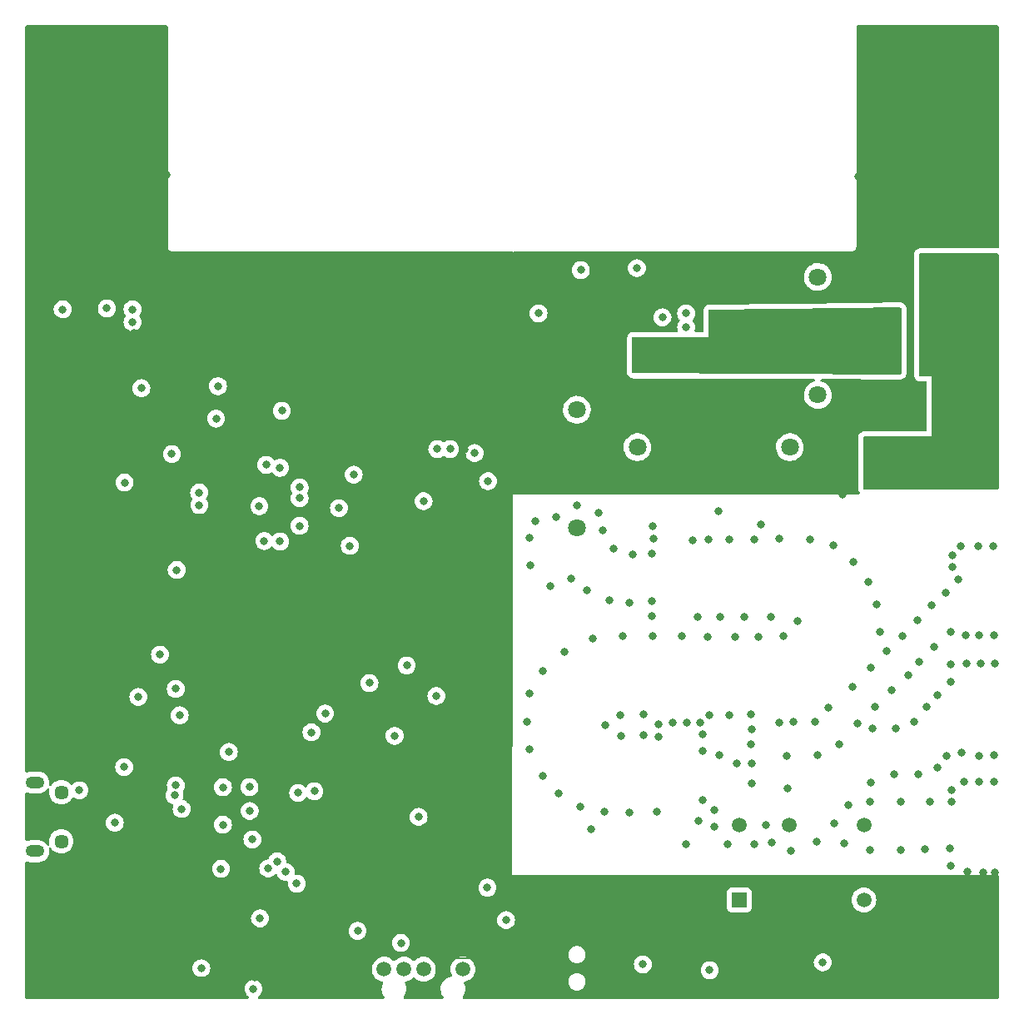
<source format=gbr>
%TF.GenerationSoftware,KiCad,Pcbnew,(6.0.9)*%
%TF.CreationDate,2022-11-09T00:10:40+00:00*%
%TF.ProjectId,Pi_TX_35W_PA,50695f54-585f-4333-9557-5f50412e6b69,rev?*%
%TF.SameCoordinates,Original*%
%TF.FileFunction,Copper,L2,Inr*%
%TF.FilePolarity,Positive*%
%FSLAX46Y46*%
G04 Gerber Fmt 4.6, Leading zero omitted, Abs format (unit mm)*
G04 Created by KiCad (PCBNEW (6.0.9)) date 2022-11-09 00:10:40*
%MOMM*%
%LPD*%
G01*
G04 APERTURE LIST*
G04 Aperture macros list*
%AMRoundRect*
0 Rectangle with rounded corners*
0 $1 Rounding radius*
0 $2 $3 $4 $5 $6 $7 $8 $9 X,Y pos of 4 corners*
0 Add a 4 corners polygon primitive as box body*
4,1,4,$2,$3,$4,$5,$6,$7,$8,$9,$2,$3,0*
0 Add four circle primitives for the rounded corners*
1,1,$1+$1,$2,$3*
1,1,$1+$1,$4,$5*
1,1,$1+$1,$6,$7*
1,1,$1+$1,$8,$9*
0 Add four rect primitives between the rounded corners*
20,1,$1+$1,$2,$3,$4,$5,0*
20,1,$1+$1,$4,$5,$6,$7,0*
20,1,$1+$1,$6,$7,$8,$9,0*
20,1,$1+$1,$8,$9,$2,$3,0*%
G04 Aperture macros list end*
%TA.AperFunction,ComponentPad*%
%ADD10C,1.450000*%
%TD*%
%TA.AperFunction,ComponentPad*%
%ADD11O,1.900000X1.200000*%
%TD*%
%TA.AperFunction,ComponentPad*%
%ADD12R,1.501140X1.501140*%
%TD*%
%TA.AperFunction,ComponentPad*%
%ADD13C,1.501140*%
%TD*%
%TA.AperFunction,ComponentPad*%
%ADD14C,1.500000*%
%TD*%
%TA.AperFunction,ComponentPad*%
%ADD15C,7.500000*%
%TD*%
%TA.AperFunction,ComponentPad*%
%ADD16C,1.800000*%
%TD*%
%TA.AperFunction,ComponentPad*%
%ADD17RoundRect,0.250000X1.550000X-0.750000X1.550000X0.750000X-1.550000X0.750000X-1.550000X-0.750000X0*%
%TD*%
%TA.AperFunction,ComponentPad*%
%ADD18O,3.600000X2.000000*%
%TD*%
%TA.AperFunction,ComponentPad*%
%ADD19C,6.000000*%
%TD*%
%TA.AperFunction,ViaPad*%
%ADD20C,0.800000*%
%TD*%
%TA.AperFunction,Conductor*%
%ADD21C,0.200000*%
%TD*%
G04 APERTURE END LIST*
D10*
%TO.N,Net-(C2-Pad1)*%
%TO.C,J1*%
X104162500Y-128500000D03*
D11*
X101462500Y-127500000D03*
X101462500Y-134500000D03*
D10*
X104162500Y-133500000D03*
%TD*%
D12*
%TO.N,Net-(K1-Pad1)*%
%TO.C,K1*%
X173092500Y-139457500D03*
D13*
%TO.N,Net-(K1-Pad6)*%
X185792500Y-139457500D03*
%TO.N,Net-(J9-Pad1)*%
X185792500Y-131837500D03*
%TO.N,Net-(J8-Pad1)*%
X178172500Y-131837500D03*
%TO.N,Net-(C45-Pad1)*%
X173092500Y-131837500D03*
%TD*%
D14*
%TO.N,+3.3V*%
%TO.C,J2*%
X137000000Y-146500000D03*
%TO.N,Net-(J2-Pad2)*%
X139000000Y-146500000D03*
%TO.N,Net-(J2-Pad3)*%
X141000000Y-146500000D03*
%TO.N,GND*%
X143000000Y-146500000D03*
%TO.N,Net-(J2-Pad5)*%
X145000000Y-146500000D03*
%TD*%
D15*
%TO.N,GND*%
%TO.C,H3*%
X107000000Y-57000000D03*
%TD*%
%TO.N,GND*%
%TO.C,H2*%
X193000000Y-57000000D03*
%TD*%
D16*
%TO.N,Net-(C41-Pad2)*%
%TO.C,L7*%
X156600000Y-89600000D03*
%TO.N,Net-(C45-Pad1)*%
X156600000Y-101600000D03*
%TD*%
D17*
%TO.N,Net-(J5-Pad1)*%
%TO.C,J5*%
X189522500Y-94300000D03*
D18*
%TO.N,GND*%
X189522500Y-89300000D03*
%TD*%
D16*
%TO.N,Net-(C38-Pad2)*%
%TO.C,L6*%
X178250000Y-93400000D03*
%TO.N,Net-(C41-Pad2)*%
X162750000Y-93400000D03*
%TD*%
D15*
%TO.N,GND*%
%TO.C,H1*%
X107000000Y-143000000D03*
%TD*%
%TO.N,GND*%
%TO.C,H4*%
X193000000Y-143000000D03*
%TD*%
D19*
%TO.N,GND*%
%TO.C,U10*%
X111000000Y-66000000D03*
X189000000Y-66000000D03*
%TD*%
D16*
%TO.N,Net-(C38-Pad1)*%
%TO.C,L5*%
X181100000Y-76100000D03*
%TO.N,Net-(C38-Pad2)*%
X181100000Y-88100000D03*
%TD*%
D20*
%TO.N,GND*%
X153100000Y-85500000D03*
X152300000Y-77300000D03*
X156000000Y-74500000D03*
X149200000Y-74500000D03*
X161800000Y-95800000D03*
X164300000Y-91100000D03*
X156200000Y-92800000D03*
X173000000Y-97000000D03*
X167000000Y-97000000D03*
X159800000Y-97100000D03*
X153400000Y-97100000D03*
X179000000Y-97700000D03*
X178900000Y-95700000D03*
X175600000Y-92700000D03*
X184800000Y-96200000D03*
X184800000Y-93400000D03*
X174600000Y-89100000D03*
X169400000Y-89000000D03*
X166900000Y-88800000D03*
X161200000Y-89000000D03*
X153200000Y-89000000D03*
X102100000Y-62900000D03*
X113800000Y-58000000D03*
X113400000Y-52100000D03*
X101800000Y-52000000D03*
X198000000Y-65600000D03*
X197800000Y-52400000D03*
X187200000Y-52500000D03*
X182500000Y-78200000D03*
X116800000Y-74200000D03*
X122900000Y-74200000D03*
X145400000Y-74400000D03*
X149600000Y-83200000D03*
X147800000Y-82400000D03*
X156000000Y-82500000D03*
X153800000Y-82500000D03*
%TO.N,+12V*%
X147560757Y-96860757D03*
X135500000Y-117400000D03*
X162800000Y-84000000D03*
X162800000Y-82700000D03*
X133500000Y-103449500D03*
X186000000Y-82900000D03*
X167600000Y-82700000D03*
X163300000Y-146000000D03*
X166400000Y-84000000D03*
X167600000Y-84000000D03*
X186100000Y-79800000D03*
X149400000Y-141500000D03*
X187900000Y-82900000D03*
X165200000Y-84000000D03*
X164000000Y-84000000D03*
X187900000Y-79700000D03*
X187045000Y-81355000D03*
X126600000Y-89700000D03*
X181600000Y-145800000D03*
%TO.N,GND*%
X183575000Y-98225000D03*
X155800000Y-85500000D03*
X189522500Y-70177500D03*
X105500000Y-132200000D03*
X156600000Y-99300000D03*
X119700000Y-80600000D03*
X177200000Y-102700000D03*
X191400000Y-115200000D03*
X158800000Y-100100000D03*
X186500000Y-127500000D03*
X151700000Y-145400000D03*
X175800000Y-131800000D03*
X111335000Y-73835000D03*
X169700000Y-143600000D03*
X104100000Y-71200000D03*
X153100000Y-116200000D03*
X171100000Y-124700000D03*
X192500000Y-129500000D03*
X132300000Y-134900000D03*
X166300000Y-121425000D03*
X112600000Y-76000000D03*
X126100000Y-74300000D03*
X120800000Y-81300000D03*
X170600000Y-130300000D03*
X189500000Y-134400000D03*
X114600000Y-100200000D03*
X171900000Y-133800000D03*
X174600000Y-133800000D03*
X123800000Y-147300000D03*
X125800000Y-80800000D03*
X191900000Y-62900000D03*
X114000000Y-95400000D03*
X182200000Y-119900000D03*
X172100000Y-120700000D03*
X159500000Y-121700000D03*
X167500000Y-145100000D03*
X131425000Y-103475000D03*
X173600000Y-110700000D03*
X136400000Y-81400000D03*
X164700000Y-130500000D03*
X125700000Y-78500000D03*
X176400000Y-75600000D03*
X186100000Y-62700000D03*
X125900000Y-83400000D03*
X152400000Y-100900000D03*
X189522500Y-87477500D03*
X163400000Y-122700000D03*
X169400000Y-124300000D03*
X184600000Y-117800000D03*
X186400000Y-129500000D03*
X113700000Y-84400000D03*
X119700000Y-77900000D03*
X119700000Y-79300000D03*
X197900000Y-136700000D03*
X146800000Y-79900000D03*
X125000000Y-120600000D03*
X194200000Y-124800000D03*
X109924500Y-82200000D03*
X153100000Y-126800000D03*
X194600000Y-136000000D03*
X111000000Y-104200000D03*
X195600000Y-103500000D03*
X109924500Y-85700000D03*
X113925000Y-77675000D03*
X109800000Y-129600000D03*
X168200000Y-75675000D03*
X161900000Y-109200000D03*
X177200000Y-121400000D03*
X103800000Y-80500000D03*
X147600000Y-135600000D03*
X116500000Y-77900000D03*
X192700000Y-109500000D03*
X113025000Y-122375000D03*
X171200000Y-110700000D03*
X130000000Y-113700000D03*
X149300000Y-92700000D03*
X191400000Y-91000000D03*
X164300000Y-112600000D03*
X186700000Y-73900000D03*
X192200000Y-119800000D03*
X140600000Y-135700000D03*
X194600000Y-117300000D03*
X181100000Y-124700000D03*
X172700000Y-112700000D03*
X199100000Y-115400000D03*
X123300000Y-85100000D03*
X143272536Y-121927464D03*
X136400000Y-74800000D03*
X164200000Y-110600000D03*
X166900000Y-86900000D03*
X174400000Y-125600000D03*
X167712500Y-133775000D03*
X197500000Y-112500000D03*
X186500000Y-115800000D03*
X148500000Y-105200000D03*
X190300000Y-116600000D03*
X170600000Y-132000000D03*
X185200000Y-65900000D03*
X179000000Y-111100000D03*
X141125000Y-81800000D03*
X108375500Y-86200000D03*
X136400000Y-76100000D03*
X114100000Y-149000000D03*
X144300000Y-110900000D03*
X133500000Y-86100000D03*
X105600000Y-82000000D03*
X194100000Y-108200000D03*
X117200000Y-86200000D03*
X178400000Y-134500000D03*
X197700000Y-115400000D03*
X191200000Y-111000000D03*
X195700000Y-124500000D03*
X168900000Y-110700000D03*
X130700000Y-74100000D03*
X140000000Y-83300000D03*
X159200000Y-101900000D03*
X174600000Y-102800000D03*
X154500000Y-85500000D03*
X193300000Y-126000000D03*
X158200000Y-112900000D03*
X111000000Y-61600000D03*
X180300000Y-102800000D03*
X120800000Y-83000000D03*
X144600000Y-106600000D03*
X146200000Y-106600000D03*
X197500000Y-127400000D03*
X141025000Y-78100000D03*
X187400000Y-112200000D03*
X178500000Y-87000000D03*
X109700000Y-133100000D03*
X129400000Y-100200000D03*
X130600000Y-111400000D03*
X142800000Y-127200000D03*
X151800000Y-118500000D03*
X117000000Y-83700000D03*
X105500000Y-86200000D03*
X192400000Y-68800000D03*
X113900000Y-72300000D03*
X151100000Y-87500000D03*
X151784668Y-81999500D03*
X194800000Y-105600000D03*
X170000000Y-102800000D03*
X182700000Y-103400000D03*
X187700000Y-91100000D03*
X174400000Y-122100000D03*
X116500000Y-79300000D03*
X144100000Y-82300000D03*
X193100000Y-65800000D03*
X181000000Y-133500000D03*
X161300000Y-112600000D03*
X192000000Y-134300000D03*
X197500000Y-124800000D03*
X151800000Y-102600000D03*
X113500000Y-62800000D03*
X105500000Y-83800000D03*
X194600000Y-115500000D03*
X159400000Y-130500000D03*
X187600000Y-87400000D03*
X189522500Y-75377500D03*
X168400000Y-102900000D03*
X172900000Y-125600000D03*
X161100000Y-122800000D03*
X180800000Y-121300000D03*
X156000000Y-106800000D03*
X186900000Y-89400000D03*
X196300000Y-136600000D03*
X134800000Y-111300000D03*
X125700000Y-76300000D03*
X175600000Y-87000000D03*
X130700000Y-86000000D03*
X167800000Y-121425000D03*
X164400000Y-102700000D03*
X116500000Y-80600000D03*
X113700000Y-82000000D03*
X174400000Y-127600000D03*
X155300000Y-114200000D03*
X123584541Y-95917471D03*
X186300000Y-69000000D03*
X141400000Y-86100000D03*
X169400000Y-122600000D03*
X153900000Y-107500000D03*
X142100000Y-82400000D03*
X144400000Y-112800000D03*
X186722500Y-76022500D03*
X118100000Y-77500000D03*
X160300000Y-103700000D03*
X131000000Y-80700000D03*
X183300000Y-123600000D03*
X186200000Y-107100000D03*
X144600000Y-86200000D03*
X154700000Y-128600000D03*
X194700000Y-129500000D03*
X163400000Y-120600000D03*
X177600000Y-112600000D03*
X175337500Y-101300000D03*
X131000000Y-83200000D03*
X170100000Y-120700000D03*
X106900000Y-86200000D03*
X111700000Y-84500000D03*
X105475000Y-87825000D03*
X183800000Y-133700000D03*
X142400000Y-114300000D03*
X188900000Y-126700000D03*
X128500000Y-74000000D03*
X198900000Y-103500000D03*
X122800000Y-80800000D03*
X177900000Y-124800000D03*
X129400000Y-117100000D03*
X187100000Y-109400000D03*
X188600000Y-118100000D03*
X194600000Y-112200000D03*
X161900000Y-130600000D03*
X141200000Y-74400000D03*
X113900000Y-69000000D03*
X189500000Y-91100000D03*
X186900000Y-119800000D03*
X184500000Y-87100000D03*
X106700000Y-66100000D03*
X151900000Y-105400000D03*
X174300000Y-123600000D03*
X162600000Y-86900000D03*
X194500000Y-134200000D03*
X115500000Y-84000000D03*
X199000000Y-112500000D03*
X119800000Y-74100000D03*
X184200000Y-129800000D03*
X149300000Y-96400000D03*
X110100000Y-73800000D03*
X157600000Y-108000000D03*
X164200000Y-109100000D03*
X172100000Y-102800000D03*
X184700000Y-105100000D03*
X136300000Y-83600000D03*
X188100000Y-114100000D03*
X172100000Y-86900000D03*
X145131544Y-93611395D03*
X103600000Y-89500000D03*
X121100000Y-139600000D03*
X178000000Y-128100000D03*
X196200000Y-115400000D03*
X186700000Y-78100000D03*
X189000000Y-122000000D03*
X189500000Y-129500000D03*
X196000000Y-127400000D03*
X174300000Y-120600000D03*
X134500000Y-99700000D03*
X162300000Y-104300000D03*
X164900000Y-122900000D03*
X146100000Y-82300000D03*
X164900000Y-121600000D03*
X167300000Y-112600000D03*
X128400000Y-86100000D03*
X108000000Y-63200000D03*
X151500000Y-121300000D03*
X176300000Y-110700000D03*
X113900000Y-74300000D03*
X139700000Y-76900000D03*
X108100000Y-68800000D03*
X164200000Y-104200000D03*
X190900000Y-121300000D03*
X112605000Y-73795000D03*
X149200000Y-89400000D03*
X197400000Y-103500000D03*
X169900000Y-112700000D03*
X185100000Y-121500000D03*
X100900000Y-89500000D03*
X154500000Y-100500000D03*
X169100000Y-121400000D03*
X192900000Y-113700000D03*
X136200000Y-122700000D03*
X131000000Y-78300000D03*
X182800000Y-131700000D03*
X158200000Y-85600000D03*
X115300000Y-82200000D03*
X136400000Y-78100000D03*
X144100000Y-77300000D03*
X101100000Y-80500000D03*
X111600000Y-81800000D03*
X117200000Y-84700000D03*
X186700000Y-122000000D03*
X191300000Y-87500000D03*
X175100000Y-112700000D03*
X196100000Y-112500000D03*
X133700000Y-74000000D03*
X181100000Y-74000000D03*
X114900000Y-65700000D03*
X199100000Y-136700000D03*
X159900000Y-109000000D03*
X193300000Y-118600000D03*
X161000000Y-120700000D03*
X199000000Y-124700000D03*
X189700000Y-112600000D03*
X158037500Y-132300000D03*
X183675000Y-91475000D03*
X176400000Y-133600000D03*
X194700000Y-128300000D03*
X147400000Y-106400000D03*
X126000000Y-85500000D03*
X146200000Y-77200000D03*
X178600000Y-121300000D03*
X151800000Y-124100000D03*
X109924500Y-84300000D03*
X142200000Y-77200000D03*
X169000000Y-131400000D03*
X160900000Y-85600000D03*
X131600000Y-117300000D03*
X128000000Y-148400000D03*
X136000000Y-86000000D03*
X156900000Y-130000000D03*
X191300000Y-126700000D03*
X131000000Y-76200000D03*
X189300000Y-61900000D03*
X136900000Y-135300000D03*
X194800000Y-104400000D03*
X136924443Y-93400500D03*
X136400000Y-127500000D03*
X124400000Y-83500000D03*
X111000000Y-70400000D03*
X169400000Y-129300000D03*
X124400000Y-81100000D03*
X199000000Y-127400000D03*
X186400000Y-134400000D03*
X164337500Y-101400000D03*
X184700000Y-75500000D03*
X195400000Y-106900000D03*
X128899500Y-110900000D03*
%TO.N,/PA_Power/VBus*%
X106000000Y-128300000D03*
X109600000Y-131600000D03*
%TO.N,Net-(D2-Pad5)*%
X126971835Y-136596433D03*
X128100000Y-137800000D03*
%TO.N,/PA_Protection/Slave_INT*%
X121200000Y-124400000D03*
X115400500Y-94100500D03*
%TO.N,/PA_Protection/Slave_SDA*%
X118184668Y-98015332D03*
X110600000Y-97000000D03*
%TO.N,/PA_Protection/Ext_SDA*%
X115799500Y-117992211D03*
X115799500Y-127800000D03*
%TO.N,/PA_Protection/Ext_SCL*%
X115675500Y-128799503D03*
X114200000Y-114500000D03*
%TO.N,+3.3V*%
X118200000Y-99300000D03*
X124368503Y-141320707D03*
X104300000Y-79400000D03*
X116200500Y-120676271D03*
X142300000Y-118700000D03*
X140500000Y-131000000D03*
X123600000Y-133300000D03*
X123700000Y-148500000D03*
X124298391Y-99401609D03*
X129600000Y-122400000D03*
X141000000Y-98900000D03*
X112000000Y-118800000D03*
%TO.N,Net-(C21-Pad1)*%
X138062500Y-122762500D03*
X139300000Y-115600000D03*
X110550000Y-125950000D03*
X131000000Y-120500000D03*
X115900000Y-105900000D03*
%TO.N,Net-(J2-Pad2)*%
X125200000Y-136249502D03*
X134300000Y-142600000D03*
%TO.N,Net-(J2-Pad3)*%
X126115296Y-135525002D03*
X138700000Y-143824500D03*
%TO.N,Net-(J2-Pad5)*%
X120400000Y-136300000D03*
%TO.N,/PA_Power/VDD_PA*%
X167700000Y-81200000D03*
X167700000Y-79800000D03*
X146200000Y-94000000D03*
X165300000Y-80200000D03*
%TO.N,/PA_Protection/ADC_Vgg_PA*%
X132400000Y-99600000D03*
X129900000Y-128400000D03*
%TO.N,/PA_Protection/TX_Relay*%
X170100000Y-146600000D03*
X128246889Y-128563919D03*
%TO.N,Net-(R3-Pad2)*%
X118400000Y-146400000D03*
X123303301Y-127966035D03*
%TO.N,/PA_Power/En_Vgg_PA*%
X126400000Y-95500000D03*
X120600000Y-128000000D03*
%TO.N,/PA_Protection/Temp_INT*%
X116400000Y-130200000D03*
X111400000Y-79400000D03*
%TO.N,Net-(J5-Pad1)*%
X195600000Y-83200000D03*
X192100000Y-96500000D03*
X192100000Y-93000000D03*
X189600000Y-92700000D03*
X186600000Y-94800000D03*
X186600000Y-93100000D03*
X198400000Y-83200000D03*
X198400000Y-74700000D03*
X192600000Y-83200000D03*
X192500000Y-74700000D03*
X192200000Y-94500000D03*
X189700000Y-96600000D03*
X186600000Y-96600000D03*
X195400000Y-74700000D03*
%TO.N,/PA_Power/Int_SDA*%
X123323132Y-130399500D03*
X112300000Y-87400000D03*
X128400000Y-98600000D03*
X108795000Y-79295000D03*
X143700000Y-93600500D03*
X128400000Y-101400000D03*
%TO.N,/PA_Power/Int_SCL*%
X126400500Y-103000000D03*
X128400000Y-97500000D03*
X142400000Y-93600500D03*
X120600000Y-131800000D03*
X124801500Y-102946022D03*
X111399998Y-80700000D03*
%TO.N,Net-(R34-Pad2)*%
X125000000Y-95200000D03*
X133900000Y-96199500D03*
%TO.N,Net-(C31-Pad1)*%
X162700000Y-75200000D03*
X157000000Y-75400000D03*
X152700000Y-79800000D03*
%TO.N,/PA_Protection/VFwd*%
X147500000Y-138200000D03*
X171000000Y-99937500D03*
%TO.N,+5V*%
X119900000Y-90500000D03*
X120100000Y-87200000D03*
%TD*%
D21*
%TO.N,GND*%
X126900000Y-147300000D02*
X128000000Y-148400000D01*
X144100000Y-145400000D02*
X143000000Y-146500000D01*
X151700000Y-145400000D02*
X144100000Y-145400000D01*
X131400000Y-145000000D02*
X128000000Y-148400000D01*
X143000000Y-146500000D02*
X141500000Y-145000000D01*
X123800000Y-147300000D02*
X126900000Y-147300000D01*
X141500000Y-145000000D02*
X131400000Y-145000000D01*
X115800000Y-147300000D02*
X123800000Y-147300000D01*
X114100000Y-149000000D02*
X115800000Y-147300000D01*
%TD*%
%TA.AperFunction,Conductor*%
%TO.N,Net-(J5-Pad1)*%
G36*
X199433621Y-73720002D02*
G01*
X199480114Y-73773658D01*
X199491500Y-73826000D01*
X199491500Y-97574000D01*
X199471498Y-97642121D01*
X199417842Y-97688614D01*
X199365500Y-97700000D01*
X185826000Y-97700000D01*
X185757879Y-97679998D01*
X185711386Y-97626342D01*
X185700000Y-97574000D01*
X185700000Y-96335089D01*
X185700690Y-96321919D01*
X185712814Y-96206565D01*
X185713504Y-96200000D01*
X185700690Y-96078081D01*
X185700000Y-96064911D01*
X185700000Y-93535089D01*
X185700690Y-93521919D01*
X185712814Y-93406565D01*
X185713504Y-93400000D01*
X185700690Y-93278081D01*
X185700000Y-93264911D01*
X185700000Y-92426000D01*
X185720002Y-92357879D01*
X185773658Y-92311386D01*
X185826000Y-92300000D01*
X192700000Y-92300000D01*
X192700000Y-86200000D01*
X191526000Y-86200000D01*
X191457879Y-86179998D01*
X191411386Y-86126342D01*
X191400000Y-86074000D01*
X191400000Y-73826000D01*
X191420002Y-73757879D01*
X191473658Y-73711386D01*
X191526000Y-73700000D01*
X199365500Y-73700000D01*
X199433621Y-73720002D01*
G37*
%TD.AperFunction*%
%TD*%
%TA.AperFunction,Conductor*%
%TO.N,GND*%
G36*
X114933621Y-50528502D02*
G01*
X114980114Y-50582158D01*
X114991500Y-50634500D01*
X114991500Y-72991377D01*
X114991498Y-72992147D01*
X114991024Y-73069721D01*
X114993491Y-73078352D01*
X114999150Y-73098153D01*
X115002728Y-73114915D01*
X115006920Y-73144187D01*
X115010634Y-73152355D01*
X115010634Y-73152356D01*
X115017548Y-73167562D01*
X115023996Y-73185086D01*
X115031051Y-73209771D01*
X115035843Y-73217365D01*
X115035844Y-73217368D01*
X115046830Y-73234780D01*
X115054969Y-73249863D01*
X115067208Y-73276782D01*
X115073069Y-73283584D01*
X115083970Y-73296235D01*
X115095073Y-73311239D01*
X115108776Y-73332958D01*
X115115501Y-73338897D01*
X115115504Y-73338901D01*
X115130938Y-73352532D01*
X115142982Y-73364724D01*
X115156427Y-73380327D01*
X115156430Y-73380329D01*
X115162287Y-73387127D01*
X115169816Y-73392007D01*
X115169817Y-73392008D01*
X115183835Y-73401094D01*
X115198709Y-73412385D01*
X115211217Y-73423431D01*
X115217951Y-73429378D01*
X115244711Y-73441942D01*
X115259691Y-73450263D01*
X115276983Y-73461471D01*
X115276988Y-73461473D01*
X115284515Y-73466352D01*
X115293108Y-73468922D01*
X115293113Y-73468924D01*
X115309120Y-73473711D01*
X115326564Y-73480372D01*
X115341676Y-73487467D01*
X115341678Y-73487468D01*
X115349800Y-73491281D01*
X115358667Y-73492662D01*
X115358668Y-73492662D01*
X115361353Y-73493080D01*
X115379017Y-73495830D01*
X115395732Y-73499613D01*
X115415466Y-73505515D01*
X115415472Y-73505516D01*
X115424066Y-73508086D01*
X115433037Y-73508141D01*
X115433038Y-73508141D01*
X115443097Y-73508202D01*
X115458506Y-73508296D01*
X115459289Y-73508329D01*
X115460386Y-73508500D01*
X115491377Y-73508500D01*
X115492147Y-73508502D01*
X115565785Y-73508952D01*
X115565786Y-73508952D01*
X115569721Y-73508976D01*
X115571065Y-73508592D01*
X115572410Y-73508500D01*
X150026578Y-73508500D01*
X150094699Y-73528502D01*
X150141192Y-73582158D01*
X150152578Y-73634751D01*
X150018324Y-140828987D01*
X150011253Y-140821134D01*
X149856752Y-140708882D01*
X149850724Y-140706198D01*
X149850722Y-140706197D01*
X149688319Y-140633891D01*
X149688318Y-140633891D01*
X149682288Y-140631206D01*
X149588887Y-140611353D01*
X149501944Y-140592872D01*
X149501939Y-140592872D01*
X149495487Y-140591500D01*
X149304513Y-140591500D01*
X149298061Y-140592872D01*
X149298056Y-140592872D01*
X149211113Y-140611353D01*
X149117712Y-140631206D01*
X149111682Y-140633891D01*
X149111681Y-140633891D01*
X148949278Y-140706197D01*
X148949276Y-140706198D01*
X148943248Y-140708882D01*
X148788747Y-140821134D01*
X148660960Y-140963056D01*
X148565473Y-141128444D01*
X148506458Y-141310072D01*
X148486496Y-141500000D01*
X148506458Y-141689928D01*
X148565473Y-141871556D01*
X148660960Y-142036944D01*
X148665378Y-142041851D01*
X148665379Y-142041852D01*
X148728383Y-142111825D01*
X148788747Y-142178866D01*
X148943248Y-142291118D01*
X148949276Y-142293802D01*
X148949278Y-142293803D01*
X149111681Y-142366109D01*
X149117712Y-142368794D01*
X149211113Y-142388647D01*
X149298056Y-142407128D01*
X149298061Y-142407128D01*
X149304513Y-142408500D01*
X149495487Y-142408500D01*
X149501939Y-142407128D01*
X149501944Y-142407128D01*
X149588887Y-142388647D01*
X149682288Y-142368794D01*
X149688319Y-142366109D01*
X149850722Y-142293803D01*
X149850724Y-142293802D01*
X149856752Y-142291118D01*
X150011253Y-142178866D01*
X150015636Y-142173998D01*
X150001016Y-149491500D01*
X145086555Y-149491500D01*
X145018434Y-149471498D01*
X144971941Y-149417842D01*
X144961837Y-149347568D01*
X144984319Y-149296765D01*
X144981992Y-149295201D01*
X145104164Y-149113390D01*
X145107290Y-149108738D01*
X145197588Y-148903033D01*
X145250032Y-148684589D01*
X145262963Y-148460310D01*
X145235975Y-148237285D01*
X145169918Y-148022565D01*
X145142155Y-147968774D01*
X145120611Y-147927034D01*
X145107142Y-147857326D01*
X145133497Y-147791403D01*
X145191310Y-147750193D01*
X145210696Y-147745158D01*
X145213892Y-147744594D01*
X145219371Y-147744115D01*
X145432076Y-147687120D01*
X145631654Y-147594056D01*
X145812038Y-147467749D01*
X145967749Y-147312038D01*
X146005682Y-147257865D01*
X146090899Y-147136162D01*
X146090900Y-147136160D01*
X146094056Y-147131653D01*
X146096379Y-147126671D01*
X146096382Y-147126666D01*
X146184795Y-146937061D01*
X146187120Y-146932076D01*
X146244115Y-146719371D01*
X146263307Y-146500000D01*
X146244115Y-146280629D01*
X146187120Y-146067924D01*
X146143585Y-145974562D01*
X146096382Y-145873334D01*
X146096379Y-145873329D01*
X146094056Y-145868347D01*
X145994415Y-145726045D01*
X145970908Y-145692473D01*
X145970906Y-145692470D01*
X145967749Y-145687962D01*
X145812038Y-145532251D01*
X145631654Y-145405944D01*
X145432076Y-145312880D01*
X145219371Y-145255885D01*
X145000000Y-145236693D01*
X144780629Y-145255885D01*
X144567924Y-145312880D01*
X144474562Y-145356415D01*
X144373334Y-145403618D01*
X144373329Y-145403621D01*
X144368347Y-145405944D01*
X144363840Y-145409100D01*
X144363838Y-145409101D01*
X144192473Y-145529092D01*
X144192470Y-145529094D01*
X144187962Y-145532251D01*
X144032251Y-145687962D01*
X144029094Y-145692470D01*
X144029092Y-145692473D01*
X144005585Y-145726045D01*
X143905944Y-145868347D01*
X143903621Y-145873329D01*
X143903618Y-145873334D01*
X143856415Y-145974562D01*
X143812880Y-146067924D01*
X143755885Y-146280629D01*
X143736693Y-146500000D01*
X143755885Y-146719371D01*
X143812880Y-146932076D01*
X143815205Y-146937061D01*
X143880693Y-147077502D01*
X143891354Y-147147694D01*
X143862374Y-147212507D01*
X143802954Y-147251363D01*
X143787262Y-147254399D01*
X143787350Y-147254891D01*
X143781832Y-147255884D01*
X143776238Y-147256383D01*
X143770824Y-147257864D01*
X143770819Y-147257865D01*
X143643088Y-147292809D01*
X143559549Y-147315663D01*
X143554491Y-147318075D01*
X143554487Y-147318077D01*
X143508691Y-147339921D01*
X143356782Y-147412378D01*
X143174346Y-147543471D01*
X143018008Y-147704799D01*
X142892710Y-147891262D01*
X142802412Y-148096967D01*
X142749968Y-148315411D01*
X142737037Y-148539690D01*
X142764025Y-148762715D01*
X142830082Y-148977435D01*
X142832652Y-148982415D01*
X142832654Y-148982419D01*
X142897852Y-149108738D01*
X142933118Y-149177064D01*
X142936531Y-149181511D01*
X142936531Y-149181512D01*
X143018853Y-149288796D01*
X143044453Y-149355016D01*
X143030188Y-149424565D01*
X142980587Y-149475361D01*
X142918890Y-149491500D01*
X139086555Y-149491500D01*
X139018434Y-149471498D01*
X138971941Y-149417842D01*
X138961837Y-149347568D01*
X138984319Y-149296765D01*
X138981992Y-149295201D01*
X139104164Y-149113390D01*
X139107290Y-149108738D01*
X139197588Y-148903033D01*
X139250032Y-148684589D01*
X139262963Y-148460310D01*
X139235975Y-148237285D01*
X139169918Y-148022565D01*
X139142155Y-147968774D01*
X139120611Y-147927034D01*
X139107142Y-147857326D01*
X139133497Y-147791403D01*
X139191310Y-147750193D01*
X139210696Y-147745158D01*
X139213892Y-147744594D01*
X139219371Y-147744115D01*
X139432076Y-147687120D01*
X139631654Y-147594056D01*
X139812038Y-147467749D01*
X139910905Y-147368882D01*
X139973217Y-147334856D01*
X140044032Y-147339921D01*
X140089095Y-147368882D01*
X140187962Y-147467749D01*
X140368346Y-147594056D01*
X140567924Y-147687120D01*
X140780629Y-147744115D01*
X141000000Y-147763307D01*
X141219371Y-147744115D01*
X141432076Y-147687120D01*
X141631654Y-147594056D01*
X141812038Y-147467749D01*
X141967749Y-147312038D01*
X142005682Y-147257865D01*
X142090899Y-147136162D01*
X142090900Y-147136160D01*
X142094056Y-147131653D01*
X142096379Y-147126671D01*
X142096382Y-147126666D01*
X142184795Y-146937061D01*
X142187120Y-146932076D01*
X142244115Y-146719371D01*
X142263307Y-146500000D01*
X142244115Y-146280629D01*
X142187120Y-146067924D01*
X142143585Y-145974562D01*
X142096382Y-145873334D01*
X142096379Y-145873329D01*
X142094056Y-145868347D01*
X141994415Y-145726045D01*
X141970908Y-145692473D01*
X141970906Y-145692470D01*
X141967749Y-145687962D01*
X141812038Y-145532251D01*
X141631654Y-145405944D01*
X141432076Y-145312880D01*
X141219371Y-145255885D01*
X141000000Y-145236693D01*
X140780629Y-145255885D01*
X140567924Y-145312880D01*
X140474562Y-145356415D01*
X140373334Y-145403618D01*
X140373329Y-145403621D01*
X140368347Y-145405944D01*
X140363840Y-145409100D01*
X140363838Y-145409101D01*
X140192473Y-145529092D01*
X140192470Y-145529094D01*
X140187962Y-145532251D01*
X140089095Y-145631118D01*
X140026783Y-145665144D01*
X139955968Y-145660079D01*
X139910905Y-145631118D01*
X139812038Y-145532251D01*
X139631654Y-145405944D01*
X139432076Y-145312880D01*
X139219371Y-145255885D01*
X139000000Y-145236693D01*
X138780629Y-145255885D01*
X138567924Y-145312880D01*
X138474562Y-145356415D01*
X138373334Y-145403618D01*
X138373329Y-145403621D01*
X138368347Y-145405944D01*
X138363840Y-145409100D01*
X138363838Y-145409101D01*
X138192473Y-145529092D01*
X138192470Y-145529094D01*
X138187962Y-145532251D01*
X138089095Y-145631118D01*
X138026783Y-145665144D01*
X137955968Y-145660079D01*
X137910905Y-145631118D01*
X137812038Y-145532251D01*
X137631654Y-145405944D01*
X137432076Y-145312880D01*
X137219371Y-145255885D01*
X137000000Y-145236693D01*
X136780629Y-145255885D01*
X136567924Y-145312880D01*
X136474562Y-145356415D01*
X136373334Y-145403618D01*
X136373329Y-145403621D01*
X136368347Y-145405944D01*
X136363840Y-145409100D01*
X136363838Y-145409101D01*
X136192473Y-145529092D01*
X136192470Y-145529094D01*
X136187962Y-145532251D01*
X136032251Y-145687962D01*
X136029094Y-145692470D01*
X136029092Y-145692473D01*
X136005585Y-145726045D01*
X135905944Y-145868347D01*
X135903621Y-145873329D01*
X135903618Y-145873334D01*
X135856415Y-145974562D01*
X135812880Y-146067924D01*
X135755885Y-146280629D01*
X135736693Y-146500000D01*
X135755885Y-146719371D01*
X135812880Y-146932076D01*
X135815205Y-146937061D01*
X135903618Y-147126666D01*
X135903621Y-147126671D01*
X135905944Y-147131653D01*
X135909100Y-147136160D01*
X135909101Y-147136162D01*
X135994319Y-147257865D01*
X136032251Y-147312038D01*
X136187962Y-147467749D01*
X136368346Y-147594056D01*
X136567924Y-147687120D01*
X136780629Y-147744115D01*
X136786105Y-147744594D01*
X136786836Y-147744723D01*
X136850449Y-147776248D01*
X136886921Y-147837161D01*
X136884670Y-147908122D01*
X136880334Y-147919454D01*
X136837260Y-148017581D01*
X136802412Y-148096967D01*
X136749968Y-148315411D01*
X136737037Y-148539690D01*
X136764025Y-148762715D01*
X136830082Y-148977435D01*
X136832652Y-148982415D01*
X136832654Y-148982419D01*
X136897852Y-149108738D01*
X136933118Y-149177064D01*
X136936531Y-149181511D01*
X136936531Y-149181512D01*
X137018853Y-149288796D01*
X137044453Y-149355016D01*
X137030188Y-149424565D01*
X136980587Y-149475361D01*
X136918890Y-149491500D01*
X124268738Y-149491500D01*
X124200617Y-149471498D01*
X124154124Y-149417842D01*
X124144020Y-149347568D01*
X124173514Y-149282988D01*
X124194677Y-149263564D01*
X124236976Y-149232832D01*
X124311253Y-149178866D01*
X124370208Y-149113390D01*
X124434621Y-149041852D01*
X124434622Y-149041851D01*
X124439040Y-149036944D01*
X124534527Y-148871556D01*
X124593542Y-148689928D01*
X124609333Y-148539690D01*
X124612814Y-148506565D01*
X124613504Y-148500000D01*
X124609922Y-148465917D01*
X124594232Y-148316635D01*
X124594232Y-148316633D01*
X124593542Y-148310072D01*
X124534527Y-148128444D01*
X124439040Y-147963056D01*
X124374397Y-147891262D01*
X124315675Y-147826045D01*
X124315674Y-147826044D01*
X124311253Y-147821134D01*
X124156752Y-147708882D01*
X124150724Y-147706198D01*
X124150722Y-147706197D01*
X123988319Y-147633891D01*
X123988318Y-147633891D01*
X123982288Y-147631206D01*
X123888888Y-147611353D01*
X123801944Y-147592872D01*
X123801939Y-147592872D01*
X123795487Y-147591500D01*
X123604513Y-147591500D01*
X123598061Y-147592872D01*
X123598056Y-147592872D01*
X123511112Y-147611353D01*
X123417712Y-147631206D01*
X123411682Y-147633891D01*
X123411681Y-147633891D01*
X123249278Y-147706197D01*
X123249276Y-147706198D01*
X123243248Y-147708882D01*
X123088747Y-147821134D01*
X123084326Y-147826044D01*
X123084325Y-147826045D01*
X123025604Y-147891262D01*
X122960960Y-147963056D01*
X122865473Y-148128444D01*
X122806458Y-148310072D01*
X122805768Y-148316633D01*
X122805768Y-148316635D01*
X122790078Y-148465917D01*
X122786496Y-148500000D01*
X122787186Y-148506565D01*
X122790668Y-148539690D01*
X122806458Y-148689928D01*
X122865473Y-148871556D01*
X122960960Y-149036944D01*
X122965378Y-149041851D01*
X122965379Y-149041852D01*
X123029792Y-149113390D01*
X123088747Y-149178866D01*
X123163024Y-149232832D01*
X123205323Y-149263564D01*
X123248677Y-149319787D01*
X123254752Y-149390523D01*
X123221620Y-149453314D01*
X123159800Y-149488226D01*
X123131262Y-149491500D01*
X100634500Y-149491500D01*
X100566379Y-149471498D01*
X100519886Y-149417842D01*
X100508500Y-149365500D01*
X100508500Y-146400000D01*
X117486496Y-146400000D01*
X117506458Y-146589928D01*
X117565473Y-146771556D01*
X117660960Y-146936944D01*
X117788747Y-147078866D01*
X117943248Y-147191118D01*
X117949276Y-147193802D01*
X117949278Y-147193803D01*
X118056408Y-147241500D01*
X118117712Y-147268794D01*
X118211112Y-147288647D01*
X118298056Y-147307128D01*
X118298061Y-147307128D01*
X118304513Y-147308500D01*
X118495487Y-147308500D01*
X118501939Y-147307128D01*
X118501944Y-147307128D01*
X118588888Y-147288647D01*
X118682288Y-147268794D01*
X118743592Y-147241500D01*
X118850722Y-147193803D01*
X118850724Y-147193802D01*
X118856752Y-147191118D01*
X119011253Y-147078866D01*
X119139040Y-146936944D01*
X119234527Y-146771556D01*
X119293542Y-146589928D01*
X119313504Y-146400000D01*
X119312814Y-146393435D01*
X119294232Y-146216635D01*
X119294232Y-146216633D01*
X119293542Y-146210072D01*
X119234527Y-146028444D01*
X119139040Y-145863056D01*
X119022857Y-145734021D01*
X119015675Y-145726045D01*
X119015674Y-145726044D01*
X119011253Y-145721134D01*
X118856752Y-145608882D01*
X118850724Y-145606198D01*
X118850722Y-145606197D01*
X118688319Y-145533891D01*
X118688318Y-145533891D01*
X118682288Y-145531206D01*
X118588887Y-145511353D01*
X118501944Y-145492872D01*
X118501939Y-145492872D01*
X118495487Y-145491500D01*
X118304513Y-145491500D01*
X118298061Y-145492872D01*
X118298056Y-145492872D01*
X118211113Y-145511353D01*
X118117712Y-145531206D01*
X118111682Y-145533891D01*
X118111681Y-145533891D01*
X117949278Y-145606197D01*
X117949276Y-145606198D01*
X117943248Y-145608882D01*
X117788747Y-145721134D01*
X117784326Y-145726044D01*
X117784325Y-145726045D01*
X117777144Y-145734021D01*
X117660960Y-145863056D01*
X117565473Y-146028444D01*
X117506458Y-146210072D01*
X117505768Y-146216633D01*
X117505768Y-146216635D01*
X117487186Y-146393435D01*
X117486496Y-146400000D01*
X100508500Y-146400000D01*
X100508500Y-143824500D01*
X137786496Y-143824500D01*
X137806458Y-144014428D01*
X137865473Y-144196056D01*
X137960960Y-144361444D01*
X138088747Y-144503366D01*
X138243248Y-144615618D01*
X138249276Y-144618302D01*
X138249278Y-144618303D01*
X138411681Y-144690609D01*
X138417712Y-144693294D01*
X138511112Y-144713147D01*
X138598056Y-144731628D01*
X138598061Y-144731628D01*
X138604513Y-144733000D01*
X138795487Y-144733000D01*
X138801939Y-144731628D01*
X138801944Y-144731628D01*
X138888888Y-144713147D01*
X138982288Y-144693294D01*
X138988319Y-144690609D01*
X139150722Y-144618303D01*
X139150724Y-144618302D01*
X139156752Y-144615618D01*
X139311253Y-144503366D01*
X139439040Y-144361444D01*
X139534527Y-144196056D01*
X139593542Y-144014428D01*
X139613504Y-143824500D01*
X139593542Y-143634572D01*
X139534527Y-143452944D01*
X139439040Y-143287556D01*
X139431216Y-143278866D01*
X139315675Y-143150545D01*
X139315674Y-143150544D01*
X139311253Y-143145634D01*
X139156752Y-143033382D01*
X139150724Y-143030698D01*
X139150722Y-143030697D01*
X138988319Y-142958391D01*
X138988318Y-142958391D01*
X138982288Y-142955706D01*
X138888888Y-142935853D01*
X138801944Y-142917372D01*
X138801939Y-142917372D01*
X138795487Y-142916000D01*
X138604513Y-142916000D01*
X138598061Y-142917372D01*
X138598056Y-142917372D01*
X138511112Y-142935853D01*
X138417712Y-142955706D01*
X138411682Y-142958391D01*
X138411681Y-142958391D01*
X138249278Y-143030697D01*
X138249276Y-143030698D01*
X138243248Y-143033382D01*
X138088747Y-143145634D01*
X138084326Y-143150544D01*
X138084325Y-143150545D01*
X137968785Y-143278866D01*
X137960960Y-143287556D01*
X137865473Y-143452944D01*
X137806458Y-143634572D01*
X137786496Y-143824500D01*
X100508500Y-143824500D01*
X100508500Y-142600000D01*
X133386496Y-142600000D01*
X133406458Y-142789928D01*
X133465473Y-142971556D01*
X133560960Y-143136944D01*
X133565378Y-143141851D01*
X133565379Y-143141852D01*
X133573206Y-143150545D01*
X133688747Y-143278866D01*
X133843248Y-143391118D01*
X133849276Y-143393802D01*
X133849278Y-143393803D01*
X134011681Y-143466109D01*
X134017712Y-143468794D01*
X134111113Y-143488647D01*
X134198056Y-143507128D01*
X134198061Y-143507128D01*
X134204513Y-143508500D01*
X134395487Y-143508500D01*
X134401939Y-143507128D01*
X134401944Y-143507128D01*
X134488887Y-143488647D01*
X134582288Y-143468794D01*
X134588319Y-143466109D01*
X134750722Y-143393803D01*
X134750724Y-143393802D01*
X134756752Y-143391118D01*
X134911253Y-143278866D01*
X135026794Y-143150545D01*
X135034621Y-143141852D01*
X135034622Y-143141851D01*
X135039040Y-143136944D01*
X135134527Y-142971556D01*
X135193542Y-142789928D01*
X135213504Y-142600000D01*
X135193542Y-142410072D01*
X135134527Y-142228444D01*
X135039040Y-142063056D01*
X134911253Y-141921134D01*
X134756752Y-141808882D01*
X134750724Y-141806198D01*
X134750722Y-141806197D01*
X134588319Y-141733891D01*
X134588318Y-141733891D01*
X134582288Y-141731206D01*
X134488887Y-141711353D01*
X134401944Y-141692872D01*
X134401939Y-141692872D01*
X134395487Y-141691500D01*
X134204513Y-141691500D01*
X134198061Y-141692872D01*
X134198056Y-141692872D01*
X134111113Y-141711353D01*
X134017712Y-141731206D01*
X134011682Y-141733891D01*
X134011681Y-141733891D01*
X133849278Y-141806197D01*
X133849276Y-141806198D01*
X133843248Y-141808882D01*
X133688747Y-141921134D01*
X133560960Y-142063056D01*
X133465473Y-142228444D01*
X133406458Y-142410072D01*
X133386496Y-142600000D01*
X100508500Y-142600000D01*
X100508500Y-141320707D01*
X123454999Y-141320707D01*
X123474961Y-141510635D01*
X123533976Y-141692263D01*
X123629463Y-141857651D01*
X123757250Y-141999573D01*
X123911751Y-142111825D01*
X123917779Y-142114509D01*
X123917781Y-142114510D01*
X124080184Y-142186816D01*
X124086215Y-142189501D01*
X124179616Y-142209354D01*
X124266559Y-142227835D01*
X124266564Y-142227835D01*
X124273016Y-142229207D01*
X124463990Y-142229207D01*
X124470442Y-142227835D01*
X124470447Y-142227835D01*
X124557390Y-142209354D01*
X124650791Y-142189501D01*
X124656822Y-142186816D01*
X124819225Y-142114510D01*
X124819227Y-142114509D01*
X124825255Y-142111825D01*
X124979756Y-141999573D01*
X125107543Y-141857651D01*
X125203030Y-141692263D01*
X125262045Y-141510635D01*
X125282007Y-141320707D01*
X125262045Y-141130779D01*
X125203030Y-140949151D01*
X125107543Y-140783763D01*
X125043615Y-140712763D01*
X124984178Y-140646752D01*
X124984177Y-140646751D01*
X124979756Y-140641841D01*
X124825255Y-140529589D01*
X124819227Y-140526905D01*
X124819225Y-140526904D01*
X124656822Y-140454598D01*
X124656821Y-140454598D01*
X124650791Y-140451913D01*
X124557390Y-140432060D01*
X124470447Y-140413579D01*
X124470442Y-140413579D01*
X124463990Y-140412207D01*
X124273016Y-140412207D01*
X124266564Y-140413579D01*
X124266559Y-140413579D01*
X124179616Y-140432060D01*
X124086215Y-140451913D01*
X124080185Y-140454598D01*
X124080184Y-140454598D01*
X123917781Y-140526904D01*
X123917779Y-140526905D01*
X123911751Y-140529589D01*
X123757250Y-140641841D01*
X123752829Y-140646751D01*
X123752828Y-140646752D01*
X123693392Y-140712763D01*
X123629463Y-140783763D01*
X123533976Y-140949151D01*
X123474961Y-141130779D01*
X123454999Y-141320707D01*
X100508500Y-141320707D01*
X100508500Y-136300000D01*
X119486496Y-136300000D01*
X119487186Y-136306565D01*
X119501151Y-136439430D01*
X119506458Y-136489928D01*
X119565473Y-136671556D01*
X119660960Y-136836944D01*
X119665378Y-136841851D01*
X119665379Y-136841852D01*
X119743278Y-136928368D01*
X119788747Y-136978866D01*
X119943248Y-137091118D01*
X119949276Y-137093802D01*
X119949278Y-137093803D01*
X120111681Y-137166109D01*
X120117712Y-137168794D01*
X120211112Y-137188647D01*
X120298056Y-137207128D01*
X120298061Y-137207128D01*
X120304513Y-137208500D01*
X120495487Y-137208500D01*
X120501939Y-137207128D01*
X120501944Y-137207128D01*
X120588888Y-137188647D01*
X120682288Y-137168794D01*
X120688319Y-137166109D01*
X120850722Y-137093803D01*
X120850724Y-137093802D01*
X120856752Y-137091118D01*
X121011253Y-136978866D01*
X121056722Y-136928368D01*
X121134621Y-136841852D01*
X121134622Y-136841851D01*
X121139040Y-136836944D01*
X121234527Y-136671556D01*
X121293542Y-136489928D01*
X121298850Y-136439430D01*
X121312814Y-136306565D01*
X121313504Y-136300000D01*
X121308197Y-136249502D01*
X124286496Y-136249502D01*
X124287186Y-136256067D01*
X124302338Y-136400227D01*
X124306458Y-136439430D01*
X124365473Y-136621058D01*
X124460960Y-136786446D01*
X124465378Y-136791353D01*
X124465379Y-136791354D01*
X124507906Y-136838585D01*
X124588747Y-136928368D01*
X124743248Y-137040620D01*
X124749276Y-137043304D01*
X124749278Y-137043305D01*
X124911681Y-137115611D01*
X124917712Y-137118296D01*
X125011112Y-137138149D01*
X125098056Y-137156630D01*
X125098061Y-137156630D01*
X125104513Y-137158002D01*
X125295487Y-137158002D01*
X125301939Y-137156630D01*
X125301944Y-137156630D01*
X125388888Y-137138149D01*
X125482288Y-137118296D01*
X125488319Y-137115611D01*
X125650722Y-137043305D01*
X125650724Y-137043304D01*
X125656752Y-137040620D01*
X125811253Y-136928368D01*
X125892094Y-136838585D01*
X125895358Y-136834960D01*
X125955804Y-136797720D01*
X126026788Y-136799072D01*
X126085772Y-136838585D01*
X126108827Y-136880334D01*
X126137308Y-136967989D01*
X126232795Y-137133377D01*
X126237213Y-137138284D01*
X126237214Y-137138285D01*
X126300436Y-137208500D01*
X126360582Y-137275299D01*
X126515083Y-137387551D01*
X126521111Y-137390235D01*
X126521113Y-137390236D01*
X126621047Y-137434729D01*
X126689547Y-137465227D01*
X126782947Y-137485080D01*
X126869891Y-137503561D01*
X126869896Y-137503561D01*
X126876348Y-137504933D01*
X127067322Y-137504933D01*
X127067322Y-137505047D01*
X127134357Y-137517308D01*
X127186202Y-137565811D01*
X127203595Y-137634645D01*
X127202997Y-137643003D01*
X127186496Y-137800000D01*
X127206458Y-137989928D01*
X127265473Y-138171556D01*
X127360960Y-138336944D01*
X127365378Y-138341851D01*
X127365379Y-138341852D01*
X127408667Y-138389928D01*
X127488747Y-138478866D01*
X127643248Y-138591118D01*
X127649276Y-138593802D01*
X127649278Y-138593803D01*
X127811681Y-138666109D01*
X127817712Y-138668794D01*
X127911113Y-138688647D01*
X127998056Y-138707128D01*
X127998061Y-138707128D01*
X128004513Y-138708500D01*
X128195487Y-138708500D01*
X128201939Y-138707128D01*
X128201944Y-138707128D01*
X128288887Y-138688647D01*
X128382288Y-138668794D01*
X128388319Y-138666109D01*
X128550722Y-138593803D01*
X128550724Y-138593802D01*
X128556752Y-138591118D01*
X128711253Y-138478866D01*
X128791333Y-138389928D01*
X128834621Y-138341852D01*
X128834622Y-138341851D01*
X128839040Y-138336944D01*
X128918105Y-138200000D01*
X146586496Y-138200000D01*
X146606458Y-138389928D01*
X146665473Y-138571556D01*
X146760960Y-138736944D01*
X146888747Y-138878866D01*
X147043248Y-138991118D01*
X147049276Y-138993802D01*
X147049278Y-138993803D01*
X147211681Y-139066109D01*
X147217712Y-139068794D01*
X147311112Y-139088647D01*
X147398056Y-139107128D01*
X147398061Y-139107128D01*
X147404513Y-139108500D01*
X147595487Y-139108500D01*
X147601939Y-139107128D01*
X147601944Y-139107128D01*
X147688888Y-139088647D01*
X147782288Y-139068794D01*
X147788319Y-139066109D01*
X147950722Y-138993803D01*
X147950724Y-138993802D01*
X147956752Y-138991118D01*
X148111253Y-138878866D01*
X148239040Y-138736944D01*
X148334527Y-138571556D01*
X148393542Y-138389928D01*
X148413504Y-138200000D01*
X148393542Y-138010072D01*
X148334527Y-137828444D01*
X148239040Y-137663056D01*
X148197243Y-137616635D01*
X148115675Y-137526045D01*
X148115674Y-137526044D01*
X148111253Y-137521134D01*
X147956752Y-137408882D01*
X147950724Y-137406198D01*
X147950722Y-137406197D01*
X147788319Y-137333891D01*
X147788318Y-137333891D01*
X147782288Y-137331206D01*
X147688888Y-137311353D01*
X147601944Y-137292872D01*
X147601939Y-137292872D01*
X147595487Y-137291500D01*
X147404513Y-137291500D01*
X147398061Y-137292872D01*
X147398056Y-137292872D01*
X147311112Y-137311353D01*
X147217712Y-137331206D01*
X147211682Y-137333891D01*
X147211681Y-137333891D01*
X147049278Y-137406197D01*
X147049276Y-137406198D01*
X147043248Y-137408882D01*
X146888747Y-137521134D01*
X146884326Y-137526044D01*
X146884325Y-137526045D01*
X146802758Y-137616635D01*
X146760960Y-137663056D01*
X146665473Y-137828444D01*
X146606458Y-138010072D01*
X146586496Y-138200000D01*
X128918105Y-138200000D01*
X128934527Y-138171556D01*
X128993542Y-137989928D01*
X129013504Y-137800000D01*
X128998595Y-137658148D01*
X128994232Y-137616635D01*
X128994232Y-137616633D01*
X128993542Y-137610072D01*
X128934527Y-137428444D01*
X128839040Y-137263056D01*
X128711253Y-137121134D01*
X128556752Y-137008882D01*
X128550724Y-137006198D01*
X128550722Y-137006197D01*
X128388319Y-136933891D01*
X128388318Y-136933891D01*
X128382288Y-136931206D01*
X128288888Y-136911353D01*
X128201944Y-136892872D01*
X128201939Y-136892872D01*
X128195487Y-136891500D01*
X128004513Y-136891500D01*
X128004513Y-136891386D01*
X127937478Y-136879125D01*
X127885633Y-136830622D01*
X127868240Y-136761788D01*
X127868839Y-136753418D01*
X127884649Y-136602997D01*
X127885339Y-136596433D01*
X127873455Y-136483365D01*
X127866067Y-136413068D01*
X127866067Y-136413066D01*
X127865377Y-136406505D01*
X127806362Y-136224877D01*
X127710875Y-136059489D01*
X127583088Y-135917567D01*
X127428587Y-135805315D01*
X127422559Y-135802631D01*
X127422557Y-135802630D01*
X127260154Y-135730324D01*
X127260153Y-135730324D01*
X127254123Y-135727639D01*
X127160083Y-135707650D01*
X127123863Y-135699951D01*
X127061389Y-135666222D01*
X127027068Y-135604073D01*
X127024750Y-135563533D01*
X127028110Y-135531567D01*
X127028800Y-135525002D01*
X127021516Y-135455699D01*
X127009528Y-135341637D01*
X127009528Y-135341635D01*
X127008838Y-135335074D01*
X126949823Y-135153446D01*
X126942896Y-135141447D01*
X126857637Y-134993776D01*
X126854336Y-134988058D01*
X126726549Y-134846136D01*
X126613126Y-134763729D01*
X126577390Y-134737765D01*
X126577389Y-134737764D01*
X126572048Y-134733884D01*
X126566020Y-134731200D01*
X126566018Y-134731199D01*
X126403615Y-134658893D01*
X126403614Y-134658893D01*
X126397584Y-134656208D01*
X126304183Y-134636355D01*
X126217240Y-134617874D01*
X126217235Y-134617874D01*
X126210783Y-134616502D01*
X126019809Y-134616502D01*
X126013357Y-134617874D01*
X126013352Y-134617874D01*
X125926409Y-134636355D01*
X125833008Y-134656208D01*
X125826978Y-134658893D01*
X125826977Y-134658893D01*
X125664574Y-134731199D01*
X125664572Y-134731200D01*
X125658544Y-134733884D01*
X125653203Y-134737764D01*
X125653202Y-134737765D01*
X125617466Y-134763729D01*
X125504043Y-134846136D01*
X125376256Y-134988058D01*
X125372955Y-134993776D01*
X125287697Y-135141447D01*
X125280769Y-135153446D01*
X125278727Y-135159731D01*
X125248117Y-135253938D01*
X125208043Y-135312544D01*
X125142647Y-135340181D01*
X125128284Y-135341002D01*
X125104513Y-135341002D01*
X125098061Y-135342374D01*
X125098056Y-135342374D01*
X125011112Y-135360855D01*
X124917712Y-135380708D01*
X124911682Y-135383393D01*
X124911681Y-135383393D01*
X124749278Y-135455699D01*
X124749276Y-135455700D01*
X124743248Y-135458384D01*
X124588747Y-135570636D01*
X124584326Y-135575546D01*
X124584325Y-135575547D01*
X124538857Y-135626045D01*
X124460960Y-135712558D01*
X124365473Y-135877946D01*
X124306458Y-136059574D01*
X124305768Y-136066135D01*
X124305768Y-136066137D01*
X124300461Y-136116635D01*
X124286496Y-136249502D01*
X121308197Y-136249502D01*
X121293542Y-136110072D01*
X121234527Y-135928444D01*
X121139040Y-135763056D01*
X121107151Y-135727639D01*
X121015675Y-135626045D01*
X121015674Y-135626044D01*
X121011253Y-135621134D01*
X120887975Y-135531567D01*
X120862094Y-135512763D01*
X120862093Y-135512762D01*
X120856752Y-135508882D01*
X120850724Y-135506198D01*
X120850722Y-135506197D01*
X120688319Y-135433891D01*
X120688318Y-135433891D01*
X120682288Y-135431206D01*
X120588887Y-135411353D01*
X120501944Y-135392872D01*
X120501939Y-135392872D01*
X120495487Y-135391500D01*
X120304513Y-135391500D01*
X120298061Y-135392872D01*
X120298056Y-135392872D01*
X120211113Y-135411353D01*
X120117712Y-135431206D01*
X120111682Y-135433891D01*
X120111681Y-135433891D01*
X119949278Y-135506197D01*
X119949276Y-135506198D01*
X119943248Y-135508882D01*
X119937907Y-135512762D01*
X119937906Y-135512763D01*
X119912025Y-135531567D01*
X119788747Y-135621134D01*
X119784326Y-135626044D01*
X119784325Y-135626045D01*
X119692850Y-135727639D01*
X119660960Y-135763056D01*
X119565473Y-135928444D01*
X119506458Y-136110072D01*
X119486496Y-136300000D01*
X100508500Y-136300000D01*
X100508500Y-135638351D01*
X100528502Y-135570230D01*
X100582158Y-135523737D01*
X100652432Y-135513633D01*
X100681593Y-135521483D01*
X100796237Y-135567686D01*
X101003837Y-135608228D01*
X101009399Y-135608500D01*
X101865346Y-135608500D01*
X102023066Y-135593452D01*
X102226034Y-135533908D01*
X102256073Y-135518437D01*
X102408749Y-135439804D01*
X102408752Y-135439802D01*
X102414080Y-135437058D01*
X102580420Y-135306396D01*
X102584352Y-135301865D01*
X102584355Y-135301862D01*
X102715121Y-135151167D01*
X102719052Y-135146637D01*
X102722052Y-135141451D01*
X102722055Y-135141447D01*
X102821967Y-134968742D01*
X102824973Y-134963546D01*
X102894361Y-134763729D01*
X102898130Y-134737733D01*
X102923852Y-134560336D01*
X102923852Y-134560333D01*
X102924713Y-134554396D01*
X102914933Y-134343101D01*
X102896509Y-134266653D01*
X102899994Y-134195742D01*
X102941263Y-134137972D01*
X103007214Y-134111685D01*
X103076907Y-134125226D01*
X103122215Y-134164861D01*
X103152772Y-134208500D01*
X103213975Y-134295907D01*
X103366593Y-134448525D01*
X103543394Y-134572323D01*
X103548376Y-134574646D01*
X103548381Y-134574649D01*
X103734025Y-134661216D01*
X103739007Y-134663539D01*
X103744315Y-134664961D01*
X103744317Y-134664962D01*
X103942172Y-134717977D01*
X103942174Y-134717977D01*
X103947487Y-134719401D01*
X104162500Y-134738212D01*
X104377513Y-134719401D01*
X104382826Y-134717977D01*
X104382828Y-134717977D01*
X104580683Y-134664962D01*
X104580685Y-134664961D01*
X104585993Y-134663539D01*
X104590975Y-134661216D01*
X104776619Y-134574649D01*
X104776624Y-134574646D01*
X104781606Y-134572323D01*
X104958407Y-134448525D01*
X105111025Y-134295907D01*
X105234823Y-134119106D01*
X105237146Y-134114124D01*
X105237149Y-134114119D01*
X105323716Y-133928475D01*
X105323717Y-133928474D01*
X105326039Y-133923493D01*
X105329506Y-133910556D01*
X105380477Y-133720328D01*
X105380477Y-133720326D01*
X105381901Y-133715013D01*
X105400712Y-133500000D01*
X105383214Y-133300000D01*
X122686496Y-133300000D01*
X122687186Y-133306565D01*
X122704336Y-133469734D01*
X122706458Y-133489928D01*
X122765473Y-133671556D01*
X122860960Y-133836944D01*
X122865378Y-133841851D01*
X122865379Y-133841852D01*
X122984325Y-133973955D01*
X122988747Y-133978866D01*
X123143248Y-134091118D01*
X123149276Y-134093802D01*
X123149278Y-134093803D01*
X123248484Y-134137972D01*
X123317712Y-134168794D01*
X123411113Y-134188647D01*
X123498056Y-134207128D01*
X123498061Y-134207128D01*
X123504513Y-134208500D01*
X123695487Y-134208500D01*
X123701939Y-134207128D01*
X123701944Y-134207128D01*
X123788887Y-134188647D01*
X123882288Y-134168794D01*
X123951516Y-134137972D01*
X124050722Y-134093803D01*
X124050724Y-134093802D01*
X124056752Y-134091118D01*
X124211253Y-133978866D01*
X124215675Y-133973955D01*
X124334621Y-133841852D01*
X124334622Y-133841851D01*
X124339040Y-133836944D01*
X124434527Y-133671556D01*
X124493542Y-133489928D01*
X124495665Y-133469734D01*
X124512814Y-133306565D01*
X124513504Y-133300000D01*
X124493542Y-133110072D01*
X124434527Y-132928444D01*
X124339040Y-132763056D01*
X124211253Y-132621134D01*
X124056752Y-132508882D01*
X124050724Y-132506198D01*
X124050722Y-132506197D01*
X123888319Y-132433891D01*
X123888318Y-132433891D01*
X123882288Y-132431206D01*
X123788888Y-132411353D01*
X123701944Y-132392872D01*
X123701939Y-132392872D01*
X123695487Y-132391500D01*
X123504513Y-132391500D01*
X123498061Y-132392872D01*
X123498056Y-132392872D01*
X123411112Y-132411353D01*
X123317712Y-132431206D01*
X123311682Y-132433891D01*
X123311681Y-132433891D01*
X123149278Y-132506197D01*
X123149276Y-132506198D01*
X123143248Y-132508882D01*
X122988747Y-132621134D01*
X122860960Y-132763056D01*
X122765473Y-132928444D01*
X122706458Y-133110072D01*
X122686496Y-133300000D01*
X105383214Y-133300000D01*
X105381901Y-133284987D01*
X105326039Y-133076507D01*
X105256996Y-132928444D01*
X105237149Y-132885881D01*
X105237146Y-132885876D01*
X105234823Y-132880894D01*
X105111025Y-132704093D01*
X104958407Y-132551475D01*
X104781606Y-132427677D01*
X104776624Y-132425354D01*
X104776619Y-132425351D01*
X104590975Y-132338784D01*
X104590974Y-132338783D01*
X104585993Y-132336461D01*
X104580685Y-132335039D01*
X104580683Y-132335038D01*
X104382828Y-132282023D01*
X104382826Y-132282023D01*
X104377513Y-132280599D01*
X104162500Y-132261788D01*
X103947487Y-132280599D01*
X103942174Y-132282023D01*
X103942172Y-132282023D01*
X103744317Y-132335038D01*
X103744315Y-132335039D01*
X103739007Y-132336461D01*
X103734026Y-132338783D01*
X103734025Y-132338784D01*
X103548381Y-132425351D01*
X103548376Y-132425354D01*
X103543394Y-132427677D01*
X103366593Y-132551475D01*
X103213975Y-132704093D01*
X103090177Y-132880894D01*
X103087854Y-132885876D01*
X103087851Y-132885881D01*
X103068004Y-132928444D01*
X102998961Y-133076507D01*
X102943099Y-133284987D01*
X102924288Y-133500000D01*
X102943099Y-133715013D01*
X102944523Y-133720326D01*
X102944523Y-133720328D01*
X102960722Y-133780784D01*
X102959032Y-133851761D01*
X102919238Y-133910556D01*
X102853973Y-133938504D01*
X102783960Y-133926730D01*
X102736245Y-133886295D01*
X102711749Y-133851761D01*
X102655446Y-133772389D01*
X102502650Y-133626119D01*
X102324952Y-133511380D01*
X102264854Y-133487160D01*
X102134332Y-133434558D01*
X102134329Y-133434557D01*
X102128763Y-133432314D01*
X101921163Y-133391772D01*
X101915601Y-133391500D01*
X101059654Y-133391500D01*
X100901934Y-133406548D01*
X100698966Y-133466092D01*
X100693641Y-133468835D01*
X100693640Y-133468835D01*
X100692194Y-133469580D01*
X100691393Y-133469734D01*
X100688068Y-133471064D01*
X100687812Y-133470423D01*
X100622476Y-133482990D01*
X100556575Y-133456578D01*
X100515414Y-133398731D01*
X100508500Y-133357565D01*
X100508500Y-131600000D01*
X108686496Y-131600000D01*
X108706458Y-131789928D01*
X108765473Y-131971556D01*
X108860960Y-132136944D01*
X108988747Y-132278866D01*
X109143248Y-132391118D01*
X109149276Y-132393802D01*
X109149278Y-132393803D01*
X109239318Y-132433891D01*
X109317712Y-132468794D01*
X109383365Y-132482749D01*
X109498056Y-132507128D01*
X109498061Y-132507128D01*
X109504513Y-132508500D01*
X109695487Y-132508500D01*
X109701939Y-132507128D01*
X109701944Y-132507128D01*
X109816635Y-132482749D01*
X109882288Y-132468794D01*
X109960682Y-132433891D01*
X110050722Y-132393803D01*
X110050724Y-132393802D01*
X110056752Y-132391118D01*
X110211253Y-132278866D01*
X110339040Y-132136944D01*
X110434527Y-131971556D01*
X110490269Y-131800000D01*
X119686496Y-131800000D01*
X119687186Y-131806565D01*
X119705129Y-131977279D01*
X119706458Y-131989928D01*
X119765473Y-132171556D01*
X119860960Y-132336944D01*
X119865378Y-132341851D01*
X119865379Y-132341852D01*
X119979678Y-132468794D01*
X119988747Y-132478866D01*
X120143248Y-132591118D01*
X120149276Y-132593802D01*
X120149278Y-132593803D01*
X120311681Y-132666109D01*
X120317712Y-132668794D01*
X120411112Y-132688647D01*
X120498056Y-132707128D01*
X120498061Y-132707128D01*
X120504513Y-132708500D01*
X120695487Y-132708500D01*
X120701939Y-132707128D01*
X120701944Y-132707128D01*
X120788888Y-132688647D01*
X120882288Y-132668794D01*
X120888319Y-132666109D01*
X121050722Y-132593803D01*
X121050724Y-132593802D01*
X121056752Y-132591118D01*
X121211253Y-132478866D01*
X121220322Y-132468794D01*
X121334621Y-132341852D01*
X121334622Y-132341851D01*
X121339040Y-132336944D01*
X121434527Y-132171556D01*
X121493542Y-131989928D01*
X121494872Y-131977279D01*
X121512814Y-131806565D01*
X121513504Y-131800000D01*
X121501181Y-131682749D01*
X121494232Y-131616635D01*
X121494232Y-131616633D01*
X121493542Y-131610072D01*
X121434527Y-131428444D01*
X121339040Y-131263056D01*
X121211253Y-131121134D01*
X121056752Y-131008882D01*
X121050724Y-131006198D01*
X121050722Y-131006197D01*
X120888319Y-130933891D01*
X120888318Y-130933891D01*
X120882288Y-130931206D01*
X120788887Y-130911353D01*
X120701944Y-130892872D01*
X120701939Y-130892872D01*
X120695487Y-130891500D01*
X120504513Y-130891500D01*
X120498061Y-130892872D01*
X120498056Y-130892872D01*
X120411113Y-130911353D01*
X120317712Y-130931206D01*
X120311682Y-130933891D01*
X120311681Y-130933891D01*
X120149278Y-131006197D01*
X120149276Y-131006198D01*
X120143248Y-131008882D01*
X119988747Y-131121134D01*
X119860960Y-131263056D01*
X119765473Y-131428444D01*
X119706458Y-131610072D01*
X119705768Y-131616633D01*
X119705768Y-131616635D01*
X119698819Y-131682749D01*
X119686496Y-131800000D01*
X110490269Y-131800000D01*
X110493542Y-131789928D01*
X110513504Y-131600000D01*
X110512814Y-131593435D01*
X110494232Y-131416635D01*
X110494232Y-131416633D01*
X110493542Y-131410072D01*
X110434527Y-131228444D01*
X110339040Y-131063056D01*
X110276685Y-130993803D01*
X110215675Y-130926045D01*
X110215674Y-130926044D01*
X110211253Y-130921134D01*
X110056752Y-130808882D01*
X110050724Y-130806198D01*
X110050722Y-130806197D01*
X109888319Y-130733891D01*
X109888318Y-130733891D01*
X109882288Y-130731206D01*
X109788888Y-130711353D01*
X109701944Y-130692872D01*
X109701939Y-130692872D01*
X109695487Y-130691500D01*
X109504513Y-130691500D01*
X109498061Y-130692872D01*
X109498056Y-130692872D01*
X109411112Y-130711353D01*
X109317712Y-130731206D01*
X109311682Y-130733891D01*
X109311681Y-130733891D01*
X109149278Y-130806197D01*
X109149276Y-130806198D01*
X109143248Y-130808882D01*
X108988747Y-130921134D01*
X108984326Y-130926044D01*
X108984325Y-130926045D01*
X108923316Y-130993803D01*
X108860960Y-131063056D01*
X108765473Y-131228444D01*
X108706458Y-131410072D01*
X108705768Y-131416633D01*
X108705768Y-131416635D01*
X108687186Y-131593435D01*
X108686496Y-131600000D01*
X100508500Y-131600000D01*
X100508500Y-128638351D01*
X100528502Y-128570230D01*
X100582158Y-128523737D01*
X100652432Y-128513633D01*
X100681593Y-128521483D01*
X100796237Y-128567686D01*
X101003837Y-128608228D01*
X101009399Y-128608500D01*
X101865346Y-128608500D01*
X102023066Y-128593452D01*
X102226034Y-128533908D01*
X102250155Y-128521485D01*
X102408749Y-128439804D01*
X102408752Y-128439802D01*
X102414080Y-128437058D01*
X102580420Y-128306396D01*
X102584352Y-128301865D01*
X102584355Y-128301862D01*
X102715121Y-128151167D01*
X102719052Y-128146637D01*
X102727814Y-128131492D01*
X102779241Y-128082545D01*
X102848967Y-128069172D01*
X102914854Y-128095619D01*
X102955983Y-128153489D01*
X102958582Y-128227203D01*
X102944524Y-128279665D01*
X102944522Y-128279676D01*
X102943099Y-128284987D01*
X102924288Y-128500000D01*
X102943099Y-128715013D01*
X102944523Y-128720326D01*
X102944523Y-128720328D01*
X102994944Y-128908500D01*
X102998961Y-128923493D01*
X103001283Y-128928474D01*
X103001284Y-128928475D01*
X103087851Y-129114119D01*
X103087854Y-129114124D01*
X103090177Y-129119106D01*
X103213975Y-129295907D01*
X103366593Y-129448525D01*
X103371101Y-129451682D01*
X103371104Y-129451684D01*
X103400717Y-129472419D01*
X103543394Y-129572323D01*
X103548376Y-129574646D01*
X103548381Y-129574649D01*
X103629045Y-129612263D01*
X103739007Y-129663539D01*
X103744315Y-129664961D01*
X103744317Y-129664962D01*
X103942172Y-129717977D01*
X103942174Y-129717977D01*
X103947487Y-129719401D01*
X104162500Y-129738212D01*
X104377513Y-129719401D01*
X104382826Y-129717977D01*
X104382828Y-129717977D01*
X104580683Y-129664962D01*
X104580685Y-129664961D01*
X104585993Y-129663539D01*
X104695955Y-129612263D01*
X104776619Y-129574649D01*
X104776624Y-129574646D01*
X104781606Y-129572323D01*
X104924283Y-129472419D01*
X104953896Y-129451684D01*
X104953899Y-129451682D01*
X104958407Y-129448525D01*
X105111025Y-129295907D01*
X105234823Y-129119106D01*
X105237146Y-129114125D01*
X105237152Y-129114114D01*
X105258025Y-129069351D01*
X105304942Y-129016067D01*
X105373219Y-128996606D01*
X105446280Y-129020666D01*
X105526385Y-129078866D01*
X105543248Y-129091118D01*
X105549276Y-129093802D01*
X105549278Y-129093803D01*
X105683408Y-129153521D01*
X105717712Y-129168794D01*
X105804479Y-129187237D01*
X105898056Y-129207128D01*
X105898061Y-129207128D01*
X105904513Y-129208500D01*
X106095487Y-129208500D01*
X106101939Y-129207128D01*
X106101944Y-129207128D01*
X106195521Y-129187237D01*
X106282288Y-129168794D01*
X106316592Y-129153521D01*
X106450722Y-129093803D01*
X106450724Y-129093802D01*
X106456752Y-129091118D01*
X106473616Y-129078866D01*
X106586836Y-128996606D01*
X106611253Y-128978866D01*
X106644581Y-128941852D01*
X106734621Y-128841852D01*
X106734622Y-128841851D01*
X106739040Y-128836944D01*
X106760657Y-128799503D01*
X114761996Y-128799503D01*
X114762686Y-128806068D01*
X114781256Y-128982749D01*
X114781958Y-128989431D01*
X114840973Y-129171059D01*
X114936460Y-129336447D01*
X114940878Y-129341354D01*
X114940879Y-129341355D01*
X115059825Y-129473458D01*
X115064247Y-129478369D01*
X115139978Y-129533391D01*
X115196765Y-129574649D01*
X115218748Y-129590621D01*
X115224776Y-129593305D01*
X115224778Y-129593306D01*
X115381440Y-129663056D01*
X115393212Y-129668297D01*
X115466140Y-129683798D01*
X115528612Y-129717526D01*
X115562934Y-129779676D01*
X115559775Y-129845980D01*
X115506458Y-130010072D01*
X115505768Y-130016633D01*
X115505768Y-130016635D01*
X115503919Y-130034229D01*
X115486496Y-130200000D01*
X115487186Y-130206565D01*
X115499228Y-130321134D01*
X115506458Y-130389928D01*
X115565473Y-130571556D01*
X115660960Y-130736944D01*
X115665378Y-130741851D01*
X115665379Y-130741852D01*
X115725733Y-130808882D01*
X115788747Y-130878866D01*
X115943248Y-130991118D01*
X115949276Y-130993802D01*
X115949278Y-130993803D01*
X116104824Y-131063056D01*
X116117712Y-131068794D01*
X116211112Y-131088647D01*
X116298056Y-131107128D01*
X116298061Y-131107128D01*
X116304513Y-131108500D01*
X116495487Y-131108500D01*
X116501939Y-131107128D01*
X116501944Y-131107128D01*
X116588888Y-131088647D01*
X116682288Y-131068794D01*
X116695176Y-131063056D01*
X116850722Y-130993803D01*
X116850724Y-130993802D01*
X116856752Y-130991118D01*
X117011253Y-130878866D01*
X117074267Y-130808882D01*
X117134621Y-130741852D01*
X117134622Y-130741851D01*
X117139040Y-130736944D01*
X117234527Y-130571556D01*
X117290432Y-130399500D01*
X122409628Y-130399500D01*
X122410318Y-130406065D01*
X122427712Y-130571556D01*
X122429590Y-130589428D01*
X122488605Y-130771056D01*
X122584092Y-130936444D01*
X122588510Y-130941351D01*
X122588511Y-130941352D01*
X122635407Y-130993435D01*
X122711879Y-131078366D01*
X122866380Y-131190618D01*
X122872408Y-131193302D01*
X122872410Y-131193303D01*
X123029079Y-131263056D01*
X123040844Y-131268294D01*
X123134245Y-131288147D01*
X123221188Y-131306628D01*
X123221193Y-131306628D01*
X123227645Y-131308000D01*
X123418619Y-131308000D01*
X123425071Y-131306628D01*
X123425076Y-131306628D01*
X123512019Y-131288147D01*
X123605420Y-131268294D01*
X123617185Y-131263056D01*
X123773854Y-131193303D01*
X123773856Y-131193302D01*
X123779884Y-131190618D01*
X123934385Y-131078366D01*
X124004946Y-131000000D01*
X139586496Y-131000000D01*
X139587186Y-131006565D01*
X139599228Y-131121134D01*
X139606458Y-131189928D01*
X139665473Y-131371556D01*
X139760960Y-131536944D01*
X139888747Y-131678866D01*
X140043248Y-131791118D01*
X140049276Y-131793802D01*
X140049278Y-131793803D01*
X140211681Y-131866109D01*
X140217712Y-131868794D01*
X140311112Y-131888647D01*
X140398056Y-131907128D01*
X140398061Y-131907128D01*
X140404513Y-131908500D01*
X140595487Y-131908500D01*
X140601939Y-131907128D01*
X140601944Y-131907128D01*
X140688888Y-131888647D01*
X140782288Y-131868794D01*
X140788319Y-131866109D01*
X140950722Y-131793803D01*
X140950724Y-131793802D01*
X140956752Y-131791118D01*
X141111253Y-131678866D01*
X141239040Y-131536944D01*
X141334527Y-131371556D01*
X141393542Y-131189928D01*
X141400773Y-131121134D01*
X141412814Y-131006565D01*
X141413504Y-131000000D01*
X141401181Y-130882749D01*
X141394232Y-130816635D01*
X141394232Y-130816633D01*
X141393542Y-130810072D01*
X141334527Y-130628444D01*
X141239040Y-130463056D01*
X141111253Y-130321134D01*
X140956752Y-130208882D01*
X140950724Y-130206198D01*
X140950722Y-130206197D01*
X140788319Y-130133891D01*
X140788318Y-130133891D01*
X140782288Y-130131206D01*
X140688887Y-130111353D01*
X140601944Y-130092872D01*
X140601939Y-130092872D01*
X140595487Y-130091500D01*
X140404513Y-130091500D01*
X140398061Y-130092872D01*
X140398056Y-130092872D01*
X140311113Y-130111353D01*
X140217712Y-130131206D01*
X140211682Y-130133891D01*
X140211681Y-130133891D01*
X140049278Y-130206197D01*
X140049276Y-130206198D01*
X140043248Y-130208882D01*
X139888747Y-130321134D01*
X139760960Y-130463056D01*
X139665473Y-130628444D01*
X139606458Y-130810072D01*
X139605768Y-130816633D01*
X139605768Y-130816635D01*
X139598819Y-130882749D01*
X139586496Y-131000000D01*
X124004946Y-131000000D01*
X124010857Y-130993435D01*
X124057753Y-130941352D01*
X124057754Y-130941351D01*
X124062172Y-130936444D01*
X124157659Y-130771056D01*
X124216674Y-130589428D01*
X124218553Y-130571556D01*
X124235946Y-130406065D01*
X124236636Y-130399500D01*
X124228916Y-130326045D01*
X124217364Y-130216135D01*
X124217364Y-130216133D01*
X124216674Y-130209572D01*
X124157659Y-130027944D01*
X124062172Y-129862556D01*
X124037117Y-129834729D01*
X123938807Y-129725545D01*
X123938806Y-129725544D01*
X123934385Y-129720634D01*
X123779884Y-129608382D01*
X123773856Y-129605698D01*
X123773854Y-129605697D01*
X123611451Y-129533391D01*
X123611450Y-129533391D01*
X123605420Y-129530706D01*
X123512020Y-129510853D01*
X123425076Y-129492372D01*
X123425071Y-129492372D01*
X123418619Y-129491000D01*
X123227645Y-129491000D01*
X123221193Y-129492372D01*
X123221188Y-129492372D01*
X123134244Y-129510853D01*
X123040844Y-129530706D01*
X123034814Y-129533391D01*
X123034813Y-129533391D01*
X122872410Y-129605697D01*
X122872408Y-129605698D01*
X122866380Y-129608382D01*
X122711879Y-129720634D01*
X122707458Y-129725544D01*
X122707457Y-129725545D01*
X122609148Y-129834729D01*
X122584092Y-129862556D01*
X122488605Y-130027944D01*
X122429590Y-130209572D01*
X122428900Y-130216133D01*
X122428900Y-130216135D01*
X122417348Y-130326045D01*
X122409628Y-130399500D01*
X117290432Y-130399500D01*
X117293542Y-130389928D01*
X117300773Y-130321134D01*
X117312814Y-130206565D01*
X117313504Y-130200000D01*
X117296081Y-130034229D01*
X117294232Y-130016635D01*
X117294232Y-130016633D01*
X117293542Y-130010072D01*
X117234527Y-129828444D01*
X117139040Y-129663056D01*
X117089812Y-129608382D01*
X117015675Y-129526045D01*
X117015674Y-129526044D01*
X117011253Y-129521134D01*
X116891441Y-129434085D01*
X116862094Y-129412763D01*
X116862093Y-129412762D01*
X116856752Y-129408882D01*
X116850724Y-129406198D01*
X116850722Y-129406197D01*
X116688319Y-129333891D01*
X116688318Y-129333891D01*
X116682288Y-129331206D01*
X116609360Y-129315705D01*
X116546888Y-129281977D01*
X116512566Y-129219827D01*
X116515725Y-129153521D01*
X116526908Y-129119106D01*
X116569042Y-128989431D01*
X116569745Y-128982749D01*
X116588314Y-128806068D01*
X116589004Y-128799503D01*
X116583516Y-128747284D01*
X116569732Y-128616138D01*
X116569732Y-128616136D01*
X116569042Y-128609575D01*
X116517982Y-128452429D01*
X116515954Y-128381462D01*
X116535411Y-128340419D01*
X116538540Y-128336944D01*
X116634027Y-128171556D01*
X116689769Y-128000000D01*
X119686496Y-128000000D01*
X119687186Y-128006565D01*
X119705129Y-128177279D01*
X119706458Y-128189928D01*
X119765473Y-128371556D01*
X119860960Y-128536944D01*
X119865378Y-128541851D01*
X119865379Y-128541852D01*
X119952267Y-128638351D01*
X119988747Y-128678866D01*
X120143248Y-128791118D01*
X120149276Y-128793802D01*
X120149278Y-128793803D01*
X120246175Y-128836944D01*
X120317712Y-128868794D01*
X120411113Y-128888647D01*
X120498056Y-128907128D01*
X120498061Y-128907128D01*
X120504513Y-128908500D01*
X120695487Y-128908500D01*
X120701939Y-128907128D01*
X120701944Y-128907128D01*
X120788887Y-128888647D01*
X120882288Y-128868794D01*
X120953825Y-128836944D01*
X121050722Y-128793803D01*
X121050724Y-128793802D01*
X121056752Y-128791118D01*
X121211253Y-128678866D01*
X121247733Y-128638351D01*
X121334621Y-128541852D01*
X121334622Y-128541851D01*
X121339040Y-128536944D01*
X121434527Y-128371556D01*
X121493542Y-128189928D01*
X121494872Y-128177279D01*
X121512814Y-128006565D01*
X121513504Y-128000000D01*
X121509934Y-127966035D01*
X122389797Y-127966035D01*
X122390487Y-127972600D01*
X122405626Y-128116635D01*
X122409759Y-128155963D01*
X122468774Y-128337591D01*
X122564261Y-128502979D01*
X122568679Y-128507886D01*
X122568680Y-128507887D01*
X122659213Y-128608434D01*
X122692048Y-128644901D01*
X122791144Y-128716899D01*
X122832966Y-128747284D01*
X122846549Y-128757153D01*
X122852577Y-128759837D01*
X122852579Y-128759838D01*
X122941669Y-128799503D01*
X123021013Y-128834829D01*
X123114414Y-128854682D01*
X123201357Y-128873163D01*
X123201362Y-128873163D01*
X123207814Y-128874535D01*
X123398788Y-128874535D01*
X123405240Y-128873163D01*
X123405245Y-128873163D01*
X123492188Y-128854682D01*
X123585589Y-128834829D01*
X123664933Y-128799503D01*
X123754023Y-128759838D01*
X123754025Y-128759837D01*
X123760053Y-128757153D01*
X123773637Y-128747284D01*
X123815458Y-128716899D01*
X123914554Y-128644901D01*
X123947389Y-128608434D01*
X123987471Y-128563919D01*
X127333385Y-128563919D01*
X127334075Y-128570484D01*
X127342305Y-128648784D01*
X127353347Y-128753847D01*
X127412362Y-128935475D01*
X127507849Y-129100863D01*
X127512267Y-129105770D01*
X127512268Y-129105771D01*
X127631214Y-129237874D01*
X127635636Y-129242785D01*
X127673323Y-129270166D01*
X127757337Y-129331206D01*
X127790137Y-129355037D01*
X127796165Y-129357721D01*
X127796167Y-129357722D01*
X127911075Y-129408882D01*
X127964601Y-129432713D01*
X128053852Y-129451684D01*
X128144945Y-129471047D01*
X128144950Y-129471047D01*
X128151402Y-129472419D01*
X128342376Y-129472419D01*
X128348828Y-129471047D01*
X128348833Y-129471047D01*
X128439926Y-129451684D01*
X128529177Y-129432713D01*
X128582703Y-129408882D01*
X128697611Y-129357722D01*
X128697613Y-129357721D01*
X128703641Y-129355037D01*
X128736442Y-129331206D01*
X128820455Y-129270166D01*
X128858142Y-129242785D01*
X128862564Y-129237874D01*
X128981510Y-129105771D01*
X128981511Y-129105770D01*
X128985929Y-129100863D01*
X129025265Y-129032731D01*
X129076648Y-128983738D01*
X129146362Y-128970303D01*
X129212273Y-128996690D01*
X129228016Y-129011417D01*
X129288747Y-129078866D01*
X129443248Y-129191118D01*
X129449276Y-129193802D01*
X129449278Y-129193803D01*
X129568016Y-129246668D01*
X129617712Y-129268794D01*
X129711113Y-129288647D01*
X129798056Y-129307128D01*
X129798061Y-129307128D01*
X129804513Y-129308500D01*
X129995487Y-129308500D01*
X130001939Y-129307128D01*
X130001944Y-129307128D01*
X130088887Y-129288647D01*
X130182288Y-129268794D01*
X130231984Y-129246668D01*
X130350722Y-129193803D01*
X130350724Y-129193802D01*
X130356752Y-129191118D01*
X130511253Y-129078866D01*
X130552793Y-129032731D01*
X130634621Y-128941852D01*
X130634622Y-128941851D01*
X130639040Y-128936944D01*
X130700076Y-128831226D01*
X130731223Y-128777279D01*
X130731224Y-128777278D01*
X130734527Y-128771556D01*
X130793542Y-128589928D01*
X130795613Y-128570230D01*
X130812814Y-128406565D01*
X130813504Y-128400000D01*
X130806284Y-128331306D01*
X130794232Y-128216635D01*
X130794232Y-128216633D01*
X130793542Y-128210072D01*
X130734527Y-128028444D01*
X130639040Y-127863056D01*
X130597243Y-127816635D01*
X130515675Y-127726045D01*
X130515674Y-127726044D01*
X130511253Y-127721134D01*
X130375800Y-127622721D01*
X130362094Y-127612763D01*
X130362093Y-127612762D01*
X130356752Y-127608882D01*
X130350724Y-127606198D01*
X130350722Y-127606197D01*
X130188319Y-127533891D01*
X130188318Y-127533891D01*
X130182288Y-127531206D01*
X130088887Y-127511353D01*
X130001944Y-127492872D01*
X130001939Y-127492872D01*
X129995487Y-127491500D01*
X129804513Y-127491500D01*
X129798061Y-127492872D01*
X129798056Y-127492872D01*
X129711113Y-127511353D01*
X129617712Y-127531206D01*
X129611682Y-127533891D01*
X129611681Y-127533891D01*
X129449278Y-127606197D01*
X129449276Y-127606198D01*
X129443248Y-127608882D01*
X129437907Y-127612762D01*
X129437906Y-127612763D01*
X129424200Y-127622721D01*
X129288747Y-127721134D01*
X129284326Y-127726044D01*
X129284325Y-127726045D01*
X129202758Y-127816635D01*
X129160960Y-127863056D01*
X129150502Y-127881170D01*
X129121624Y-127931188D01*
X129070241Y-127980181D01*
X129000527Y-127993616D01*
X128934616Y-127967229D01*
X128918873Y-127952502D01*
X128858142Y-127885053D01*
X128732041Y-127793435D01*
X128708983Y-127776682D01*
X128708982Y-127776681D01*
X128703641Y-127772801D01*
X128697613Y-127770117D01*
X128697611Y-127770116D01*
X128535208Y-127697810D01*
X128535207Y-127697810D01*
X128529177Y-127695125D01*
X128435777Y-127675272D01*
X128348833Y-127656791D01*
X128348828Y-127656791D01*
X128342376Y-127655419D01*
X128151402Y-127655419D01*
X128144950Y-127656791D01*
X128144945Y-127656791D01*
X128058001Y-127675272D01*
X127964601Y-127695125D01*
X127958571Y-127697810D01*
X127958570Y-127697810D01*
X127796167Y-127770116D01*
X127796165Y-127770117D01*
X127790137Y-127772801D01*
X127784796Y-127776681D01*
X127784795Y-127776682D01*
X127761737Y-127793435D01*
X127635636Y-127885053D01*
X127631218Y-127889960D01*
X127631214Y-127889964D01*
X127535554Y-127996206D01*
X127507849Y-128026975D01*
X127459873Y-128110072D01*
X127428004Y-128165271D01*
X127412362Y-128192363D01*
X127353347Y-128373991D01*
X127352657Y-128380552D01*
X127352657Y-128380554D01*
X127340502Y-128496206D01*
X127333385Y-128563919D01*
X123987471Y-128563919D01*
X124037922Y-128507887D01*
X124037923Y-128507886D01*
X124042341Y-128502979D01*
X124137828Y-128337591D01*
X124196843Y-128155963D01*
X124200977Y-128116635D01*
X124216115Y-127972600D01*
X124216805Y-127966035D01*
X124213515Y-127934729D01*
X124197533Y-127782670D01*
X124197533Y-127782668D01*
X124196843Y-127776107D01*
X124137828Y-127594479D01*
X124118116Y-127560336D01*
X124045642Y-127434809D01*
X124042341Y-127429091D01*
X124036606Y-127422721D01*
X123918976Y-127292080D01*
X123918975Y-127292079D01*
X123914554Y-127287169D01*
X123760053Y-127174917D01*
X123754025Y-127172233D01*
X123754023Y-127172232D01*
X123591620Y-127099926D01*
X123591619Y-127099926D01*
X123585589Y-127097241D01*
X123492188Y-127077388D01*
X123405245Y-127058907D01*
X123405240Y-127058907D01*
X123398788Y-127057535D01*
X123207814Y-127057535D01*
X123201362Y-127058907D01*
X123201357Y-127058907D01*
X123114414Y-127077388D01*
X123021013Y-127097241D01*
X123014983Y-127099926D01*
X123014982Y-127099926D01*
X122852579Y-127172232D01*
X122852577Y-127172233D01*
X122846549Y-127174917D01*
X122692048Y-127287169D01*
X122687627Y-127292079D01*
X122687626Y-127292080D01*
X122569997Y-127422721D01*
X122564261Y-127429091D01*
X122560960Y-127434809D01*
X122488487Y-127560336D01*
X122468774Y-127594479D01*
X122409759Y-127776107D01*
X122409069Y-127782668D01*
X122409069Y-127782670D01*
X122393087Y-127934729D01*
X122389797Y-127966035D01*
X121509934Y-127966035D01*
X121501939Y-127889964D01*
X121494232Y-127816635D01*
X121494232Y-127816633D01*
X121493542Y-127810072D01*
X121434527Y-127628444D01*
X121339040Y-127463056D01*
X121225054Y-127336461D01*
X121215675Y-127326045D01*
X121215674Y-127326044D01*
X121211253Y-127321134D01*
X121056752Y-127208882D01*
X121050724Y-127206198D01*
X121050722Y-127206197D01*
X120888319Y-127133891D01*
X120888318Y-127133891D01*
X120882288Y-127131206D01*
X120788888Y-127111353D01*
X120701944Y-127092872D01*
X120701939Y-127092872D01*
X120695487Y-127091500D01*
X120504513Y-127091500D01*
X120498061Y-127092872D01*
X120498056Y-127092872D01*
X120411112Y-127111353D01*
X120317712Y-127131206D01*
X120311682Y-127133891D01*
X120311681Y-127133891D01*
X120149278Y-127206197D01*
X120149276Y-127206198D01*
X120143248Y-127208882D01*
X119988747Y-127321134D01*
X119984326Y-127326044D01*
X119984325Y-127326045D01*
X119974947Y-127336461D01*
X119860960Y-127463056D01*
X119765473Y-127628444D01*
X119706458Y-127810072D01*
X119705768Y-127816633D01*
X119705768Y-127816635D01*
X119698061Y-127889964D01*
X119686496Y-128000000D01*
X116689769Y-128000000D01*
X116693042Y-127989928D01*
X116694067Y-127980181D01*
X116712314Y-127806565D01*
X116713004Y-127800000D01*
X116708605Y-127758148D01*
X116693732Y-127616635D01*
X116693732Y-127616633D01*
X116693042Y-127610072D01*
X116634027Y-127428444D01*
X116613490Y-127392872D01*
X116572071Y-127321134D01*
X116538540Y-127263056D01*
X116459180Y-127174917D01*
X116415175Y-127126045D01*
X116415174Y-127126044D01*
X116410753Y-127121134D01*
X116256252Y-127008882D01*
X116250224Y-127006198D01*
X116250222Y-127006197D01*
X116087819Y-126933891D01*
X116087818Y-126933891D01*
X116081788Y-126931206D01*
X115988387Y-126911353D01*
X115901444Y-126892872D01*
X115901439Y-126892872D01*
X115894987Y-126891500D01*
X115704013Y-126891500D01*
X115697561Y-126892872D01*
X115697556Y-126892872D01*
X115610613Y-126911353D01*
X115517212Y-126931206D01*
X115511182Y-126933891D01*
X115511181Y-126933891D01*
X115348778Y-127006197D01*
X115348776Y-127006198D01*
X115342748Y-127008882D01*
X115188247Y-127121134D01*
X115183826Y-127126044D01*
X115183825Y-127126045D01*
X115139821Y-127174917D01*
X115060460Y-127263056D01*
X115026929Y-127321134D01*
X114985511Y-127392872D01*
X114964973Y-127428444D01*
X114905958Y-127610072D01*
X114905268Y-127616633D01*
X114905268Y-127616635D01*
X114890395Y-127758148D01*
X114885996Y-127800000D01*
X114886686Y-127806565D01*
X114904934Y-127980181D01*
X114905958Y-127989928D01*
X114907998Y-127996206D01*
X114957018Y-128147074D01*
X114959046Y-128218041D01*
X114939589Y-128259084D01*
X114936460Y-128262559D01*
X114911151Y-128306396D01*
X114860899Y-128393435D01*
X114840973Y-128427947D01*
X114781958Y-128609575D01*
X114781268Y-128616136D01*
X114781268Y-128616138D01*
X114767484Y-128747284D01*
X114761996Y-128799503D01*
X106760657Y-128799503D01*
X106834527Y-128671556D01*
X106893542Y-128489928D01*
X106900057Y-128427947D01*
X106912814Y-128306565D01*
X106913504Y-128300000D01*
X106903804Y-128207710D01*
X106894232Y-128116635D01*
X106894232Y-128116633D01*
X106893542Y-128110072D01*
X106834527Y-127928444D01*
X106739040Y-127763056D01*
X106694377Y-127713452D01*
X106615675Y-127626045D01*
X106615671Y-127626041D01*
X106611253Y-127621134D01*
X106456752Y-127508882D01*
X106450724Y-127506198D01*
X106450722Y-127506197D01*
X106288319Y-127433891D01*
X106288318Y-127433891D01*
X106282288Y-127431206D01*
X106188888Y-127411353D01*
X106101944Y-127392872D01*
X106101939Y-127392872D01*
X106095487Y-127391500D01*
X105904513Y-127391500D01*
X105898061Y-127392872D01*
X105898056Y-127392872D01*
X105811112Y-127411353D01*
X105717712Y-127431206D01*
X105711682Y-127433891D01*
X105711681Y-127433891D01*
X105549278Y-127506197D01*
X105549276Y-127506198D01*
X105543248Y-127508882D01*
X105388747Y-127621134D01*
X105305624Y-127713452D01*
X105245178Y-127750691D01*
X105174194Y-127749339D01*
X105115468Y-127710135D01*
X105114186Y-127708607D01*
X105111025Y-127704093D01*
X104958407Y-127551475D01*
X104781606Y-127427677D01*
X104776624Y-127425354D01*
X104776619Y-127425351D01*
X104590975Y-127338784D01*
X104590974Y-127338783D01*
X104585993Y-127336461D01*
X104580685Y-127335039D01*
X104580683Y-127335038D01*
X104382828Y-127282023D01*
X104382826Y-127282023D01*
X104377513Y-127280599D01*
X104162500Y-127261788D01*
X103947487Y-127280599D01*
X103942174Y-127282023D01*
X103942172Y-127282023D01*
X103744317Y-127335038D01*
X103744315Y-127335039D01*
X103739007Y-127336461D01*
X103734026Y-127338783D01*
X103734025Y-127338784D01*
X103548381Y-127425351D01*
X103548376Y-127425354D01*
X103543394Y-127427677D01*
X103366593Y-127551475D01*
X103213975Y-127704093D01*
X103210818Y-127708601D01*
X103210816Y-127708604D01*
X103176125Y-127758148D01*
X103139768Y-127810072D01*
X103125748Y-127830094D01*
X103070291Y-127874422D01*
X102999672Y-127881731D01*
X102936311Y-127849700D01*
X102900326Y-127788499D01*
X102897839Y-127739743D01*
X102923852Y-127560336D01*
X102923852Y-127560333D01*
X102924713Y-127554396D01*
X102914933Y-127343101D01*
X102865375Y-127137466D01*
X102860183Y-127126045D01*
X102780306Y-126950368D01*
X102777826Y-126944913D01*
X102655446Y-126772389D01*
X102502650Y-126626119D01*
X102324952Y-126511380D01*
X102223324Y-126470423D01*
X102134332Y-126434558D01*
X102134329Y-126434557D01*
X102128763Y-126432314D01*
X101921163Y-126391772D01*
X101915601Y-126391500D01*
X101059654Y-126391500D01*
X100901934Y-126406548D01*
X100698966Y-126466092D01*
X100693641Y-126468835D01*
X100693640Y-126468835D01*
X100692194Y-126469580D01*
X100691393Y-126469734D01*
X100688068Y-126471064D01*
X100687812Y-126470423D01*
X100622476Y-126482990D01*
X100556575Y-126456578D01*
X100515414Y-126398731D01*
X100508500Y-126357565D01*
X100508500Y-125950000D01*
X109636496Y-125950000D01*
X109656458Y-126139928D01*
X109715473Y-126321556D01*
X109810960Y-126486944D01*
X109815378Y-126491851D01*
X109815379Y-126491852D01*
X109832962Y-126511380D01*
X109938747Y-126628866D01*
X110093248Y-126741118D01*
X110099276Y-126743802D01*
X110099278Y-126743803D01*
X110163484Y-126772389D01*
X110267712Y-126818794D01*
X110361113Y-126838647D01*
X110448056Y-126857128D01*
X110448061Y-126857128D01*
X110454513Y-126858500D01*
X110645487Y-126858500D01*
X110651939Y-126857128D01*
X110651944Y-126857128D01*
X110738887Y-126838647D01*
X110832288Y-126818794D01*
X110936516Y-126772389D01*
X111000722Y-126743803D01*
X111000724Y-126743802D01*
X111006752Y-126741118D01*
X111161253Y-126628866D01*
X111267038Y-126511380D01*
X111284621Y-126491852D01*
X111284622Y-126491851D01*
X111289040Y-126486944D01*
X111384527Y-126321556D01*
X111443542Y-126139928D01*
X111463504Y-125950000D01*
X111443542Y-125760072D01*
X111384527Y-125578444D01*
X111289040Y-125413056D01*
X111194898Y-125308500D01*
X111165675Y-125276045D01*
X111165674Y-125276044D01*
X111161253Y-125271134D01*
X111006752Y-125158882D01*
X111000724Y-125156198D01*
X111000722Y-125156197D01*
X110838319Y-125083891D01*
X110838318Y-125083891D01*
X110832288Y-125081206D01*
X110738887Y-125061353D01*
X110651944Y-125042872D01*
X110651939Y-125042872D01*
X110645487Y-125041500D01*
X110454513Y-125041500D01*
X110448061Y-125042872D01*
X110448056Y-125042872D01*
X110361113Y-125061353D01*
X110267712Y-125081206D01*
X110261682Y-125083891D01*
X110261681Y-125083891D01*
X110099278Y-125156197D01*
X110099276Y-125156198D01*
X110093248Y-125158882D01*
X109938747Y-125271134D01*
X109934326Y-125276044D01*
X109934325Y-125276045D01*
X109905103Y-125308500D01*
X109810960Y-125413056D01*
X109715473Y-125578444D01*
X109656458Y-125760072D01*
X109636496Y-125950000D01*
X100508500Y-125950000D01*
X100508500Y-124400000D01*
X120286496Y-124400000D01*
X120306458Y-124589928D01*
X120365473Y-124771556D01*
X120460960Y-124936944D01*
X120465378Y-124941851D01*
X120465379Y-124941852D01*
X120556338Y-125042872D01*
X120588747Y-125078866D01*
X120743248Y-125191118D01*
X120749276Y-125193802D01*
X120749278Y-125193803D01*
X120911681Y-125266109D01*
X120917712Y-125268794D01*
X121011113Y-125288647D01*
X121098056Y-125307128D01*
X121098061Y-125307128D01*
X121104513Y-125308500D01*
X121295487Y-125308500D01*
X121301939Y-125307128D01*
X121301944Y-125307128D01*
X121388887Y-125288647D01*
X121482288Y-125268794D01*
X121488319Y-125266109D01*
X121650722Y-125193803D01*
X121650724Y-125193802D01*
X121656752Y-125191118D01*
X121811253Y-125078866D01*
X121843662Y-125042872D01*
X121934621Y-124941852D01*
X121934622Y-124941851D01*
X121939040Y-124936944D01*
X122034527Y-124771556D01*
X122093542Y-124589928D01*
X122113504Y-124400000D01*
X122093542Y-124210072D01*
X122034527Y-124028444D01*
X121939040Y-123863056D01*
X121811253Y-123721134D01*
X121656752Y-123608882D01*
X121650724Y-123606198D01*
X121650722Y-123606197D01*
X121488319Y-123533891D01*
X121488318Y-123533891D01*
X121482288Y-123531206D01*
X121388887Y-123511353D01*
X121301944Y-123492872D01*
X121301939Y-123492872D01*
X121295487Y-123491500D01*
X121104513Y-123491500D01*
X121098061Y-123492872D01*
X121098056Y-123492872D01*
X121011113Y-123511353D01*
X120917712Y-123531206D01*
X120911682Y-123533891D01*
X120911681Y-123533891D01*
X120749278Y-123606197D01*
X120749276Y-123606198D01*
X120743248Y-123608882D01*
X120588747Y-123721134D01*
X120460960Y-123863056D01*
X120365473Y-124028444D01*
X120306458Y-124210072D01*
X120286496Y-124400000D01*
X100508500Y-124400000D01*
X100508500Y-122400000D01*
X128686496Y-122400000D01*
X128687186Y-122406565D01*
X128705324Y-122579135D01*
X128706458Y-122589928D01*
X128765473Y-122771556D01*
X128860960Y-122936944D01*
X128865378Y-122941851D01*
X128865379Y-122941852D01*
X128984325Y-123073955D01*
X128988747Y-123078866D01*
X129143248Y-123191118D01*
X129149276Y-123193802D01*
X129149278Y-123193803D01*
X129311681Y-123266109D01*
X129317712Y-123268794D01*
X129411113Y-123288647D01*
X129498056Y-123307128D01*
X129498061Y-123307128D01*
X129504513Y-123308500D01*
X129695487Y-123308500D01*
X129701939Y-123307128D01*
X129701944Y-123307128D01*
X129788887Y-123288647D01*
X129882288Y-123268794D01*
X129888319Y-123266109D01*
X130050722Y-123193803D01*
X130050724Y-123193802D01*
X130056752Y-123191118D01*
X130211253Y-123078866D01*
X130215675Y-123073955D01*
X130334621Y-122941852D01*
X130334622Y-122941851D01*
X130339040Y-122936944D01*
X130434527Y-122771556D01*
X130437469Y-122762500D01*
X137148996Y-122762500D01*
X137149686Y-122769065D01*
X137167331Y-122936944D01*
X137168958Y-122952428D01*
X137227973Y-123134056D01*
X137323460Y-123299444D01*
X137451247Y-123441366D01*
X137605748Y-123553618D01*
X137611776Y-123556302D01*
X137611778Y-123556303D01*
X137738590Y-123612763D01*
X137780212Y-123631294D01*
X137873612Y-123651147D01*
X137960556Y-123669628D01*
X137960561Y-123669628D01*
X137967013Y-123671000D01*
X138157987Y-123671000D01*
X138164439Y-123669628D01*
X138164444Y-123669628D01*
X138251388Y-123651147D01*
X138344788Y-123631294D01*
X138386410Y-123612763D01*
X138513222Y-123556303D01*
X138513224Y-123556302D01*
X138519252Y-123553618D01*
X138673753Y-123441366D01*
X138801540Y-123299444D01*
X138897027Y-123134056D01*
X138956042Y-122952428D01*
X138957670Y-122936944D01*
X138975314Y-122769065D01*
X138976004Y-122762500D01*
X138957866Y-122589928D01*
X138956732Y-122579135D01*
X138956732Y-122579133D01*
X138956042Y-122572572D01*
X138897027Y-122390944D01*
X138801540Y-122225556D01*
X138781946Y-122203794D01*
X138678175Y-122088545D01*
X138678174Y-122088544D01*
X138673753Y-122083634D01*
X138519252Y-121971382D01*
X138513224Y-121968698D01*
X138513222Y-121968697D01*
X138350819Y-121896391D01*
X138350818Y-121896391D01*
X138344788Y-121893706D01*
X138227493Y-121868774D01*
X138164444Y-121855372D01*
X138164439Y-121855372D01*
X138157987Y-121854000D01*
X137967013Y-121854000D01*
X137960561Y-121855372D01*
X137960556Y-121855372D01*
X137897507Y-121868774D01*
X137780212Y-121893706D01*
X137774182Y-121896391D01*
X137774181Y-121896391D01*
X137611778Y-121968697D01*
X137611776Y-121968698D01*
X137605748Y-121971382D01*
X137451247Y-122083634D01*
X137446826Y-122088544D01*
X137446825Y-122088545D01*
X137343055Y-122203794D01*
X137323460Y-122225556D01*
X137227973Y-122390944D01*
X137168958Y-122572572D01*
X137168268Y-122579133D01*
X137168268Y-122579135D01*
X137167134Y-122589928D01*
X137148996Y-122762500D01*
X130437469Y-122762500D01*
X130493542Y-122589928D01*
X130494677Y-122579135D01*
X130512814Y-122406565D01*
X130513504Y-122400000D01*
X130511951Y-122385221D01*
X130494232Y-122216635D01*
X130494232Y-122216633D01*
X130493542Y-122210072D01*
X130434527Y-122028444D01*
X130339040Y-121863056D01*
X130211253Y-121721134D01*
X130056752Y-121608882D01*
X130050724Y-121606198D01*
X130050722Y-121606197D01*
X129888319Y-121533891D01*
X129888318Y-121533891D01*
X129882288Y-121531206D01*
X129788887Y-121511353D01*
X129701944Y-121492872D01*
X129701939Y-121492872D01*
X129695487Y-121491500D01*
X129504513Y-121491500D01*
X129498061Y-121492872D01*
X129498056Y-121492872D01*
X129411113Y-121511353D01*
X129317712Y-121531206D01*
X129311682Y-121533891D01*
X129311681Y-121533891D01*
X129149278Y-121606197D01*
X129149276Y-121606198D01*
X129143248Y-121608882D01*
X128988747Y-121721134D01*
X128860960Y-121863056D01*
X128765473Y-122028444D01*
X128706458Y-122210072D01*
X128705768Y-122216633D01*
X128705768Y-122216635D01*
X128688049Y-122385221D01*
X128686496Y-122400000D01*
X100508500Y-122400000D01*
X100508500Y-120676271D01*
X115286996Y-120676271D01*
X115306958Y-120866199D01*
X115365973Y-121047827D01*
X115461460Y-121213215D01*
X115465878Y-121218122D01*
X115465879Y-121218123D01*
X115531604Y-121291118D01*
X115589247Y-121355137D01*
X115743748Y-121467389D01*
X115749776Y-121470073D01*
X115749778Y-121470074D01*
X115912181Y-121542380D01*
X115918212Y-121545065D01*
X116011613Y-121564918D01*
X116098556Y-121583399D01*
X116098561Y-121583399D01*
X116105013Y-121584771D01*
X116295987Y-121584771D01*
X116302439Y-121583399D01*
X116302444Y-121583399D01*
X116389387Y-121564918D01*
X116482788Y-121545065D01*
X116488819Y-121542380D01*
X116651222Y-121470074D01*
X116651224Y-121470073D01*
X116657252Y-121467389D01*
X116811753Y-121355137D01*
X116869396Y-121291118D01*
X116935121Y-121218123D01*
X116935122Y-121218122D01*
X116939540Y-121213215D01*
X117035027Y-121047827D01*
X117094042Y-120866199D01*
X117114004Y-120676271D01*
X117113314Y-120669706D01*
X117095478Y-120500000D01*
X130086496Y-120500000D01*
X130087186Y-120506565D01*
X130105713Y-120682836D01*
X130106458Y-120689928D01*
X130165473Y-120871556D01*
X130260960Y-121036944D01*
X130388747Y-121178866D01*
X130543248Y-121291118D01*
X130549276Y-121293802D01*
X130549278Y-121293803D01*
X130695759Y-121359020D01*
X130717712Y-121368794D01*
X130811112Y-121388647D01*
X130898056Y-121407128D01*
X130898061Y-121407128D01*
X130904513Y-121408500D01*
X131095487Y-121408500D01*
X131101939Y-121407128D01*
X131101944Y-121407128D01*
X131188888Y-121388647D01*
X131282288Y-121368794D01*
X131304241Y-121359020D01*
X131450722Y-121293803D01*
X131450724Y-121293802D01*
X131456752Y-121291118D01*
X131611253Y-121178866D01*
X131739040Y-121036944D01*
X131834527Y-120871556D01*
X131893542Y-120689928D01*
X131894288Y-120682836D01*
X131912814Y-120506565D01*
X131913504Y-120500000D01*
X131893542Y-120310072D01*
X131834527Y-120128444D01*
X131739040Y-119963056D01*
X131672391Y-119889034D01*
X131615675Y-119826045D01*
X131615674Y-119826044D01*
X131611253Y-119821134D01*
X131456752Y-119708882D01*
X131450724Y-119706198D01*
X131450722Y-119706197D01*
X131288319Y-119633891D01*
X131288318Y-119633891D01*
X131282288Y-119631206D01*
X131188888Y-119611353D01*
X131101944Y-119592872D01*
X131101939Y-119592872D01*
X131095487Y-119591500D01*
X130904513Y-119591500D01*
X130898061Y-119592872D01*
X130898056Y-119592872D01*
X130811112Y-119611353D01*
X130717712Y-119631206D01*
X130711682Y-119633891D01*
X130711681Y-119633891D01*
X130549278Y-119706197D01*
X130549276Y-119706198D01*
X130543248Y-119708882D01*
X130388747Y-119821134D01*
X130384326Y-119826044D01*
X130384325Y-119826045D01*
X130327610Y-119889034D01*
X130260960Y-119963056D01*
X130165473Y-120128444D01*
X130106458Y-120310072D01*
X130086496Y-120500000D01*
X117095478Y-120500000D01*
X117094732Y-120492906D01*
X117094732Y-120492904D01*
X117094042Y-120486343D01*
X117035027Y-120304715D01*
X116939540Y-120139327D01*
X116811753Y-119997405D01*
X116657252Y-119885153D01*
X116651224Y-119882469D01*
X116651222Y-119882468D01*
X116488819Y-119810162D01*
X116488818Y-119810162D01*
X116482788Y-119807477D01*
X116389388Y-119787624D01*
X116302444Y-119769143D01*
X116302439Y-119769143D01*
X116295987Y-119767771D01*
X116105013Y-119767771D01*
X116098561Y-119769143D01*
X116098556Y-119769143D01*
X116011612Y-119787624D01*
X115918212Y-119807477D01*
X115912182Y-119810162D01*
X115912181Y-119810162D01*
X115749778Y-119882468D01*
X115749776Y-119882469D01*
X115743748Y-119885153D01*
X115589247Y-119997405D01*
X115461460Y-120139327D01*
X115365973Y-120304715D01*
X115306958Y-120486343D01*
X115306268Y-120492904D01*
X115306268Y-120492906D01*
X115287686Y-120669706D01*
X115286996Y-120676271D01*
X100508500Y-120676271D01*
X100508500Y-118800000D01*
X111086496Y-118800000D01*
X111087186Y-118806565D01*
X111096608Y-118896206D01*
X111106458Y-118989928D01*
X111165473Y-119171556D01*
X111260960Y-119336944D01*
X111388747Y-119478866D01*
X111543248Y-119591118D01*
X111549276Y-119593802D01*
X111549278Y-119593803D01*
X111639318Y-119633891D01*
X111717712Y-119668794D01*
X111811112Y-119688647D01*
X111898056Y-119707128D01*
X111898061Y-119707128D01*
X111904513Y-119708500D01*
X112095487Y-119708500D01*
X112101939Y-119707128D01*
X112101944Y-119707128D01*
X112188888Y-119688647D01*
X112282288Y-119668794D01*
X112360682Y-119633891D01*
X112450722Y-119593803D01*
X112450724Y-119593802D01*
X112456752Y-119591118D01*
X112611253Y-119478866D01*
X112739040Y-119336944D01*
X112834527Y-119171556D01*
X112893542Y-118989928D01*
X112903393Y-118896206D01*
X112912814Y-118806565D01*
X112913504Y-118800000D01*
X112893542Y-118610072D01*
X112834527Y-118428444D01*
X112739040Y-118263056D01*
X112676685Y-118193803D01*
X112615675Y-118126045D01*
X112615674Y-118126044D01*
X112611253Y-118121134D01*
X112480375Y-118026045D01*
X112462094Y-118012763D01*
X112462093Y-118012762D01*
X112456752Y-118008882D01*
X112450724Y-118006198D01*
X112450722Y-118006197D01*
X112419309Y-117992211D01*
X114885996Y-117992211D01*
X114886686Y-117998776D01*
X114894588Y-118073955D01*
X114905958Y-118182139D01*
X114964973Y-118363767D01*
X115060460Y-118529155D01*
X115188247Y-118671077D01*
X115342748Y-118783329D01*
X115348776Y-118786013D01*
X115348778Y-118786014D01*
X115394937Y-118806565D01*
X115517212Y-118861005D01*
X115610613Y-118880858D01*
X115697556Y-118899339D01*
X115697561Y-118899339D01*
X115704013Y-118900711D01*
X115894987Y-118900711D01*
X115901439Y-118899339D01*
X115901444Y-118899339D01*
X115988387Y-118880858D01*
X116081788Y-118861005D01*
X116204063Y-118806565D01*
X116250222Y-118786014D01*
X116250224Y-118786013D01*
X116256252Y-118783329D01*
X116370944Y-118700000D01*
X141386496Y-118700000D01*
X141406458Y-118889928D01*
X141465473Y-119071556D01*
X141560960Y-119236944D01*
X141688747Y-119378866D01*
X141787843Y-119450864D01*
X141826385Y-119478866D01*
X141843248Y-119491118D01*
X141849276Y-119493802D01*
X141849278Y-119493803D01*
X142011681Y-119566109D01*
X142017712Y-119568794D01*
X142104479Y-119587237D01*
X142198056Y-119607128D01*
X142198061Y-119607128D01*
X142204513Y-119608500D01*
X142395487Y-119608500D01*
X142401939Y-119607128D01*
X142401944Y-119607128D01*
X142495521Y-119587237D01*
X142582288Y-119568794D01*
X142588319Y-119566109D01*
X142750722Y-119493803D01*
X142750724Y-119493802D01*
X142756752Y-119491118D01*
X142773616Y-119478866D01*
X142812157Y-119450864D01*
X142911253Y-119378866D01*
X143039040Y-119236944D01*
X143134527Y-119071556D01*
X143193542Y-118889928D01*
X143213504Y-118700000D01*
X143204052Y-118610072D01*
X143194232Y-118516635D01*
X143194232Y-118516633D01*
X143193542Y-118510072D01*
X143134527Y-118328444D01*
X143039040Y-118163056D01*
X142911253Y-118021134D01*
X142756752Y-117908882D01*
X142750724Y-117906198D01*
X142750722Y-117906197D01*
X142588319Y-117833891D01*
X142588318Y-117833891D01*
X142582288Y-117831206D01*
X142477093Y-117808846D01*
X142401944Y-117792872D01*
X142401939Y-117792872D01*
X142395487Y-117791500D01*
X142204513Y-117791500D01*
X142198061Y-117792872D01*
X142198056Y-117792872D01*
X142122907Y-117808846D01*
X142017712Y-117831206D01*
X142011682Y-117833891D01*
X142011681Y-117833891D01*
X141849278Y-117906197D01*
X141849276Y-117906198D01*
X141843248Y-117908882D01*
X141688747Y-118021134D01*
X141560960Y-118163056D01*
X141465473Y-118328444D01*
X141406458Y-118510072D01*
X141405768Y-118516633D01*
X141405768Y-118516635D01*
X141395948Y-118610072D01*
X141386496Y-118700000D01*
X116370944Y-118700000D01*
X116410753Y-118671077D01*
X116538540Y-118529155D01*
X116634027Y-118363767D01*
X116693042Y-118182139D01*
X116704413Y-118073955D01*
X116712314Y-117998776D01*
X116713004Y-117992211D01*
X116693042Y-117802283D01*
X116634027Y-117620655D01*
X116538540Y-117455267D01*
X116488778Y-117400000D01*
X134586496Y-117400000D01*
X134606458Y-117589928D01*
X134665473Y-117771556D01*
X134760960Y-117936944D01*
X134765378Y-117941851D01*
X134765379Y-117941852D01*
X134825733Y-118008882D01*
X134888747Y-118078866D01*
X134941579Y-118117251D01*
X135030890Y-118182139D01*
X135043248Y-118191118D01*
X135049276Y-118193802D01*
X135049278Y-118193803D01*
X135204824Y-118263056D01*
X135217712Y-118268794D01*
X135311113Y-118288647D01*
X135398056Y-118307128D01*
X135398061Y-118307128D01*
X135404513Y-118308500D01*
X135595487Y-118308500D01*
X135601939Y-118307128D01*
X135601944Y-118307128D01*
X135688887Y-118288647D01*
X135782288Y-118268794D01*
X135795176Y-118263056D01*
X135950722Y-118193803D01*
X135950724Y-118193802D01*
X135956752Y-118191118D01*
X135969111Y-118182139D01*
X136058421Y-118117251D01*
X136111253Y-118078866D01*
X136174267Y-118008882D01*
X136234621Y-117941852D01*
X136234622Y-117941851D01*
X136239040Y-117936944D01*
X136334527Y-117771556D01*
X136393542Y-117589928D01*
X136413504Y-117400000D01*
X136412814Y-117393435D01*
X136394232Y-117216635D01*
X136394232Y-117216633D01*
X136393542Y-117210072D01*
X136334527Y-117028444D01*
X136239040Y-116863056D01*
X136111253Y-116721134D01*
X135956752Y-116608882D01*
X135950724Y-116606198D01*
X135950722Y-116606197D01*
X135788319Y-116533891D01*
X135788318Y-116533891D01*
X135782288Y-116531206D01*
X135688888Y-116511353D01*
X135601944Y-116492872D01*
X135601939Y-116492872D01*
X135595487Y-116491500D01*
X135404513Y-116491500D01*
X135398061Y-116492872D01*
X135398056Y-116492872D01*
X135311112Y-116511353D01*
X135217712Y-116531206D01*
X135211682Y-116533891D01*
X135211681Y-116533891D01*
X135049278Y-116606197D01*
X135049276Y-116606198D01*
X135043248Y-116608882D01*
X134888747Y-116721134D01*
X134760960Y-116863056D01*
X134665473Y-117028444D01*
X134606458Y-117210072D01*
X134605768Y-117216633D01*
X134605768Y-117216635D01*
X134587186Y-117393435D01*
X134586496Y-117400000D01*
X116488778Y-117400000D01*
X116415175Y-117318256D01*
X116415174Y-117318255D01*
X116410753Y-117313345D01*
X116277644Y-117216635D01*
X116261594Y-117204974D01*
X116261593Y-117204973D01*
X116256252Y-117201093D01*
X116250224Y-117198409D01*
X116250222Y-117198408D01*
X116087819Y-117126102D01*
X116087818Y-117126102D01*
X116081788Y-117123417D01*
X115988388Y-117103564D01*
X115901444Y-117085083D01*
X115901439Y-117085083D01*
X115894987Y-117083711D01*
X115704013Y-117083711D01*
X115697561Y-117085083D01*
X115697556Y-117085083D01*
X115610612Y-117103564D01*
X115517212Y-117123417D01*
X115511182Y-117126102D01*
X115511181Y-117126102D01*
X115348778Y-117198408D01*
X115348776Y-117198409D01*
X115342748Y-117201093D01*
X115337407Y-117204973D01*
X115337406Y-117204974D01*
X115321356Y-117216635D01*
X115188247Y-117313345D01*
X115183826Y-117318255D01*
X115183825Y-117318256D01*
X115110223Y-117400000D01*
X115060460Y-117455267D01*
X114964973Y-117620655D01*
X114905958Y-117802283D01*
X114885996Y-117992211D01*
X112419309Y-117992211D01*
X112288319Y-117933891D01*
X112288318Y-117933891D01*
X112282288Y-117931206D01*
X112188887Y-117911353D01*
X112101944Y-117892872D01*
X112101939Y-117892872D01*
X112095487Y-117891500D01*
X111904513Y-117891500D01*
X111898061Y-117892872D01*
X111898056Y-117892872D01*
X111811113Y-117911353D01*
X111717712Y-117931206D01*
X111711682Y-117933891D01*
X111711681Y-117933891D01*
X111549278Y-118006197D01*
X111549276Y-118006198D01*
X111543248Y-118008882D01*
X111537907Y-118012762D01*
X111537906Y-118012763D01*
X111519625Y-118026045D01*
X111388747Y-118121134D01*
X111384326Y-118126044D01*
X111384325Y-118126045D01*
X111323316Y-118193803D01*
X111260960Y-118263056D01*
X111165473Y-118428444D01*
X111106458Y-118610072D01*
X111086496Y-118800000D01*
X100508500Y-118800000D01*
X100508500Y-115600000D01*
X138386496Y-115600000D01*
X138406458Y-115789928D01*
X138465473Y-115971556D01*
X138560960Y-116136944D01*
X138688747Y-116278866D01*
X138843248Y-116391118D01*
X138849276Y-116393802D01*
X138849278Y-116393803D01*
X139011681Y-116466109D01*
X139017712Y-116468794D01*
X139111112Y-116488647D01*
X139198056Y-116507128D01*
X139198061Y-116507128D01*
X139204513Y-116508500D01*
X139395487Y-116508500D01*
X139401939Y-116507128D01*
X139401944Y-116507128D01*
X139488888Y-116488647D01*
X139582288Y-116468794D01*
X139588319Y-116466109D01*
X139750722Y-116393803D01*
X139750724Y-116393802D01*
X139756752Y-116391118D01*
X139911253Y-116278866D01*
X140039040Y-116136944D01*
X140134527Y-115971556D01*
X140193542Y-115789928D01*
X140213504Y-115600000D01*
X140193542Y-115410072D01*
X140134527Y-115228444D01*
X140039040Y-115063056D01*
X139911253Y-114921134D01*
X139756752Y-114808882D01*
X139750724Y-114806198D01*
X139750722Y-114806197D01*
X139588319Y-114733891D01*
X139588318Y-114733891D01*
X139582288Y-114731206D01*
X139488887Y-114711353D01*
X139401944Y-114692872D01*
X139401939Y-114692872D01*
X139395487Y-114691500D01*
X139204513Y-114691500D01*
X139198061Y-114692872D01*
X139198056Y-114692872D01*
X139111113Y-114711353D01*
X139017712Y-114731206D01*
X139011682Y-114733891D01*
X139011681Y-114733891D01*
X138849278Y-114806197D01*
X138849276Y-114806198D01*
X138843248Y-114808882D01*
X138688747Y-114921134D01*
X138560960Y-115063056D01*
X138465473Y-115228444D01*
X138406458Y-115410072D01*
X138386496Y-115600000D01*
X100508500Y-115600000D01*
X100508500Y-114500000D01*
X113286496Y-114500000D01*
X113306458Y-114689928D01*
X113365473Y-114871556D01*
X113460960Y-115036944D01*
X113588747Y-115178866D01*
X113743248Y-115291118D01*
X113749276Y-115293802D01*
X113749278Y-115293803D01*
X113911681Y-115366109D01*
X113917712Y-115368794D01*
X114011112Y-115388647D01*
X114098056Y-115407128D01*
X114098061Y-115407128D01*
X114104513Y-115408500D01*
X114295487Y-115408500D01*
X114301939Y-115407128D01*
X114301944Y-115407128D01*
X114388888Y-115388647D01*
X114482288Y-115368794D01*
X114488319Y-115366109D01*
X114650722Y-115293803D01*
X114650724Y-115293802D01*
X114656752Y-115291118D01*
X114811253Y-115178866D01*
X114939040Y-115036944D01*
X115034527Y-114871556D01*
X115093542Y-114689928D01*
X115113504Y-114500000D01*
X115093542Y-114310072D01*
X115034527Y-114128444D01*
X114939040Y-113963056D01*
X114811253Y-113821134D01*
X114656752Y-113708882D01*
X114650724Y-113706198D01*
X114650722Y-113706197D01*
X114488319Y-113633891D01*
X114488318Y-113633891D01*
X114482288Y-113631206D01*
X114388887Y-113611353D01*
X114301944Y-113592872D01*
X114301939Y-113592872D01*
X114295487Y-113591500D01*
X114104513Y-113591500D01*
X114098061Y-113592872D01*
X114098056Y-113592872D01*
X114011112Y-113611353D01*
X113917712Y-113631206D01*
X113911682Y-113633891D01*
X113911681Y-113633891D01*
X113749278Y-113706197D01*
X113749276Y-113706198D01*
X113743248Y-113708882D01*
X113588747Y-113821134D01*
X113460960Y-113963056D01*
X113365473Y-114128444D01*
X113306458Y-114310072D01*
X113286496Y-114500000D01*
X100508500Y-114500000D01*
X100508500Y-105900000D01*
X114986496Y-105900000D01*
X115006458Y-106089928D01*
X115065473Y-106271556D01*
X115160960Y-106436944D01*
X115288747Y-106578866D01*
X115443248Y-106691118D01*
X115449276Y-106693802D01*
X115449278Y-106693803D01*
X115611681Y-106766109D01*
X115617712Y-106768794D01*
X115711113Y-106788647D01*
X115798056Y-106807128D01*
X115798061Y-106807128D01*
X115804513Y-106808500D01*
X115995487Y-106808500D01*
X116001939Y-106807128D01*
X116001944Y-106807128D01*
X116088888Y-106788647D01*
X116182288Y-106768794D01*
X116188319Y-106766109D01*
X116350722Y-106693803D01*
X116350724Y-106693802D01*
X116356752Y-106691118D01*
X116511253Y-106578866D01*
X116639040Y-106436944D01*
X116734527Y-106271556D01*
X116793542Y-106089928D01*
X116813504Y-105900000D01*
X116793542Y-105710072D01*
X116734527Y-105528444D01*
X116639040Y-105363056D01*
X116511253Y-105221134D01*
X116356752Y-105108882D01*
X116350724Y-105106198D01*
X116350722Y-105106197D01*
X116188319Y-105033891D01*
X116188318Y-105033891D01*
X116182288Y-105031206D01*
X116088888Y-105011353D01*
X116001944Y-104992872D01*
X116001939Y-104992872D01*
X115995487Y-104991500D01*
X115804513Y-104991500D01*
X115798061Y-104992872D01*
X115798056Y-104992872D01*
X115711113Y-105011353D01*
X115617712Y-105031206D01*
X115611682Y-105033891D01*
X115611681Y-105033891D01*
X115449278Y-105106197D01*
X115449276Y-105106198D01*
X115443248Y-105108882D01*
X115288747Y-105221134D01*
X115160960Y-105363056D01*
X115065473Y-105528444D01*
X115006458Y-105710072D01*
X114986496Y-105900000D01*
X100508500Y-105900000D01*
X100508500Y-102946022D01*
X123887996Y-102946022D01*
X123907958Y-103135950D01*
X123966973Y-103317578D01*
X124062460Y-103482966D01*
X124066878Y-103487873D01*
X124066879Y-103487874D01*
X124105913Y-103531226D01*
X124190247Y-103624888D01*
X124344748Y-103737140D01*
X124350776Y-103739824D01*
X124350778Y-103739825D01*
X124513181Y-103812131D01*
X124519212Y-103814816D01*
X124612613Y-103834669D01*
X124699556Y-103853150D01*
X124699561Y-103853150D01*
X124706013Y-103854522D01*
X124896987Y-103854522D01*
X124903439Y-103853150D01*
X124903444Y-103853150D01*
X124990387Y-103834669D01*
X125083788Y-103814816D01*
X125089819Y-103812131D01*
X125252222Y-103739825D01*
X125252224Y-103739824D01*
X125258252Y-103737140D01*
X125412753Y-103624888D01*
X125483065Y-103546799D01*
X125543509Y-103509561D01*
X125614493Y-103510913D01*
X125670334Y-103546799D01*
X125789247Y-103678866D01*
X125943748Y-103791118D01*
X125949776Y-103793802D01*
X125949778Y-103793803D01*
X126086156Y-103854522D01*
X126118212Y-103868794D01*
X126211612Y-103888647D01*
X126298556Y-103907128D01*
X126298561Y-103907128D01*
X126305013Y-103908500D01*
X126495987Y-103908500D01*
X126502439Y-103907128D01*
X126502444Y-103907128D01*
X126589387Y-103888647D01*
X126682788Y-103868794D01*
X126714844Y-103854522D01*
X126851222Y-103793803D01*
X126851224Y-103793802D01*
X126857252Y-103791118D01*
X127011753Y-103678866D01*
X127047263Y-103639428D01*
X127135121Y-103541852D01*
X127135122Y-103541851D01*
X127139540Y-103536944D01*
X127190026Y-103449500D01*
X132586496Y-103449500D01*
X132587186Y-103456065D01*
X132604414Y-103619977D01*
X132606458Y-103639428D01*
X132665473Y-103821056D01*
X132668776Y-103826778D01*
X132668777Y-103826779D01*
X132684795Y-103854522D01*
X132760960Y-103986444D01*
X132888747Y-104128366D01*
X133043248Y-104240618D01*
X133049276Y-104243302D01*
X133049278Y-104243303D01*
X133211681Y-104315609D01*
X133217712Y-104318294D01*
X133311112Y-104338147D01*
X133398056Y-104356628D01*
X133398061Y-104356628D01*
X133404513Y-104358000D01*
X133595487Y-104358000D01*
X133601939Y-104356628D01*
X133601944Y-104356628D01*
X133688887Y-104338147D01*
X133782288Y-104318294D01*
X133788319Y-104315609D01*
X133950722Y-104243303D01*
X133950724Y-104243302D01*
X133956752Y-104240618D01*
X134111253Y-104128366D01*
X134239040Y-103986444D01*
X134315205Y-103854522D01*
X134331223Y-103826779D01*
X134331224Y-103826778D01*
X134334527Y-103821056D01*
X134393542Y-103639428D01*
X134395587Y-103619977D01*
X134412814Y-103456065D01*
X134413504Y-103449500D01*
X134393542Y-103259572D01*
X134334527Y-103077944D01*
X134239040Y-102912556D01*
X134152673Y-102816635D01*
X134115675Y-102775545D01*
X134115674Y-102775544D01*
X134111253Y-102770634D01*
X133956752Y-102658382D01*
X133950724Y-102655698D01*
X133950722Y-102655697D01*
X133788319Y-102583391D01*
X133788318Y-102583391D01*
X133782288Y-102580706D01*
X133688888Y-102560853D01*
X133601944Y-102542372D01*
X133601939Y-102542372D01*
X133595487Y-102541000D01*
X133404513Y-102541000D01*
X133398061Y-102542372D01*
X133398056Y-102542372D01*
X133311112Y-102560853D01*
X133217712Y-102580706D01*
X133211682Y-102583391D01*
X133211681Y-102583391D01*
X133049278Y-102655697D01*
X133049276Y-102655698D01*
X133043248Y-102658382D01*
X132888747Y-102770634D01*
X132884326Y-102775544D01*
X132884325Y-102775545D01*
X132847328Y-102816635D01*
X132760960Y-102912556D01*
X132665473Y-103077944D01*
X132606458Y-103259572D01*
X132586496Y-103449500D01*
X127190026Y-103449500D01*
X127235027Y-103371556D01*
X127294042Y-103189928D01*
X127299056Y-103142228D01*
X127313314Y-103006565D01*
X127314004Y-103000000D01*
X127294042Y-102810072D01*
X127235027Y-102628444D01*
X127139540Y-102463056D01*
X127114377Y-102435109D01*
X127016175Y-102326045D01*
X127016171Y-102326041D01*
X127011753Y-102321134D01*
X126857252Y-102208882D01*
X126851224Y-102206198D01*
X126851222Y-102206197D01*
X126688819Y-102133891D01*
X126688818Y-102133891D01*
X126682788Y-102131206D01*
X126589387Y-102111353D01*
X126502444Y-102092872D01*
X126502439Y-102092872D01*
X126495987Y-102091500D01*
X126305013Y-102091500D01*
X126298561Y-102092872D01*
X126298556Y-102092872D01*
X126211612Y-102111353D01*
X126118212Y-102131206D01*
X126112182Y-102133891D01*
X126112181Y-102133891D01*
X125949778Y-102206197D01*
X125949776Y-102206198D01*
X125943748Y-102208882D01*
X125789247Y-102321134D01*
X125718935Y-102399223D01*
X125658491Y-102436461D01*
X125587507Y-102435109D01*
X125531666Y-102399223D01*
X125412753Y-102267156D01*
X125258252Y-102154904D01*
X125252224Y-102152220D01*
X125252222Y-102152219D01*
X125089819Y-102079913D01*
X125089818Y-102079913D01*
X125083788Y-102077228D01*
X124990388Y-102057375D01*
X124903444Y-102038894D01*
X124903439Y-102038894D01*
X124896987Y-102037522D01*
X124706013Y-102037522D01*
X124699561Y-102038894D01*
X124699556Y-102038894D01*
X124612612Y-102057375D01*
X124519212Y-102077228D01*
X124513182Y-102079913D01*
X124513181Y-102079913D01*
X124350778Y-102152219D01*
X124350776Y-102152220D01*
X124344748Y-102154904D01*
X124190247Y-102267156D01*
X124062460Y-102409078D01*
X124004186Y-102510012D01*
X123985503Y-102542372D01*
X123966973Y-102574466D01*
X123907958Y-102756094D01*
X123907268Y-102762655D01*
X123907268Y-102762657D01*
X123902285Y-102810072D01*
X123887996Y-102946022D01*
X100508500Y-102946022D01*
X100508500Y-101400000D01*
X127486496Y-101400000D01*
X127506458Y-101589928D01*
X127565473Y-101771556D01*
X127660960Y-101936944D01*
X127788747Y-102078866D01*
X127943248Y-102191118D01*
X127949276Y-102193802D01*
X127949278Y-102193803D01*
X128111681Y-102266109D01*
X128117712Y-102268794D01*
X128211112Y-102288647D01*
X128298056Y-102307128D01*
X128298061Y-102307128D01*
X128304513Y-102308500D01*
X128495487Y-102308500D01*
X128501939Y-102307128D01*
X128501944Y-102307128D01*
X128588888Y-102288647D01*
X128682288Y-102268794D01*
X128688319Y-102266109D01*
X128850722Y-102193803D01*
X128850724Y-102193802D01*
X128856752Y-102191118D01*
X129011253Y-102078866D01*
X129139040Y-101936944D01*
X129234527Y-101771556D01*
X129293542Y-101589928D01*
X129313504Y-101400000D01*
X129293542Y-101210072D01*
X129234527Y-101028444D01*
X129139040Y-100863056D01*
X129011253Y-100721134D01*
X128856752Y-100608882D01*
X128850724Y-100606198D01*
X128850722Y-100606197D01*
X128688319Y-100533891D01*
X128688318Y-100533891D01*
X128682288Y-100531206D01*
X128588887Y-100511353D01*
X128501944Y-100492872D01*
X128501939Y-100492872D01*
X128495487Y-100491500D01*
X128304513Y-100491500D01*
X128298061Y-100492872D01*
X128298056Y-100492872D01*
X128211112Y-100511353D01*
X128117712Y-100531206D01*
X128111682Y-100533891D01*
X128111681Y-100533891D01*
X127949278Y-100606197D01*
X127949276Y-100606198D01*
X127943248Y-100608882D01*
X127788747Y-100721134D01*
X127660960Y-100863056D01*
X127565473Y-101028444D01*
X127506458Y-101210072D01*
X127486496Y-101400000D01*
X100508500Y-101400000D01*
X100508500Y-98015332D01*
X117271164Y-98015332D01*
X117291126Y-98205260D01*
X117350141Y-98386888D01*
X117353444Y-98392610D01*
X117353445Y-98392611D01*
X117431869Y-98528444D01*
X117445628Y-98552276D01*
X117450050Y-98557187D01*
X117450052Y-98557190D01*
X117472274Y-98581871D01*
X117502991Y-98645878D01*
X117494226Y-98716332D01*
X117472275Y-98750488D01*
X117465384Y-98758142D01*
X117465382Y-98758145D01*
X117460960Y-98763056D01*
X117457658Y-98768775D01*
X117457656Y-98768778D01*
X117385685Y-98893435D01*
X117365473Y-98928444D01*
X117306458Y-99110072D01*
X117305768Y-99116633D01*
X117305768Y-99116635D01*
X117295089Y-99218244D01*
X117286496Y-99300000D01*
X117287186Y-99306565D01*
X117303955Y-99466109D01*
X117306458Y-99489928D01*
X117365473Y-99671556D01*
X117460960Y-99836944D01*
X117465378Y-99841851D01*
X117465379Y-99841852D01*
X117552449Y-99938553D01*
X117588747Y-99978866D01*
X117687843Y-100050864D01*
X117733944Y-100084358D01*
X117743248Y-100091118D01*
X117749276Y-100093802D01*
X117749278Y-100093803D01*
X117833332Y-100131226D01*
X117917712Y-100168794D01*
X118011112Y-100188647D01*
X118098056Y-100207128D01*
X118098061Y-100207128D01*
X118104513Y-100208500D01*
X118295487Y-100208500D01*
X118301939Y-100207128D01*
X118301944Y-100207128D01*
X118388888Y-100188647D01*
X118482288Y-100168794D01*
X118566668Y-100131226D01*
X118650722Y-100093803D01*
X118650724Y-100093802D01*
X118656752Y-100091118D01*
X118666057Y-100084358D01*
X118712157Y-100050864D01*
X118811253Y-99978866D01*
X118847551Y-99938553D01*
X118934621Y-99841852D01*
X118934622Y-99841851D01*
X118939040Y-99836944D01*
X119034527Y-99671556D01*
X119093542Y-99489928D01*
X119096046Y-99466109D01*
X119102825Y-99401609D01*
X123384887Y-99401609D01*
X123385577Y-99408174D01*
X123396122Y-99508500D01*
X123404849Y-99591537D01*
X123463864Y-99773165D01*
X123467167Y-99778887D01*
X123467168Y-99778888D01*
X123484265Y-99808500D01*
X123559351Y-99938553D01*
X123687138Y-100080475D01*
X123764861Y-100136944D01*
X123810587Y-100170166D01*
X123841639Y-100192727D01*
X123847667Y-100195411D01*
X123847669Y-100195412D01*
X124010072Y-100267718D01*
X124016103Y-100270403D01*
X124109503Y-100290256D01*
X124196447Y-100308737D01*
X124196452Y-100308737D01*
X124202904Y-100310109D01*
X124393878Y-100310109D01*
X124400330Y-100308737D01*
X124400335Y-100308737D01*
X124487278Y-100290256D01*
X124580679Y-100270403D01*
X124586710Y-100267718D01*
X124749113Y-100195412D01*
X124749115Y-100195411D01*
X124755143Y-100192727D01*
X124786196Y-100170166D01*
X124831921Y-100136944D01*
X124909644Y-100080475D01*
X125037431Y-99938553D01*
X125112517Y-99808500D01*
X125129614Y-99778888D01*
X125129615Y-99778887D01*
X125132918Y-99773165D01*
X125189183Y-99600000D01*
X131486496Y-99600000D01*
X131487186Y-99606565D01*
X131505298Y-99778888D01*
X131506458Y-99789928D01*
X131565473Y-99971556D01*
X131660960Y-100136944D01*
X131788747Y-100278866D01*
X131943248Y-100391118D01*
X131949276Y-100393802D01*
X131949278Y-100393803D01*
X132111681Y-100466109D01*
X132117712Y-100468794D01*
X132211113Y-100488647D01*
X132298056Y-100507128D01*
X132298061Y-100507128D01*
X132304513Y-100508500D01*
X132495487Y-100508500D01*
X132501939Y-100507128D01*
X132501944Y-100507128D01*
X132588888Y-100488647D01*
X132682288Y-100468794D01*
X132688319Y-100466109D01*
X132850722Y-100393803D01*
X132850724Y-100393802D01*
X132856752Y-100391118D01*
X133011253Y-100278866D01*
X133139040Y-100136944D01*
X133234527Y-99971556D01*
X133293542Y-99789928D01*
X133294703Y-99778888D01*
X133312814Y-99606565D01*
X133313504Y-99600000D01*
X133296882Y-99441852D01*
X133294232Y-99416635D01*
X133294232Y-99416633D01*
X133293542Y-99410072D01*
X133234527Y-99228444D01*
X133139040Y-99063056D01*
X133011253Y-98921134D01*
X132982165Y-98900000D01*
X140086496Y-98900000D01*
X140087186Y-98906565D01*
X140104235Y-99068774D01*
X140106458Y-99089928D01*
X140165473Y-99271556D01*
X140260960Y-99436944D01*
X140265378Y-99441851D01*
X140265379Y-99441852D01*
X140308667Y-99489928D01*
X140388747Y-99578866D01*
X140543248Y-99691118D01*
X140549276Y-99693802D01*
X140549278Y-99693803D01*
X140711681Y-99766109D01*
X140717712Y-99768794D01*
X140786263Y-99783365D01*
X140898056Y-99807128D01*
X140898061Y-99807128D01*
X140904513Y-99808500D01*
X141095487Y-99808500D01*
X141101939Y-99807128D01*
X141101944Y-99807128D01*
X141213737Y-99783365D01*
X141282288Y-99768794D01*
X141288319Y-99766109D01*
X141450722Y-99693803D01*
X141450724Y-99693802D01*
X141456752Y-99691118D01*
X141611253Y-99578866D01*
X141691333Y-99489928D01*
X141734621Y-99441852D01*
X141734622Y-99441851D01*
X141739040Y-99436944D01*
X141834527Y-99271556D01*
X141893542Y-99089928D01*
X141895766Y-99068774D01*
X141912814Y-98906565D01*
X141913504Y-98900000D01*
X141897790Y-98750488D01*
X141894232Y-98716635D01*
X141894232Y-98716633D01*
X141893542Y-98710072D01*
X141834527Y-98528444D01*
X141814919Y-98494481D01*
X141762560Y-98403794D01*
X141739040Y-98363056D01*
X141611253Y-98221134D01*
X141456752Y-98108882D01*
X141450724Y-98106198D01*
X141450722Y-98106197D01*
X141288319Y-98033891D01*
X141288318Y-98033891D01*
X141282288Y-98031206D01*
X141188888Y-98011353D01*
X141101944Y-97992872D01*
X141101939Y-97992872D01*
X141095487Y-97991500D01*
X140904513Y-97991500D01*
X140898061Y-97992872D01*
X140898056Y-97992872D01*
X140811112Y-98011353D01*
X140717712Y-98031206D01*
X140711682Y-98033891D01*
X140711681Y-98033891D01*
X140549278Y-98106197D01*
X140549276Y-98106198D01*
X140543248Y-98108882D01*
X140388747Y-98221134D01*
X140260960Y-98363056D01*
X140237440Y-98403794D01*
X140185082Y-98494481D01*
X140165473Y-98528444D01*
X140106458Y-98710072D01*
X140105768Y-98716633D01*
X140105768Y-98716635D01*
X140102210Y-98750488D01*
X140086496Y-98900000D01*
X132982165Y-98900000D01*
X132856752Y-98808882D01*
X132850724Y-98806198D01*
X132850722Y-98806197D01*
X132688319Y-98733891D01*
X132688318Y-98733891D01*
X132682288Y-98731206D01*
X132582861Y-98710072D01*
X132501944Y-98692872D01*
X132501939Y-98692872D01*
X132495487Y-98691500D01*
X132304513Y-98691500D01*
X132298061Y-98692872D01*
X132298056Y-98692872D01*
X132217139Y-98710072D01*
X132117712Y-98731206D01*
X132111682Y-98733891D01*
X132111681Y-98733891D01*
X131949278Y-98806197D01*
X131949276Y-98806198D01*
X131943248Y-98808882D01*
X131788747Y-98921134D01*
X131660960Y-99063056D01*
X131565473Y-99228444D01*
X131506458Y-99410072D01*
X131505768Y-99416633D01*
X131505768Y-99416635D01*
X131503118Y-99441852D01*
X131486496Y-99600000D01*
X125189183Y-99600000D01*
X125191933Y-99591537D01*
X125200661Y-99508500D01*
X125211205Y-99408174D01*
X125211895Y-99401609D01*
X125200526Y-99293435D01*
X125192623Y-99218244D01*
X125192623Y-99218242D01*
X125191933Y-99211681D01*
X125132918Y-99030053D01*
X125037431Y-98864665D01*
X124941518Y-98758142D01*
X124914066Y-98727654D01*
X124914065Y-98727653D01*
X124909644Y-98722743D01*
X124755143Y-98610491D01*
X124749115Y-98607807D01*
X124749113Y-98607806D01*
X124731580Y-98600000D01*
X127486496Y-98600000D01*
X127487186Y-98606565D01*
X127503634Y-98763056D01*
X127506458Y-98789928D01*
X127565473Y-98971556D01*
X127660960Y-99136944D01*
X127788747Y-99278866D01*
X127943248Y-99391118D01*
X127949276Y-99393802D01*
X127949278Y-99393803D01*
X128000560Y-99416635D01*
X128117712Y-99468794D01*
X128186263Y-99483365D01*
X128298056Y-99507128D01*
X128298061Y-99507128D01*
X128304513Y-99508500D01*
X128495487Y-99508500D01*
X128501939Y-99507128D01*
X128501944Y-99507128D01*
X128613737Y-99483365D01*
X128682288Y-99468794D01*
X128799440Y-99416635D01*
X128850722Y-99393803D01*
X128850724Y-99393802D01*
X128856752Y-99391118D01*
X129011253Y-99278866D01*
X129139040Y-99136944D01*
X129234527Y-98971556D01*
X129293542Y-98789928D01*
X129296367Y-98763056D01*
X129312814Y-98606565D01*
X129313504Y-98600000D01*
X129306443Y-98532815D01*
X129294232Y-98416635D01*
X129294232Y-98416633D01*
X129293542Y-98410072D01*
X129234527Y-98228444D01*
X129167875Y-98112999D01*
X129151137Y-98044005D01*
X129167875Y-97987000D01*
X129231223Y-97877279D01*
X129231224Y-97877278D01*
X129234527Y-97871556D01*
X129293542Y-97689928D01*
X129297542Y-97651875D01*
X129312814Y-97506565D01*
X129313504Y-97500000D01*
X129312814Y-97493435D01*
X129294232Y-97316635D01*
X129294232Y-97316633D01*
X129293542Y-97310072D01*
X129234527Y-97128444D01*
X129222842Y-97108204D01*
X129164160Y-97006565D01*
X129139040Y-96963056D01*
X129011253Y-96821134D01*
X128856752Y-96708882D01*
X128850724Y-96706198D01*
X128850722Y-96706197D01*
X128688319Y-96633891D01*
X128688318Y-96633891D01*
X128682288Y-96631206D01*
X128588888Y-96611353D01*
X128501944Y-96592872D01*
X128501939Y-96592872D01*
X128495487Y-96591500D01*
X128304513Y-96591500D01*
X128298061Y-96592872D01*
X128298056Y-96592872D01*
X128211112Y-96611353D01*
X128117712Y-96631206D01*
X128111682Y-96633891D01*
X128111681Y-96633891D01*
X127949278Y-96706197D01*
X127949276Y-96706198D01*
X127943248Y-96708882D01*
X127788747Y-96821134D01*
X127660960Y-96963056D01*
X127635840Y-97006565D01*
X127577159Y-97108204D01*
X127565473Y-97128444D01*
X127506458Y-97310072D01*
X127505768Y-97316633D01*
X127505768Y-97316635D01*
X127487186Y-97493435D01*
X127486496Y-97500000D01*
X127487186Y-97506565D01*
X127502459Y-97651875D01*
X127506458Y-97689928D01*
X127565473Y-97871556D01*
X127568776Y-97877278D01*
X127568777Y-97877279D01*
X127632125Y-97987000D01*
X127648863Y-98055995D01*
X127632125Y-98112999D01*
X127565473Y-98228444D01*
X127506458Y-98410072D01*
X127505768Y-98416633D01*
X127505768Y-98416635D01*
X127493557Y-98532815D01*
X127486496Y-98600000D01*
X124731580Y-98600000D01*
X124586710Y-98535500D01*
X124586709Y-98535500D01*
X124580679Y-98532815D01*
X124487278Y-98512962D01*
X124400335Y-98494481D01*
X124400330Y-98494481D01*
X124393878Y-98493109D01*
X124202904Y-98493109D01*
X124196452Y-98494481D01*
X124196447Y-98494481D01*
X124109504Y-98512962D01*
X124016103Y-98532815D01*
X124010073Y-98535500D01*
X124010072Y-98535500D01*
X123847669Y-98607806D01*
X123847667Y-98607807D01*
X123841639Y-98610491D01*
X123687138Y-98722743D01*
X123682717Y-98727653D01*
X123682716Y-98727654D01*
X123655265Y-98758142D01*
X123559351Y-98864665D01*
X123463864Y-99030053D01*
X123404849Y-99211681D01*
X123404159Y-99218242D01*
X123404159Y-99218244D01*
X123396256Y-99293435D01*
X123384887Y-99401609D01*
X119102825Y-99401609D01*
X119112814Y-99306565D01*
X119113504Y-99300000D01*
X119104911Y-99218244D01*
X119094232Y-99116635D01*
X119094232Y-99116633D01*
X119093542Y-99110072D01*
X119034527Y-98928444D01*
X119014315Y-98893435D01*
X118942344Y-98768778D01*
X118942342Y-98768775D01*
X118939040Y-98763056D01*
X118934618Y-98758145D01*
X118934616Y-98758142D01*
X118912394Y-98733461D01*
X118881677Y-98669454D01*
X118890442Y-98599000D01*
X118912393Y-98564844D01*
X118919284Y-98557190D01*
X118919286Y-98557187D01*
X118923708Y-98552276D01*
X118937468Y-98528444D01*
X119015891Y-98392611D01*
X119015892Y-98392610D01*
X119019195Y-98386888D01*
X119078210Y-98205260D01*
X119098172Y-98015332D01*
X119086944Y-97908500D01*
X119078900Y-97831967D01*
X119078900Y-97831965D01*
X119078210Y-97825404D01*
X119019195Y-97643776D01*
X118923708Y-97478388D01*
X118855477Y-97402609D01*
X118800343Y-97341377D01*
X118800342Y-97341376D01*
X118795921Y-97336466D01*
X118660444Y-97238036D01*
X118646762Y-97228095D01*
X118646761Y-97228094D01*
X118641420Y-97224214D01*
X118635392Y-97221530D01*
X118635390Y-97221529D01*
X118472987Y-97149223D01*
X118472986Y-97149223D01*
X118466956Y-97146538D01*
X118373555Y-97126685D01*
X118286612Y-97108204D01*
X118286607Y-97108204D01*
X118280155Y-97106832D01*
X118089181Y-97106832D01*
X118082729Y-97108204D01*
X118082724Y-97108204D01*
X117995781Y-97126685D01*
X117902380Y-97146538D01*
X117896350Y-97149223D01*
X117896349Y-97149223D01*
X117733946Y-97221529D01*
X117733944Y-97221530D01*
X117727916Y-97224214D01*
X117722575Y-97228094D01*
X117722574Y-97228095D01*
X117708892Y-97238036D01*
X117573415Y-97336466D01*
X117568994Y-97341376D01*
X117568993Y-97341377D01*
X117513860Y-97402609D01*
X117445628Y-97478388D01*
X117350141Y-97643776D01*
X117291126Y-97825404D01*
X117290436Y-97831965D01*
X117290436Y-97831967D01*
X117282392Y-97908500D01*
X117271164Y-98015332D01*
X100508500Y-98015332D01*
X100508500Y-97000000D01*
X109686496Y-97000000D01*
X109687186Y-97006565D01*
X109701898Y-97146538D01*
X109706458Y-97189928D01*
X109765473Y-97371556D01*
X109768776Y-97377278D01*
X109768777Y-97377279D01*
X109780568Y-97397701D01*
X109860960Y-97536944D01*
X109988747Y-97678866D01*
X110143248Y-97791118D01*
X110149276Y-97793802D01*
X110149278Y-97793803D01*
X110309799Y-97865271D01*
X110317712Y-97868794D01*
X110411112Y-97888647D01*
X110498056Y-97907128D01*
X110498061Y-97907128D01*
X110504513Y-97908500D01*
X110695487Y-97908500D01*
X110701939Y-97907128D01*
X110701944Y-97907128D01*
X110788888Y-97888647D01*
X110882288Y-97868794D01*
X110890201Y-97865271D01*
X111050722Y-97793803D01*
X111050724Y-97793802D01*
X111056752Y-97791118D01*
X111211253Y-97678866D01*
X111339040Y-97536944D01*
X111419432Y-97397701D01*
X111431223Y-97377279D01*
X111431224Y-97377278D01*
X111434527Y-97371556D01*
X111493542Y-97189928D01*
X111498103Y-97146538D01*
X111512814Y-97006565D01*
X111513504Y-97000000D01*
X111493542Y-96810072D01*
X111434527Y-96628444D01*
X111413990Y-96592872D01*
X111397314Y-96563990D01*
X111339040Y-96463056D01*
X111211253Y-96321134D01*
X111056752Y-96208882D01*
X111050724Y-96206198D01*
X111050722Y-96206197D01*
X110888319Y-96133891D01*
X110888318Y-96133891D01*
X110882288Y-96131206D01*
X110788887Y-96111353D01*
X110701944Y-96092872D01*
X110701939Y-96092872D01*
X110695487Y-96091500D01*
X110504513Y-96091500D01*
X110498061Y-96092872D01*
X110498056Y-96092872D01*
X110411113Y-96111353D01*
X110317712Y-96131206D01*
X110311682Y-96133891D01*
X110311681Y-96133891D01*
X110149278Y-96206197D01*
X110149276Y-96206198D01*
X110143248Y-96208882D01*
X109988747Y-96321134D01*
X109860960Y-96463056D01*
X109802686Y-96563990D01*
X109786011Y-96592872D01*
X109765473Y-96628444D01*
X109706458Y-96810072D01*
X109686496Y-97000000D01*
X100508500Y-97000000D01*
X100508500Y-95200000D01*
X124086496Y-95200000D01*
X124087186Y-95206565D01*
X124100234Y-95330706D01*
X124106458Y-95389928D01*
X124165473Y-95571556D01*
X124260960Y-95736944D01*
X124388747Y-95878866D01*
X124543248Y-95991118D01*
X124549276Y-95993802D01*
X124549278Y-95993803D01*
X124633332Y-96031226D01*
X124717712Y-96068794D01*
X124811113Y-96088647D01*
X124898056Y-96107128D01*
X124898061Y-96107128D01*
X124904513Y-96108500D01*
X125095487Y-96108500D01*
X125101939Y-96107128D01*
X125101944Y-96107128D01*
X125188887Y-96088647D01*
X125282288Y-96068794D01*
X125366668Y-96031226D01*
X125450722Y-95993803D01*
X125450724Y-95993802D01*
X125456752Y-95991118D01*
X125462090Y-95987240D01*
X125462093Y-95987238D01*
X125468765Y-95982390D01*
X125535633Y-95958532D01*
X125604785Y-95974614D01*
X125651944Y-96021328D01*
X125660960Y-96036944D01*
X125788747Y-96178866D01*
X125943248Y-96291118D01*
X125949276Y-96293802D01*
X125949278Y-96293803D01*
X126029525Y-96329531D01*
X126117712Y-96368794D01*
X126211113Y-96388647D01*
X126298056Y-96407128D01*
X126298061Y-96407128D01*
X126304513Y-96408500D01*
X126495487Y-96408500D01*
X126501939Y-96407128D01*
X126501944Y-96407128D01*
X126588887Y-96388647D01*
X126682288Y-96368794D01*
X126770475Y-96329531D01*
X126850722Y-96293803D01*
X126850724Y-96293802D01*
X126856752Y-96291118D01*
X126982853Y-96199500D01*
X132986496Y-96199500D01*
X132987186Y-96206065D01*
X133004434Y-96370166D01*
X133006458Y-96389428D01*
X133065473Y-96571056D01*
X133160960Y-96736444D01*
X133288747Y-96878366D01*
X133443248Y-96990618D01*
X133449276Y-96993302D01*
X133449278Y-96993303D01*
X133578161Y-97050685D01*
X133617712Y-97068294D01*
X133711112Y-97088147D01*
X133798056Y-97106628D01*
X133798061Y-97106628D01*
X133804513Y-97108000D01*
X133995487Y-97108000D01*
X134001939Y-97106628D01*
X134001944Y-97106628D01*
X134088888Y-97088147D01*
X134182288Y-97068294D01*
X134221839Y-97050685D01*
X134350722Y-96993303D01*
X134350724Y-96993302D01*
X134356752Y-96990618D01*
X134511253Y-96878366D01*
X134527108Y-96860757D01*
X146647253Y-96860757D01*
X146667215Y-97050685D01*
X146726230Y-97232313D01*
X146821717Y-97397701D01*
X146826135Y-97402608D01*
X146826136Y-97402609D01*
X146894368Y-97478388D01*
X146949504Y-97539623D01*
X147048600Y-97611621D01*
X147092858Y-97643776D01*
X147104005Y-97651875D01*
X147110033Y-97654559D01*
X147110035Y-97654560D01*
X147272438Y-97726866D01*
X147278469Y-97729551D01*
X147371869Y-97749404D01*
X147458813Y-97767885D01*
X147458818Y-97767885D01*
X147465270Y-97769257D01*
X147656244Y-97769257D01*
X147662696Y-97767885D01*
X147662701Y-97767885D01*
X147749645Y-97749404D01*
X147843045Y-97729551D01*
X147849076Y-97726866D01*
X148011479Y-97654560D01*
X148011481Y-97654559D01*
X148017509Y-97651875D01*
X148028657Y-97643776D01*
X148072914Y-97611621D01*
X148172010Y-97539623D01*
X148227146Y-97478388D01*
X148295378Y-97402609D01*
X148295379Y-97402608D01*
X148299797Y-97397701D01*
X148395284Y-97232313D01*
X148454299Y-97050685D01*
X148474261Y-96860757D01*
X148460594Y-96730726D01*
X148454989Y-96677392D01*
X148454989Y-96677390D01*
X148454299Y-96670829D01*
X148395284Y-96489201D01*
X148383491Y-96468774D01*
X148347899Y-96407128D01*
X148299797Y-96323813D01*
X148172010Y-96181891D01*
X148017509Y-96069639D01*
X148011481Y-96066955D01*
X148011479Y-96066954D01*
X147849076Y-95994648D01*
X147849075Y-95994648D01*
X147843045Y-95991963D01*
X147749645Y-95972110D01*
X147662701Y-95953629D01*
X147662696Y-95953629D01*
X147656244Y-95952257D01*
X147465270Y-95952257D01*
X147458818Y-95953629D01*
X147458813Y-95953629D01*
X147371870Y-95972110D01*
X147278469Y-95991963D01*
X147272439Y-95994648D01*
X147272438Y-95994648D01*
X147110035Y-96066954D01*
X147110033Y-96066955D01*
X147104005Y-96069639D01*
X146949504Y-96181891D01*
X146821717Y-96323813D01*
X146773615Y-96407128D01*
X146738024Y-96468774D01*
X146726230Y-96489201D01*
X146667215Y-96670829D01*
X146666525Y-96677390D01*
X146666525Y-96677392D01*
X146660920Y-96730726D01*
X146647253Y-96860757D01*
X134527108Y-96860757D01*
X134639040Y-96736444D01*
X134734527Y-96571056D01*
X134793542Y-96389428D01*
X134795567Y-96370166D01*
X134812814Y-96206065D01*
X134813504Y-96199500D01*
X134803940Y-96108500D01*
X134794232Y-96016135D01*
X134794232Y-96016133D01*
X134793542Y-96009572D01*
X134734527Y-95827944D01*
X134639040Y-95662556D01*
X134511253Y-95520634D01*
X134356752Y-95408382D01*
X134350724Y-95405698D01*
X134350722Y-95405697D01*
X134188319Y-95333391D01*
X134188318Y-95333391D01*
X134182288Y-95330706D01*
X134085213Y-95310072D01*
X134001944Y-95292372D01*
X134001939Y-95292372D01*
X133995487Y-95291000D01*
X133804513Y-95291000D01*
X133798061Y-95292372D01*
X133798056Y-95292372D01*
X133714787Y-95310072D01*
X133617712Y-95330706D01*
X133611682Y-95333391D01*
X133611681Y-95333391D01*
X133449278Y-95405697D01*
X133449276Y-95405698D01*
X133443248Y-95408382D01*
X133288747Y-95520634D01*
X133160960Y-95662556D01*
X133065473Y-95827944D01*
X133006458Y-96009572D01*
X133005768Y-96016133D01*
X133005768Y-96016135D01*
X132996060Y-96108500D01*
X132986496Y-96199500D01*
X126982853Y-96199500D01*
X127011253Y-96178866D01*
X127139040Y-96036944D01*
X127234527Y-95871556D01*
X127293542Y-95689928D01*
X127313504Y-95500000D01*
X127303875Y-95408382D01*
X127294232Y-95316635D01*
X127294232Y-95316633D01*
X127293542Y-95310072D01*
X127234527Y-95128444D01*
X127139040Y-94963056D01*
X127011253Y-94821134D01*
X126856752Y-94708882D01*
X126850724Y-94706198D01*
X126850722Y-94706197D01*
X126688319Y-94633891D01*
X126688318Y-94633891D01*
X126682288Y-94631206D01*
X126588888Y-94611353D01*
X126501944Y-94592872D01*
X126501939Y-94592872D01*
X126495487Y-94591500D01*
X126304513Y-94591500D01*
X126298061Y-94592872D01*
X126298056Y-94592872D01*
X126211113Y-94611353D01*
X126117712Y-94631206D01*
X126111682Y-94633891D01*
X126111681Y-94633891D01*
X125949278Y-94706197D01*
X125949276Y-94706198D01*
X125943248Y-94708882D01*
X125937910Y-94712760D01*
X125937907Y-94712762D01*
X125931235Y-94717610D01*
X125864367Y-94741468D01*
X125795215Y-94725386D01*
X125748056Y-94678672D01*
X125739040Y-94663056D01*
X125710831Y-94631726D01*
X125615675Y-94526045D01*
X125615674Y-94526044D01*
X125611253Y-94521134D01*
X125456752Y-94408882D01*
X125450724Y-94406198D01*
X125450722Y-94406197D01*
X125288319Y-94333891D01*
X125288318Y-94333891D01*
X125282288Y-94331206D01*
X125188887Y-94311353D01*
X125101944Y-94292872D01*
X125101939Y-94292872D01*
X125095487Y-94291500D01*
X124904513Y-94291500D01*
X124898061Y-94292872D01*
X124898056Y-94292872D01*
X124811112Y-94311353D01*
X124717712Y-94331206D01*
X124711682Y-94333891D01*
X124711681Y-94333891D01*
X124549278Y-94406197D01*
X124549276Y-94406198D01*
X124543248Y-94408882D01*
X124388747Y-94521134D01*
X124384326Y-94526044D01*
X124384325Y-94526045D01*
X124289170Y-94631726D01*
X124260960Y-94663056D01*
X124165473Y-94828444D01*
X124106458Y-95010072D01*
X124086496Y-95200000D01*
X100508500Y-95200000D01*
X100508500Y-94100500D01*
X114486996Y-94100500D01*
X114506958Y-94290428D01*
X114565973Y-94472056D01*
X114569276Y-94477778D01*
X114569277Y-94477779D01*
X114587303Y-94509000D01*
X114661460Y-94637444D01*
X114665878Y-94642351D01*
X114665879Y-94642352D01*
X114784825Y-94774455D01*
X114789247Y-94779366D01*
X114848920Y-94822721D01*
X114912334Y-94868794D01*
X114943748Y-94891618D01*
X114949776Y-94894302D01*
X114949778Y-94894303D01*
X115104201Y-94963056D01*
X115118212Y-94969294D01*
X115211612Y-94989147D01*
X115298556Y-95007628D01*
X115298561Y-95007628D01*
X115305013Y-95009000D01*
X115495987Y-95009000D01*
X115502439Y-95007628D01*
X115502444Y-95007628D01*
X115589388Y-94989147D01*
X115682788Y-94969294D01*
X115696799Y-94963056D01*
X115851222Y-94894303D01*
X115851224Y-94894302D01*
X115857252Y-94891618D01*
X115888667Y-94868794D01*
X115952080Y-94822721D01*
X116011753Y-94779366D01*
X116016175Y-94774455D01*
X116135121Y-94642352D01*
X116135122Y-94642351D01*
X116139540Y-94637444D01*
X116213697Y-94509000D01*
X116231723Y-94477779D01*
X116231724Y-94477778D01*
X116235027Y-94472056D01*
X116294042Y-94290428D01*
X116314004Y-94100500D01*
X116294042Y-93910572D01*
X116235027Y-93728944D01*
X116160870Y-93600500D01*
X141486496Y-93600500D01*
X141506458Y-93790428D01*
X141565473Y-93972056D01*
X141568776Y-93977778D01*
X141568777Y-93977779D01*
X141585397Y-94006565D01*
X141660960Y-94137444D01*
X141788747Y-94279366D01*
X141943248Y-94391618D01*
X141949276Y-94394302D01*
X141949278Y-94394303D01*
X142109799Y-94465771D01*
X142117712Y-94469294D01*
X142211112Y-94489147D01*
X142298056Y-94507628D01*
X142298061Y-94507628D01*
X142304513Y-94509000D01*
X142495487Y-94509000D01*
X142501939Y-94507628D01*
X142501944Y-94507628D01*
X142588888Y-94489147D01*
X142682288Y-94469294D01*
X142690201Y-94465771D01*
X142850722Y-94394303D01*
X142850724Y-94394302D01*
X142856752Y-94391618D01*
X142893016Y-94365271D01*
X142975939Y-94305023D01*
X143042806Y-94281165D01*
X143111958Y-94297245D01*
X143124061Y-94305023D01*
X143206985Y-94365271D01*
X143243248Y-94391618D01*
X143249276Y-94394302D01*
X143249278Y-94394303D01*
X143409799Y-94465771D01*
X143417712Y-94469294D01*
X143511112Y-94489147D01*
X143598056Y-94507628D01*
X143598061Y-94507628D01*
X143604513Y-94509000D01*
X143795487Y-94509000D01*
X143801939Y-94507628D01*
X143801944Y-94507628D01*
X143888888Y-94489147D01*
X143982288Y-94469294D01*
X143990201Y-94465771D01*
X144150722Y-94394303D01*
X144150724Y-94394302D01*
X144156752Y-94391618D01*
X144311253Y-94279366D01*
X144439040Y-94137444D01*
X144514603Y-94006565D01*
X144518393Y-94000000D01*
X145286496Y-94000000D01*
X145287186Y-94006565D01*
X145301458Y-94142352D01*
X145306458Y-94189928D01*
X145365473Y-94371556D01*
X145460960Y-94536944D01*
X145465378Y-94541851D01*
X145465379Y-94541852D01*
X145555870Y-94642352D01*
X145588747Y-94678866D01*
X145743248Y-94791118D01*
X145749276Y-94793802D01*
X145749278Y-94793803D01*
X145841200Y-94834729D01*
X145917712Y-94868794D01*
X146006831Y-94887737D01*
X146098056Y-94907128D01*
X146098061Y-94907128D01*
X146104513Y-94908500D01*
X146295487Y-94908500D01*
X146301939Y-94907128D01*
X146301944Y-94907128D01*
X146393169Y-94887737D01*
X146482288Y-94868794D01*
X146558800Y-94834729D01*
X146650722Y-94793803D01*
X146650724Y-94793802D01*
X146656752Y-94791118D01*
X146811253Y-94678866D01*
X146844130Y-94642352D01*
X146934621Y-94541852D01*
X146934622Y-94541851D01*
X146939040Y-94536944D01*
X147034527Y-94371556D01*
X147093542Y-94189928D01*
X147098543Y-94142352D01*
X147112814Y-94006565D01*
X147113504Y-94000000D01*
X147093542Y-93810072D01*
X147034527Y-93628444D01*
X147018394Y-93600500D01*
X146942341Y-93468774D01*
X146939040Y-93463056D01*
X146906166Y-93426545D01*
X146815675Y-93326045D01*
X146815674Y-93326044D01*
X146811253Y-93321134D01*
X146691862Y-93234391D01*
X146662094Y-93212763D01*
X146662093Y-93212762D01*
X146656752Y-93208882D01*
X146650724Y-93206198D01*
X146650722Y-93206197D01*
X146488319Y-93133891D01*
X146488318Y-93133891D01*
X146482288Y-93131206D01*
X146388888Y-93111353D01*
X146301944Y-93092872D01*
X146301939Y-93092872D01*
X146295487Y-93091500D01*
X146104513Y-93091500D01*
X146098061Y-93092872D01*
X146098056Y-93092872D01*
X146011112Y-93111353D01*
X145917712Y-93131206D01*
X145911682Y-93133891D01*
X145911681Y-93133891D01*
X145749278Y-93206197D01*
X145749276Y-93206198D01*
X145743248Y-93208882D01*
X145737907Y-93212762D01*
X145737906Y-93212763D01*
X145708138Y-93234391D01*
X145588747Y-93321134D01*
X145584326Y-93326044D01*
X145584325Y-93326045D01*
X145493835Y-93426545D01*
X145460960Y-93463056D01*
X145457659Y-93468774D01*
X145381607Y-93600500D01*
X145365473Y-93628444D01*
X145306458Y-93810072D01*
X145286496Y-94000000D01*
X144518393Y-94000000D01*
X144531223Y-93977779D01*
X144531224Y-93977778D01*
X144534527Y-93972056D01*
X144593542Y-93790428D01*
X144613504Y-93600500D01*
X144599058Y-93463056D01*
X144594232Y-93417135D01*
X144594232Y-93417133D01*
X144593542Y-93410572D01*
X144534527Y-93228944D01*
X144513990Y-93193372D01*
X144477306Y-93129834D01*
X144439040Y-93063556D01*
X144311253Y-92921634D01*
X144156752Y-92809382D01*
X144150724Y-92806698D01*
X144150722Y-92806697D01*
X143988319Y-92734391D01*
X143988318Y-92734391D01*
X143982288Y-92731706D01*
X143888888Y-92711853D01*
X143801944Y-92693372D01*
X143801939Y-92693372D01*
X143795487Y-92692000D01*
X143604513Y-92692000D01*
X143598061Y-92693372D01*
X143598056Y-92693372D01*
X143511112Y-92711853D01*
X143417712Y-92731706D01*
X143411682Y-92734391D01*
X143411681Y-92734391D01*
X143249278Y-92806697D01*
X143249276Y-92806698D01*
X143243248Y-92809382D01*
X143237907Y-92813262D01*
X143237906Y-92813263D01*
X143124061Y-92895977D01*
X143057194Y-92919835D01*
X142988042Y-92903755D01*
X142975939Y-92895977D01*
X142862094Y-92813263D01*
X142862093Y-92813262D01*
X142856752Y-92809382D01*
X142850724Y-92806698D01*
X142850722Y-92806697D01*
X142688319Y-92734391D01*
X142688318Y-92734391D01*
X142682288Y-92731706D01*
X142588888Y-92711853D01*
X142501944Y-92693372D01*
X142501939Y-92693372D01*
X142495487Y-92692000D01*
X142304513Y-92692000D01*
X142298061Y-92693372D01*
X142298056Y-92693372D01*
X142211112Y-92711853D01*
X142117712Y-92731706D01*
X142111682Y-92734391D01*
X142111681Y-92734391D01*
X141949278Y-92806697D01*
X141949276Y-92806698D01*
X141943248Y-92809382D01*
X141788747Y-92921634D01*
X141660960Y-93063556D01*
X141622694Y-93129834D01*
X141586011Y-93193372D01*
X141565473Y-93228944D01*
X141506458Y-93410572D01*
X141505768Y-93417133D01*
X141505768Y-93417135D01*
X141500942Y-93463056D01*
X141486496Y-93600500D01*
X116160870Y-93600500D01*
X116139540Y-93563556D01*
X116049050Y-93463056D01*
X116016175Y-93426545D01*
X116016174Y-93426544D01*
X116011753Y-93421634D01*
X115857252Y-93309382D01*
X115851224Y-93306698D01*
X115851222Y-93306697D01*
X115688819Y-93234391D01*
X115688818Y-93234391D01*
X115682788Y-93231706D01*
X115575410Y-93208882D01*
X115502444Y-93193372D01*
X115502439Y-93193372D01*
X115495987Y-93192000D01*
X115305013Y-93192000D01*
X115298561Y-93193372D01*
X115298556Y-93193372D01*
X115225590Y-93208882D01*
X115118212Y-93231706D01*
X115112182Y-93234391D01*
X115112181Y-93234391D01*
X114949778Y-93306697D01*
X114949776Y-93306698D01*
X114943748Y-93309382D01*
X114789247Y-93421634D01*
X114784826Y-93426544D01*
X114784825Y-93426545D01*
X114751951Y-93463056D01*
X114661460Y-93563556D01*
X114565973Y-93728944D01*
X114506958Y-93910572D01*
X114486996Y-94100500D01*
X100508500Y-94100500D01*
X100508500Y-90500000D01*
X118986496Y-90500000D01*
X119006458Y-90689928D01*
X119065473Y-90871556D01*
X119160960Y-91036944D01*
X119288747Y-91178866D01*
X119443248Y-91291118D01*
X119449276Y-91293802D01*
X119449278Y-91293803D01*
X119611681Y-91366109D01*
X119617712Y-91368794D01*
X119711113Y-91388647D01*
X119798056Y-91407128D01*
X119798061Y-91407128D01*
X119804513Y-91408500D01*
X119995487Y-91408500D01*
X120001939Y-91407128D01*
X120001944Y-91407128D01*
X120088887Y-91388647D01*
X120182288Y-91368794D01*
X120188319Y-91366109D01*
X120350722Y-91293803D01*
X120350724Y-91293802D01*
X120356752Y-91291118D01*
X120511253Y-91178866D01*
X120639040Y-91036944D01*
X120734527Y-90871556D01*
X120793542Y-90689928D01*
X120813504Y-90500000D01*
X120801181Y-90382749D01*
X120794232Y-90316635D01*
X120794232Y-90316633D01*
X120793542Y-90310072D01*
X120734527Y-90128444D01*
X120639040Y-89963056D01*
X120511253Y-89821134D01*
X120356752Y-89708882D01*
X120350724Y-89706198D01*
X120350722Y-89706197D01*
X120336803Y-89700000D01*
X125686496Y-89700000D01*
X125687186Y-89706565D01*
X125699228Y-89821134D01*
X125706458Y-89889928D01*
X125765473Y-90071556D01*
X125860960Y-90236944D01*
X125988747Y-90378866D01*
X126143248Y-90491118D01*
X126149276Y-90493802D01*
X126149278Y-90493803D01*
X126311681Y-90566109D01*
X126317712Y-90568794D01*
X126411112Y-90588647D01*
X126498056Y-90607128D01*
X126498061Y-90607128D01*
X126504513Y-90608500D01*
X126695487Y-90608500D01*
X126701939Y-90607128D01*
X126701944Y-90607128D01*
X126788888Y-90588647D01*
X126882288Y-90568794D01*
X126888319Y-90566109D01*
X127050722Y-90493803D01*
X127050724Y-90493802D01*
X127056752Y-90491118D01*
X127211253Y-90378866D01*
X127339040Y-90236944D01*
X127434527Y-90071556D01*
X127493542Y-89889928D01*
X127500773Y-89821134D01*
X127512814Y-89706565D01*
X127513504Y-89700000D01*
X127493542Y-89510072D01*
X127434527Y-89328444D01*
X127339040Y-89163056D01*
X127211253Y-89021134D01*
X127056752Y-88908882D01*
X127050724Y-88906198D01*
X127050722Y-88906197D01*
X126888319Y-88833891D01*
X126888318Y-88833891D01*
X126882288Y-88831206D01*
X126788887Y-88811353D01*
X126701944Y-88792872D01*
X126701939Y-88792872D01*
X126695487Y-88791500D01*
X126504513Y-88791500D01*
X126498061Y-88792872D01*
X126498056Y-88792872D01*
X126411113Y-88811353D01*
X126317712Y-88831206D01*
X126311682Y-88833891D01*
X126311681Y-88833891D01*
X126149278Y-88906197D01*
X126149276Y-88906198D01*
X126143248Y-88908882D01*
X125988747Y-89021134D01*
X125860960Y-89163056D01*
X125765473Y-89328444D01*
X125706458Y-89510072D01*
X125686496Y-89700000D01*
X120336803Y-89700000D01*
X120188319Y-89633891D01*
X120188318Y-89633891D01*
X120182288Y-89631206D01*
X120088887Y-89611353D01*
X120001944Y-89592872D01*
X120001939Y-89592872D01*
X119995487Y-89591500D01*
X119804513Y-89591500D01*
X119798061Y-89592872D01*
X119798056Y-89592872D01*
X119711112Y-89611353D01*
X119617712Y-89631206D01*
X119611682Y-89633891D01*
X119611681Y-89633891D01*
X119449278Y-89706197D01*
X119449276Y-89706198D01*
X119443248Y-89708882D01*
X119288747Y-89821134D01*
X119160960Y-89963056D01*
X119065473Y-90128444D01*
X119006458Y-90310072D01*
X119005768Y-90316633D01*
X119005768Y-90316635D01*
X118998819Y-90382749D01*
X118986496Y-90500000D01*
X100508500Y-90500000D01*
X100508500Y-87400000D01*
X111386496Y-87400000D01*
X111387186Y-87406565D01*
X111405129Y-87577279D01*
X111406458Y-87589928D01*
X111465473Y-87771556D01*
X111560960Y-87936944D01*
X111565378Y-87941851D01*
X111565379Y-87941852D01*
X111679678Y-88068794D01*
X111688747Y-88078866D01*
X111843248Y-88191118D01*
X111849276Y-88193802D01*
X111849278Y-88193803D01*
X112011681Y-88266109D01*
X112017712Y-88268794D01*
X112111113Y-88288647D01*
X112198056Y-88307128D01*
X112198061Y-88307128D01*
X112204513Y-88308500D01*
X112395487Y-88308500D01*
X112401939Y-88307128D01*
X112401944Y-88307128D01*
X112488887Y-88288647D01*
X112582288Y-88268794D01*
X112588319Y-88266109D01*
X112750722Y-88193803D01*
X112750724Y-88193802D01*
X112756752Y-88191118D01*
X112911253Y-88078866D01*
X112920322Y-88068794D01*
X113034621Y-87941852D01*
X113034622Y-87941851D01*
X113039040Y-87936944D01*
X113134527Y-87771556D01*
X113193542Y-87589928D01*
X113194872Y-87577279D01*
X113212814Y-87406565D01*
X113213504Y-87400000D01*
X113193542Y-87210072D01*
X113190269Y-87200000D01*
X119186496Y-87200000D01*
X119206458Y-87389928D01*
X119265473Y-87571556D01*
X119360960Y-87736944D01*
X119488747Y-87878866D01*
X119643248Y-87991118D01*
X119649276Y-87993802D01*
X119649278Y-87993803D01*
X119811681Y-88066109D01*
X119817712Y-88068794D01*
X119883365Y-88082749D01*
X119998056Y-88107128D01*
X119998061Y-88107128D01*
X120004513Y-88108500D01*
X120195487Y-88108500D01*
X120201939Y-88107128D01*
X120201944Y-88107128D01*
X120316635Y-88082749D01*
X120382288Y-88068794D01*
X120388319Y-88066109D01*
X120550722Y-87993803D01*
X120550724Y-87993802D01*
X120556752Y-87991118D01*
X120711253Y-87878866D01*
X120839040Y-87736944D01*
X120934527Y-87571556D01*
X120993542Y-87389928D01*
X121013504Y-87200000D01*
X120995473Y-87028444D01*
X120994232Y-87016635D01*
X120994232Y-87016633D01*
X120993542Y-87010072D01*
X120934527Y-86828444D01*
X120839040Y-86663056D01*
X120722740Y-86533891D01*
X120715675Y-86526045D01*
X120715674Y-86526044D01*
X120711253Y-86521134D01*
X120556752Y-86408882D01*
X120550724Y-86406198D01*
X120550722Y-86406197D01*
X120388319Y-86333891D01*
X120388318Y-86333891D01*
X120382288Y-86331206D01*
X120288887Y-86311353D01*
X120201944Y-86292872D01*
X120201939Y-86292872D01*
X120195487Y-86291500D01*
X120004513Y-86291500D01*
X119998061Y-86292872D01*
X119998056Y-86292872D01*
X119911113Y-86311353D01*
X119817712Y-86331206D01*
X119811682Y-86333891D01*
X119811681Y-86333891D01*
X119649278Y-86406197D01*
X119649276Y-86406198D01*
X119643248Y-86408882D01*
X119488747Y-86521134D01*
X119484326Y-86526044D01*
X119484325Y-86526045D01*
X119477261Y-86533891D01*
X119360960Y-86663056D01*
X119265473Y-86828444D01*
X119206458Y-87010072D01*
X119205768Y-87016633D01*
X119205768Y-87016635D01*
X119204527Y-87028444D01*
X119186496Y-87200000D01*
X113190269Y-87200000D01*
X113134527Y-87028444D01*
X113039040Y-86863056D01*
X112911253Y-86721134D01*
X112756752Y-86608882D01*
X112750724Y-86606198D01*
X112750722Y-86606197D01*
X112588319Y-86533891D01*
X112588318Y-86533891D01*
X112582288Y-86531206D01*
X112488888Y-86511353D01*
X112401944Y-86492872D01*
X112401939Y-86492872D01*
X112395487Y-86491500D01*
X112204513Y-86491500D01*
X112198061Y-86492872D01*
X112198056Y-86492872D01*
X112111112Y-86511353D01*
X112017712Y-86531206D01*
X112011682Y-86533891D01*
X112011681Y-86533891D01*
X111849278Y-86606197D01*
X111849276Y-86606198D01*
X111843248Y-86608882D01*
X111688747Y-86721134D01*
X111560960Y-86863056D01*
X111465473Y-87028444D01*
X111406458Y-87210072D01*
X111386496Y-87400000D01*
X100508500Y-87400000D01*
X100508500Y-80700000D01*
X110486494Y-80700000D01*
X110506456Y-80889928D01*
X110565471Y-81071556D01*
X110660958Y-81236944D01*
X110788745Y-81378866D01*
X110943246Y-81491118D01*
X110949274Y-81493802D01*
X110949276Y-81493803D01*
X111111679Y-81566109D01*
X111117710Y-81568794D01*
X111211110Y-81588647D01*
X111298054Y-81607128D01*
X111298059Y-81607128D01*
X111304511Y-81608500D01*
X111495485Y-81608500D01*
X111501937Y-81607128D01*
X111501942Y-81607128D01*
X111588886Y-81588647D01*
X111682286Y-81568794D01*
X111688317Y-81566109D01*
X111850720Y-81493803D01*
X111850722Y-81493802D01*
X111856750Y-81491118D01*
X112011251Y-81378866D01*
X112139038Y-81236944D01*
X112234525Y-81071556D01*
X112293540Y-80889928D01*
X112313502Y-80700000D01*
X112293540Y-80510072D01*
X112234525Y-80328444D01*
X112139038Y-80163056D01*
X112113156Y-80134311D01*
X112082438Y-80070304D01*
X112091203Y-79999850D01*
X112113154Y-79965694D01*
X112139040Y-79936944D01*
X112234527Y-79771556D01*
X112293542Y-79589928D01*
X112313504Y-79400000D01*
X112293542Y-79210072D01*
X112234527Y-79028444D01*
X112139040Y-78863056D01*
X112011253Y-78721134D01*
X111873493Y-78621045D01*
X111862094Y-78612763D01*
X111862093Y-78612762D01*
X111856752Y-78608882D01*
X111850724Y-78606198D01*
X111850722Y-78606197D01*
X111688319Y-78533891D01*
X111688318Y-78533891D01*
X111682288Y-78531206D01*
X111571998Y-78507763D01*
X111501944Y-78492872D01*
X111501939Y-78492872D01*
X111495487Y-78491500D01*
X111304513Y-78491500D01*
X111298061Y-78492872D01*
X111298056Y-78492872D01*
X111228002Y-78507763D01*
X111117712Y-78531206D01*
X111111682Y-78533891D01*
X111111681Y-78533891D01*
X110949278Y-78606197D01*
X110949276Y-78606198D01*
X110943248Y-78608882D01*
X110937907Y-78612762D01*
X110937906Y-78612763D01*
X110926507Y-78621045D01*
X110788747Y-78721134D01*
X110660960Y-78863056D01*
X110565473Y-79028444D01*
X110506458Y-79210072D01*
X110486496Y-79400000D01*
X110506458Y-79589928D01*
X110565473Y-79771556D01*
X110660960Y-79936944D01*
X110665375Y-79941847D01*
X110665379Y-79941852D01*
X110686842Y-79965689D01*
X110717560Y-80029696D01*
X110708795Y-80100150D01*
X110686844Y-80134306D01*
X110660958Y-80163056D01*
X110565471Y-80328444D01*
X110506456Y-80510072D01*
X110486494Y-80700000D01*
X100508500Y-80700000D01*
X100508500Y-79400000D01*
X103386496Y-79400000D01*
X103406458Y-79589928D01*
X103465473Y-79771556D01*
X103560960Y-79936944D01*
X103688747Y-80078866D01*
X103843248Y-80191118D01*
X103849276Y-80193802D01*
X103849278Y-80193803D01*
X104011681Y-80266109D01*
X104017712Y-80268794D01*
X104111113Y-80288647D01*
X104198056Y-80307128D01*
X104198061Y-80307128D01*
X104204513Y-80308500D01*
X104395487Y-80308500D01*
X104401939Y-80307128D01*
X104401944Y-80307128D01*
X104488887Y-80288647D01*
X104582288Y-80268794D01*
X104588319Y-80266109D01*
X104750722Y-80193803D01*
X104750724Y-80193802D01*
X104756752Y-80191118D01*
X104911253Y-80078866D01*
X105039040Y-79936944D01*
X105134527Y-79771556D01*
X105193542Y-79589928D01*
X105213504Y-79400000D01*
X105202468Y-79295000D01*
X107881496Y-79295000D01*
X107901458Y-79484928D01*
X107960473Y-79666556D01*
X108055960Y-79831944D01*
X108183747Y-79973866D01*
X108219511Y-79999850D01*
X108328267Y-80078866D01*
X108338248Y-80086118D01*
X108344276Y-80088802D01*
X108344278Y-80088803D01*
X108500042Y-80158153D01*
X108512712Y-80163794D01*
X108606112Y-80183647D01*
X108693056Y-80202128D01*
X108693061Y-80202128D01*
X108699513Y-80203500D01*
X108890487Y-80203500D01*
X108896939Y-80202128D01*
X108896944Y-80202128D01*
X108983888Y-80183647D01*
X109077288Y-80163794D01*
X109089958Y-80158153D01*
X109245722Y-80088803D01*
X109245724Y-80088802D01*
X109251752Y-80086118D01*
X109261734Y-80078866D01*
X109370489Y-79999850D01*
X109406253Y-79973866D01*
X109534040Y-79831944D01*
X109629527Y-79666556D01*
X109688542Y-79484928D01*
X109708504Y-79295000D01*
X109688542Y-79105072D01*
X109629527Y-78923444D01*
X109534040Y-78758056D01*
X109406253Y-78616134D01*
X109251752Y-78503882D01*
X109245724Y-78501198D01*
X109245722Y-78501197D01*
X109083319Y-78428891D01*
X109083318Y-78428891D01*
X109077288Y-78426206D01*
X108983887Y-78406353D01*
X108896944Y-78387872D01*
X108896939Y-78387872D01*
X108890487Y-78386500D01*
X108699513Y-78386500D01*
X108693061Y-78387872D01*
X108693056Y-78387872D01*
X108606113Y-78406353D01*
X108512712Y-78426206D01*
X108506682Y-78428891D01*
X108506681Y-78428891D01*
X108344278Y-78501197D01*
X108344276Y-78501198D01*
X108338248Y-78503882D01*
X108183747Y-78616134D01*
X108055960Y-78758056D01*
X107960473Y-78923444D01*
X107901458Y-79105072D01*
X107881496Y-79295000D01*
X105202468Y-79295000D01*
X105193542Y-79210072D01*
X105134527Y-79028444D01*
X105039040Y-78863056D01*
X104911253Y-78721134D01*
X104773493Y-78621045D01*
X104762094Y-78612763D01*
X104762093Y-78612762D01*
X104756752Y-78608882D01*
X104750724Y-78606198D01*
X104750722Y-78606197D01*
X104588319Y-78533891D01*
X104588318Y-78533891D01*
X104582288Y-78531206D01*
X104471998Y-78507763D01*
X104401944Y-78492872D01*
X104401939Y-78492872D01*
X104395487Y-78491500D01*
X104204513Y-78491500D01*
X104198061Y-78492872D01*
X104198056Y-78492872D01*
X104128002Y-78507763D01*
X104017712Y-78531206D01*
X104011682Y-78533891D01*
X104011681Y-78533891D01*
X103849278Y-78606197D01*
X103849276Y-78606198D01*
X103843248Y-78608882D01*
X103837907Y-78612762D01*
X103837906Y-78612763D01*
X103826507Y-78621045D01*
X103688747Y-78721134D01*
X103560960Y-78863056D01*
X103465473Y-79028444D01*
X103406458Y-79210072D01*
X103386496Y-79400000D01*
X100508500Y-79400000D01*
X100508500Y-50634500D01*
X100528502Y-50566379D01*
X100582158Y-50519886D01*
X100634500Y-50508500D01*
X114865500Y-50508500D01*
X114933621Y-50528502D01*
G37*
%TD.AperFunction*%
%TD*%
%TA.AperFunction,Conductor*%
%TO.N,GND*%
G36*
X199433621Y-50528502D02*
G01*
X199480114Y-50582158D01*
X199491500Y-50634500D01*
X199491500Y-73060500D01*
X199471498Y-73128621D01*
X199417842Y-73175114D01*
X199365500Y-73186500D01*
X191526000Y-73186500D01*
X191522654Y-73186860D01*
X191522649Y-73186860D01*
X191420215Y-73197872D01*
X191420208Y-73197873D01*
X191416851Y-73198234D01*
X191413551Y-73198952D01*
X191413550Y-73198952D01*
X191367790Y-73208906D01*
X191367785Y-73208907D01*
X191364509Y-73209620D01*
X191260343Y-73244290D01*
X191137388Y-73323308D01*
X191133993Y-73326250D01*
X191133990Y-73326252D01*
X191114001Y-73343573D01*
X191083732Y-73369801D01*
X191080792Y-73373194D01*
X190993919Y-73473450D01*
X190993917Y-73473453D01*
X190988018Y-73480261D01*
X190927302Y-73613210D01*
X190907300Y-73681331D01*
X190886500Y-73826000D01*
X190886500Y-86074000D01*
X190898234Y-86183149D01*
X190898952Y-86186449D01*
X190898952Y-86186450D01*
X190904436Y-86211658D01*
X190909620Y-86235491D01*
X190944290Y-86339657D01*
X191023308Y-86462612D01*
X191069801Y-86516268D01*
X191073194Y-86519208D01*
X191173450Y-86606081D01*
X191173453Y-86606083D01*
X191180261Y-86611982D01*
X191313210Y-86672698D01*
X191336964Y-86679673D01*
X191377008Y-86691431D01*
X191377012Y-86691432D01*
X191381331Y-86692700D01*
X191385780Y-86693340D01*
X191385786Y-86693341D01*
X191521553Y-86712861D01*
X191521558Y-86712861D01*
X191526000Y-86713500D01*
X192060500Y-86713500D01*
X192128621Y-86733502D01*
X192175114Y-86787158D01*
X192186500Y-86839500D01*
X192186500Y-91660500D01*
X192166498Y-91728621D01*
X192112842Y-91775114D01*
X192060500Y-91786500D01*
X185826000Y-91786500D01*
X185822654Y-91786860D01*
X185822649Y-91786860D01*
X185720215Y-91797872D01*
X185720208Y-91797873D01*
X185716851Y-91798234D01*
X185713551Y-91798952D01*
X185713550Y-91798952D01*
X185667790Y-91808906D01*
X185667785Y-91808907D01*
X185664509Y-91809620D01*
X185560343Y-91844290D01*
X185437388Y-91923308D01*
X185383732Y-91969801D01*
X185380792Y-91973194D01*
X185293919Y-92073450D01*
X185293917Y-92073453D01*
X185288018Y-92080261D01*
X185227302Y-92213210D01*
X185207300Y-92281331D01*
X185206660Y-92285780D01*
X185206659Y-92285786D01*
X185195075Y-92366358D01*
X185186500Y-92426000D01*
X185186500Y-93264911D01*
X185187203Y-93291777D01*
X185187893Y-93304947D01*
X185190003Y-93331756D01*
X185194089Y-93370625D01*
X185195792Y-93386828D01*
X185195792Y-93413167D01*
X185190003Y-93468244D01*
X185187893Y-93495053D01*
X185187203Y-93508223D01*
X185186500Y-93535089D01*
X185186500Y-96064911D01*
X185187203Y-96091777D01*
X185187893Y-96104947D01*
X185190003Y-96131756D01*
X185190087Y-96132552D01*
X185195792Y-96186828D01*
X185195792Y-96213167D01*
X185190003Y-96268244D01*
X185187893Y-96295053D01*
X185187203Y-96308223D01*
X185186500Y-96335089D01*
X185186500Y-97574000D01*
X185198234Y-97683149D01*
X185209620Y-97735491D01*
X185244290Y-97839657D01*
X185323308Y-97962612D01*
X185326250Y-97966007D01*
X185326252Y-97966010D01*
X185348329Y-97991488D01*
X185377822Y-98056069D01*
X185367717Y-98126343D01*
X185321224Y-98179998D01*
X185253104Y-98200000D01*
X150100000Y-98200000D01*
X150110030Y-93365469D01*
X161337095Y-93365469D01*
X161337392Y-93370622D01*
X161337392Y-93370625D01*
X161342975Y-93467448D01*
X161350427Y-93596697D01*
X161351564Y-93601743D01*
X161351565Y-93601749D01*
X161383741Y-93744523D01*
X161401346Y-93822642D01*
X161403288Y-93827424D01*
X161403289Y-93827428D01*
X161486540Y-94032450D01*
X161488484Y-94037237D01*
X161609501Y-94234719D01*
X161761147Y-94409784D01*
X161939349Y-94557730D01*
X162139322Y-94674584D01*
X162355694Y-94757209D01*
X162360760Y-94758240D01*
X162360761Y-94758240D01*
X162413846Y-94769040D01*
X162582656Y-94803385D01*
X162713324Y-94808176D01*
X162808949Y-94811683D01*
X162808953Y-94811683D01*
X162814113Y-94811872D01*
X162819233Y-94811216D01*
X162819235Y-94811216D01*
X162892270Y-94801860D01*
X163043847Y-94782442D01*
X163048795Y-94780957D01*
X163048802Y-94780956D01*
X163260747Y-94717369D01*
X163265690Y-94715886D01*
X163346236Y-94676427D01*
X163469049Y-94616262D01*
X163469052Y-94616260D01*
X163473684Y-94613991D01*
X163662243Y-94479494D01*
X163826303Y-94316005D01*
X163961458Y-94127917D01*
X164008641Y-94032450D01*
X164061784Y-93924922D01*
X164061785Y-93924920D01*
X164064078Y-93920280D01*
X164131408Y-93698671D01*
X164161640Y-93469041D01*
X164163327Y-93400000D01*
X164160488Y-93365469D01*
X176837095Y-93365469D01*
X176837392Y-93370622D01*
X176837392Y-93370625D01*
X176842975Y-93467448D01*
X176850427Y-93596697D01*
X176851564Y-93601743D01*
X176851565Y-93601749D01*
X176883741Y-93744523D01*
X176901346Y-93822642D01*
X176903288Y-93827424D01*
X176903289Y-93827428D01*
X176986540Y-94032450D01*
X176988484Y-94037237D01*
X177109501Y-94234719D01*
X177261147Y-94409784D01*
X177439349Y-94557730D01*
X177639322Y-94674584D01*
X177855694Y-94757209D01*
X177860760Y-94758240D01*
X177860761Y-94758240D01*
X177913846Y-94769040D01*
X178082656Y-94803385D01*
X178213324Y-94808176D01*
X178308949Y-94811683D01*
X178308953Y-94811683D01*
X178314113Y-94811872D01*
X178319233Y-94811216D01*
X178319235Y-94811216D01*
X178392270Y-94801860D01*
X178543847Y-94782442D01*
X178548795Y-94780957D01*
X178548802Y-94780956D01*
X178760747Y-94717369D01*
X178765690Y-94715886D01*
X178846236Y-94676427D01*
X178969049Y-94616262D01*
X178969052Y-94616260D01*
X178973684Y-94613991D01*
X179162243Y-94479494D01*
X179326303Y-94316005D01*
X179461458Y-94127917D01*
X179508641Y-94032450D01*
X179561784Y-93924922D01*
X179561785Y-93924920D01*
X179564078Y-93920280D01*
X179631408Y-93698671D01*
X179661640Y-93469041D01*
X179663327Y-93400000D01*
X179654498Y-93292616D01*
X179644773Y-93174318D01*
X179644772Y-93174312D01*
X179644349Y-93169167D01*
X179587925Y-92944533D01*
X179585866Y-92939797D01*
X179497630Y-92736868D01*
X179497628Y-92736865D01*
X179495570Y-92732131D01*
X179369764Y-92537665D01*
X179213887Y-92366358D01*
X179209836Y-92363159D01*
X179209832Y-92363155D01*
X179036177Y-92226011D01*
X179036172Y-92226008D01*
X179032123Y-92222810D01*
X179027607Y-92220317D01*
X179027604Y-92220315D01*
X178833879Y-92113373D01*
X178833875Y-92113371D01*
X178829355Y-92110876D01*
X178824486Y-92109152D01*
X178824482Y-92109150D01*
X178615903Y-92035288D01*
X178615899Y-92035287D01*
X178611028Y-92033562D01*
X178605935Y-92032655D01*
X178605932Y-92032654D01*
X178388095Y-91993851D01*
X178388089Y-91993850D01*
X178383006Y-91992945D01*
X178310096Y-91992054D01*
X178156581Y-91990179D01*
X178156579Y-91990179D01*
X178151411Y-91990116D01*
X177922464Y-92025150D01*
X177702314Y-92097106D01*
X177697726Y-92099494D01*
X177697722Y-92099496D01*
X177671065Y-92113373D01*
X177496872Y-92204052D01*
X177492739Y-92207155D01*
X177492736Y-92207157D01*
X177315790Y-92340012D01*
X177311655Y-92343117D01*
X177151639Y-92510564D01*
X177148725Y-92514836D01*
X177148724Y-92514837D01*
X177133152Y-92537665D01*
X177021119Y-92701899D01*
X176923602Y-92911981D01*
X176861707Y-93135169D01*
X176837095Y-93365469D01*
X164160488Y-93365469D01*
X164154498Y-93292616D01*
X164144773Y-93174318D01*
X164144772Y-93174312D01*
X164144349Y-93169167D01*
X164087925Y-92944533D01*
X164085866Y-92939797D01*
X163997630Y-92736868D01*
X163997628Y-92736865D01*
X163995570Y-92732131D01*
X163869764Y-92537665D01*
X163713887Y-92366358D01*
X163709836Y-92363159D01*
X163709832Y-92363155D01*
X163536177Y-92226011D01*
X163536172Y-92226008D01*
X163532123Y-92222810D01*
X163527607Y-92220317D01*
X163527604Y-92220315D01*
X163333879Y-92113373D01*
X163333875Y-92113371D01*
X163329355Y-92110876D01*
X163324486Y-92109152D01*
X163324482Y-92109150D01*
X163115903Y-92035288D01*
X163115899Y-92035287D01*
X163111028Y-92033562D01*
X163105935Y-92032655D01*
X163105932Y-92032654D01*
X162888095Y-91993851D01*
X162888089Y-91993850D01*
X162883006Y-91992945D01*
X162810096Y-91992054D01*
X162656581Y-91990179D01*
X162656579Y-91990179D01*
X162651411Y-91990116D01*
X162422464Y-92025150D01*
X162202314Y-92097106D01*
X162197726Y-92099494D01*
X162197722Y-92099496D01*
X162171065Y-92113373D01*
X161996872Y-92204052D01*
X161992739Y-92207155D01*
X161992736Y-92207157D01*
X161815790Y-92340012D01*
X161811655Y-92343117D01*
X161651639Y-92510564D01*
X161648725Y-92514836D01*
X161648724Y-92514837D01*
X161633152Y-92537665D01*
X161521119Y-92701899D01*
X161423602Y-92911981D01*
X161361707Y-93135169D01*
X161337095Y-93365469D01*
X150110030Y-93365469D01*
X150117914Y-89565469D01*
X155187095Y-89565469D01*
X155187392Y-89570622D01*
X155187392Y-89570625D01*
X155193067Y-89669041D01*
X155200427Y-89796697D01*
X155201564Y-89801743D01*
X155201565Y-89801749D01*
X155233741Y-89944523D01*
X155251346Y-90022642D01*
X155253288Y-90027424D01*
X155253289Y-90027428D01*
X155336540Y-90232450D01*
X155338484Y-90237237D01*
X155459501Y-90434719D01*
X155611147Y-90609784D01*
X155789349Y-90757730D01*
X155989322Y-90874584D01*
X156205694Y-90957209D01*
X156210760Y-90958240D01*
X156210761Y-90958240D01*
X156263846Y-90969040D01*
X156432656Y-91003385D01*
X156563324Y-91008176D01*
X156658949Y-91011683D01*
X156658953Y-91011683D01*
X156664113Y-91011872D01*
X156669233Y-91011216D01*
X156669235Y-91011216D01*
X156742270Y-91001860D01*
X156893847Y-90982442D01*
X156898795Y-90980957D01*
X156898802Y-90980956D01*
X157110747Y-90917369D01*
X157115690Y-90915886D01*
X157196236Y-90876427D01*
X157319049Y-90816262D01*
X157319052Y-90816260D01*
X157323684Y-90813991D01*
X157512243Y-90679494D01*
X157676303Y-90516005D01*
X157811458Y-90327917D01*
X157858641Y-90232450D01*
X157911784Y-90124922D01*
X157911785Y-90124920D01*
X157914078Y-90120280D01*
X157981408Y-89898671D01*
X158011640Y-89669041D01*
X158013327Y-89600000D01*
X158001672Y-89458240D01*
X157994773Y-89374318D01*
X157994772Y-89374312D01*
X157994349Y-89369167D01*
X157946707Y-89179494D01*
X157939184Y-89149544D01*
X157939183Y-89149540D01*
X157937925Y-89144533D01*
X157935866Y-89139797D01*
X157847630Y-88936868D01*
X157847628Y-88936865D01*
X157845570Y-88932131D01*
X157719764Y-88737665D01*
X157563887Y-88566358D01*
X157559836Y-88563159D01*
X157559832Y-88563155D01*
X157386177Y-88426011D01*
X157386172Y-88426008D01*
X157382123Y-88422810D01*
X157377607Y-88420317D01*
X157377604Y-88420315D01*
X157183879Y-88313373D01*
X157183875Y-88313371D01*
X157179355Y-88310876D01*
X157174486Y-88309152D01*
X157174482Y-88309150D01*
X156965903Y-88235288D01*
X156965899Y-88235287D01*
X156961028Y-88233562D01*
X156955935Y-88232655D01*
X156955932Y-88232654D01*
X156738095Y-88193851D01*
X156738089Y-88193850D01*
X156733006Y-88192945D01*
X156660096Y-88192054D01*
X156506581Y-88190179D01*
X156506579Y-88190179D01*
X156501411Y-88190116D01*
X156272464Y-88225150D01*
X156052314Y-88297106D01*
X156047726Y-88299494D01*
X156047722Y-88299496D01*
X155857209Y-88398671D01*
X155846872Y-88404052D01*
X155842739Y-88407155D01*
X155842736Y-88407157D01*
X155665790Y-88540012D01*
X155661655Y-88543117D01*
X155501639Y-88710564D01*
X155498725Y-88714836D01*
X155498724Y-88714837D01*
X155483444Y-88737237D01*
X155371119Y-88901899D01*
X155273602Y-89111981D01*
X155211707Y-89335169D01*
X155187095Y-89565469D01*
X150117914Y-89565469D01*
X150125779Y-85774459D01*
X161686500Y-85774459D01*
X161698036Y-85882694D01*
X161709232Y-85934618D01*
X161728456Y-85992907D01*
X161736800Y-86018208D01*
X161743325Y-86037994D01*
X161821895Y-86161236D01*
X161868192Y-86215061D01*
X161871575Y-86218014D01*
X161871576Y-86218015D01*
X161895251Y-86238681D01*
X161978302Y-86311177D01*
X162111029Y-86372377D01*
X162140655Y-86381193D01*
X162174770Y-86391346D01*
X162174775Y-86391347D01*
X162179076Y-86392627D01*
X162323666Y-86413955D01*
X171439223Y-86447223D01*
X180728457Y-86481126D01*
X180796504Y-86501376D01*
X180842801Y-86555201D01*
X180852648Y-86625512D01*
X180822920Y-86689984D01*
X180767144Y-86726889D01*
X180552314Y-86797106D01*
X180547726Y-86799494D01*
X180547722Y-86799496D01*
X180351461Y-86901663D01*
X180346872Y-86904052D01*
X180342739Y-86907155D01*
X180342736Y-86907157D01*
X180317625Y-86926011D01*
X180161655Y-87043117D01*
X180001639Y-87210564D01*
X179998725Y-87214836D01*
X179998724Y-87214837D01*
X179983152Y-87237665D01*
X179871119Y-87401899D01*
X179773602Y-87611981D01*
X179711707Y-87835169D01*
X179687095Y-88065469D01*
X179687392Y-88070622D01*
X179687392Y-88070625D01*
X179693067Y-88169041D01*
X179700427Y-88296697D01*
X179701564Y-88301743D01*
X179701565Y-88301749D01*
X179728848Y-88422810D01*
X179751346Y-88522642D01*
X179753288Y-88527424D01*
X179753289Y-88527428D01*
X179826136Y-88706827D01*
X179838484Y-88737237D01*
X179959501Y-88934719D01*
X180111147Y-89109784D01*
X180289349Y-89257730D01*
X180489322Y-89374584D01*
X180705694Y-89457209D01*
X180710760Y-89458240D01*
X180710761Y-89458240D01*
X180763846Y-89469040D01*
X180932656Y-89503385D01*
X181063324Y-89508176D01*
X181158949Y-89511683D01*
X181158953Y-89511683D01*
X181164113Y-89511872D01*
X181169233Y-89511216D01*
X181169235Y-89511216D01*
X181242270Y-89501860D01*
X181393847Y-89482442D01*
X181398795Y-89480957D01*
X181398802Y-89480956D01*
X181610747Y-89417369D01*
X181615690Y-89415886D01*
X181696236Y-89376427D01*
X181819049Y-89316262D01*
X181819052Y-89316260D01*
X181823684Y-89313991D01*
X182012243Y-89179494D01*
X182176303Y-89016005D01*
X182311458Y-88827917D01*
X182357955Y-88733838D01*
X182411784Y-88624922D01*
X182411785Y-88624920D01*
X182414078Y-88620280D01*
X182481408Y-88398671D01*
X182511640Y-88169041D01*
X182513327Y-88100000D01*
X182507032Y-88023434D01*
X182494773Y-87874318D01*
X182494772Y-87874312D01*
X182494349Y-87869167D01*
X182437925Y-87644533D01*
X182435866Y-87639797D01*
X182347630Y-87436868D01*
X182347628Y-87436865D01*
X182345570Y-87432131D01*
X182219764Y-87237665D01*
X182063887Y-87066358D01*
X182059836Y-87063159D01*
X182059832Y-87063155D01*
X181886177Y-86926011D01*
X181886172Y-86926008D01*
X181882123Y-86922810D01*
X181877607Y-86920317D01*
X181877604Y-86920315D01*
X181683879Y-86813373D01*
X181683875Y-86813371D01*
X181679355Y-86810876D01*
X181674486Y-86809152D01*
X181674482Y-86809150D01*
X181578250Y-86775073D01*
X181461028Y-86733562D01*
X181455934Y-86732655D01*
X181452347Y-86731707D01*
X181391594Y-86694971D01*
X181360346Y-86631221D01*
X181368525Y-86560697D01*
X181413534Y-86505790D01*
X181484987Y-86483887D01*
X189468261Y-86513023D01*
X189468269Y-86513023D01*
X189471666Y-86513035D01*
X189489754Y-86511140D01*
X189578384Y-86501857D01*
X189578386Y-86501857D01*
X189581772Y-86501502D01*
X189585102Y-86500784D01*
X189631240Y-86490836D01*
X189631242Y-86490835D01*
X189634574Y-86490117D01*
X189637805Y-86489045D01*
X189637812Y-86489043D01*
X189732148Y-86457741D01*
X189732151Y-86457740D01*
X189739657Y-86455249D01*
X189862612Y-86376231D01*
X189916268Y-86329738D01*
X189937487Y-86305250D01*
X190006081Y-86226089D01*
X190006083Y-86226086D01*
X190011982Y-86219278D01*
X190072698Y-86086329D01*
X190084944Y-86044622D01*
X190091431Y-86022531D01*
X190091432Y-86022527D01*
X190092700Y-86018208D01*
X190104719Y-85934618D01*
X190112861Y-85877986D01*
X190112861Y-85877981D01*
X190113500Y-85873539D01*
X190113500Y-79327292D01*
X190112285Y-79316249D01*
X190101580Y-79219017D01*
X190101580Y-79219014D01*
X190101202Y-79215585D01*
X190089276Y-79162076D01*
X190052968Y-79055710D01*
X189972698Y-78933568D01*
X189969718Y-78930200D01*
X189969715Y-78930195D01*
X189928639Y-78883758D01*
X189925660Y-78880390D01*
X189814232Y-78785811D01*
X189680670Y-78726455D01*
X189612348Y-78707149D01*
X189467474Y-78687826D01*
X185860687Y-78724630D01*
X170122769Y-78885220D01*
X170122762Y-78885220D01*
X170119472Y-78885254D01*
X170116206Y-78885630D01*
X170116197Y-78885631D01*
X170016288Y-78897146D01*
X170016281Y-78897147D01*
X170013003Y-78897525D01*
X170009784Y-78898243D01*
X170009775Y-78898244D01*
X169965178Y-78908184D01*
X169965172Y-78908186D01*
X169961949Y-78908904D01*
X169958820Y-78909954D01*
X169958814Y-78909956D01*
X169867739Y-78940527D01*
X169867736Y-78940528D01*
X169860343Y-78943010D01*
X169737388Y-79022028D01*
X169683732Y-79068521D01*
X169680792Y-79071914D01*
X169593919Y-79172170D01*
X169593917Y-79172173D01*
X169588018Y-79178981D01*
X169527302Y-79311930D01*
X169507300Y-79380051D01*
X169506660Y-79384500D01*
X169506659Y-79384506D01*
X169487139Y-79520273D01*
X169486500Y-79524720D01*
X169486500Y-81560500D01*
X169466498Y-81628621D01*
X169412842Y-81675114D01*
X169360500Y-81686500D01*
X168670604Y-81686500D01*
X168602483Y-81666498D01*
X168555990Y-81612842D01*
X168545886Y-81542568D01*
X168550771Y-81521564D01*
X168591502Y-81396206D01*
X168593542Y-81389928D01*
X168613504Y-81200000D01*
X168593542Y-81010072D01*
X168534527Y-80828444D01*
X168439040Y-80663056D01*
X168376685Y-80593803D01*
X168368137Y-80584310D01*
X168337419Y-80520303D01*
X168346184Y-80449849D01*
X168368137Y-80415690D01*
X168434621Y-80341852D01*
X168434622Y-80341851D01*
X168439040Y-80336944D01*
X168534527Y-80171556D01*
X168593542Y-79989928D01*
X168613504Y-79800000D01*
X168593542Y-79610072D01*
X168534527Y-79428444D01*
X168439040Y-79263056D01*
X168311253Y-79121134D01*
X168156752Y-79008882D01*
X168150724Y-79006198D01*
X168150722Y-79006197D01*
X167988319Y-78933891D01*
X167988318Y-78933891D01*
X167982288Y-78931206D01*
X167873979Y-78908184D01*
X167801944Y-78892872D01*
X167801939Y-78892872D01*
X167795487Y-78891500D01*
X167604513Y-78891500D01*
X167598061Y-78892872D01*
X167598056Y-78892872D01*
X167526021Y-78908184D01*
X167417712Y-78931206D01*
X167411682Y-78933891D01*
X167411681Y-78933891D01*
X167249278Y-79006197D01*
X167249276Y-79006198D01*
X167243248Y-79008882D01*
X167088747Y-79121134D01*
X166960960Y-79263056D01*
X166865473Y-79428444D01*
X166806458Y-79610072D01*
X166786496Y-79800000D01*
X166806458Y-79989928D01*
X166865473Y-80171556D01*
X166960960Y-80336944D01*
X166965378Y-80341851D01*
X166965379Y-80341852D01*
X167031863Y-80415690D01*
X167062581Y-80479697D01*
X167053816Y-80550151D01*
X167031863Y-80584310D01*
X167023316Y-80593803D01*
X166960960Y-80663056D01*
X166865473Y-80828444D01*
X166806458Y-81010072D01*
X166786496Y-81200000D01*
X166806458Y-81389928D01*
X166808498Y-81396206D01*
X166849229Y-81521564D01*
X166851256Y-81592532D01*
X166814594Y-81653329D01*
X166750882Y-81684655D01*
X166729396Y-81686500D01*
X162326000Y-81686500D01*
X162322654Y-81686860D01*
X162322649Y-81686860D01*
X162220215Y-81697872D01*
X162220208Y-81697873D01*
X162216851Y-81698234D01*
X162213551Y-81698952D01*
X162213550Y-81698952D01*
X162167790Y-81708906D01*
X162167785Y-81708907D01*
X162164509Y-81709620D01*
X162060343Y-81744290D01*
X161937388Y-81823308D01*
X161883732Y-81869801D01*
X161880792Y-81873194D01*
X161793919Y-81973450D01*
X161793917Y-81973453D01*
X161788018Y-81980261D01*
X161727302Y-82113210D01*
X161707300Y-82181331D01*
X161686500Y-82326000D01*
X161686500Y-85774459D01*
X150125779Y-85774459D01*
X150138174Y-79800000D01*
X151786496Y-79800000D01*
X151806458Y-79989928D01*
X151865473Y-80171556D01*
X151960960Y-80336944D01*
X151965378Y-80341851D01*
X151965379Y-80341852D01*
X152008667Y-80389928D01*
X152088747Y-80478866D01*
X152145780Y-80520303D01*
X152233878Y-80584310D01*
X152243248Y-80591118D01*
X152249276Y-80593802D01*
X152249278Y-80593803D01*
X152404824Y-80663056D01*
X152417712Y-80668794D01*
X152511112Y-80688647D01*
X152598056Y-80707128D01*
X152598061Y-80707128D01*
X152604513Y-80708500D01*
X152795487Y-80708500D01*
X152801939Y-80707128D01*
X152801944Y-80707128D01*
X152888888Y-80688647D01*
X152982288Y-80668794D01*
X152995176Y-80663056D01*
X153150722Y-80593803D01*
X153150724Y-80593802D01*
X153156752Y-80591118D01*
X153166123Y-80584310D01*
X153254220Y-80520303D01*
X153311253Y-80478866D01*
X153391333Y-80389928D01*
X153434621Y-80341852D01*
X153434622Y-80341851D01*
X153439040Y-80336944D01*
X153518105Y-80200000D01*
X164386496Y-80200000D01*
X164406458Y-80389928D01*
X164465473Y-80571556D01*
X164468776Y-80577278D01*
X164468777Y-80577279D01*
X164474526Y-80587237D01*
X164560960Y-80736944D01*
X164688747Y-80878866D01*
X164843248Y-80991118D01*
X164849276Y-80993802D01*
X164849278Y-80993803D01*
X164900560Y-81016635D01*
X165017712Y-81068794D01*
X165111113Y-81088647D01*
X165198056Y-81107128D01*
X165198061Y-81107128D01*
X165204513Y-81108500D01*
X165395487Y-81108500D01*
X165401939Y-81107128D01*
X165401944Y-81107128D01*
X165488887Y-81088647D01*
X165582288Y-81068794D01*
X165699440Y-81016635D01*
X165750722Y-80993803D01*
X165750724Y-80993802D01*
X165756752Y-80991118D01*
X165911253Y-80878866D01*
X166039040Y-80736944D01*
X166125474Y-80587237D01*
X166131223Y-80577279D01*
X166131224Y-80577278D01*
X166134527Y-80571556D01*
X166193542Y-80389928D01*
X166213504Y-80200000D01*
X166193542Y-80010072D01*
X166134527Y-79828444D01*
X166039040Y-79663056D01*
X165997243Y-79616635D01*
X165915675Y-79526045D01*
X165915674Y-79526044D01*
X165911253Y-79521134D01*
X165756752Y-79408882D01*
X165750724Y-79406198D01*
X165750722Y-79406197D01*
X165588319Y-79333891D01*
X165588318Y-79333891D01*
X165582288Y-79331206D01*
X165472351Y-79307838D01*
X165401944Y-79292872D01*
X165401939Y-79292872D01*
X165395487Y-79291500D01*
X165204513Y-79291500D01*
X165198061Y-79292872D01*
X165198056Y-79292872D01*
X165127649Y-79307838D01*
X165017712Y-79331206D01*
X165011682Y-79333891D01*
X165011681Y-79333891D01*
X164849278Y-79406197D01*
X164849276Y-79406198D01*
X164843248Y-79408882D01*
X164688747Y-79521134D01*
X164684326Y-79526044D01*
X164684325Y-79526045D01*
X164602758Y-79616635D01*
X164560960Y-79663056D01*
X164465473Y-79828444D01*
X164406458Y-80010072D01*
X164386496Y-80200000D01*
X153518105Y-80200000D01*
X153534527Y-80171556D01*
X153593542Y-79989928D01*
X153613504Y-79800000D01*
X153593542Y-79610072D01*
X153534527Y-79428444D01*
X153439040Y-79263056D01*
X153311253Y-79121134D01*
X153156752Y-79008882D01*
X153150724Y-79006198D01*
X153150722Y-79006197D01*
X152988319Y-78933891D01*
X152988318Y-78933891D01*
X152982288Y-78931206D01*
X152873979Y-78908184D01*
X152801944Y-78892872D01*
X152801939Y-78892872D01*
X152795487Y-78891500D01*
X152604513Y-78891500D01*
X152598061Y-78892872D01*
X152598056Y-78892872D01*
X152526021Y-78908184D01*
X152417712Y-78931206D01*
X152411682Y-78933891D01*
X152411681Y-78933891D01*
X152249278Y-79006197D01*
X152249276Y-79006198D01*
X152243248Y-79008882D01*
X152088747Y-79121134D01*
X151960960Y-79263056D01*
X151865473Y-79428444D01*
X151806458Y-79610072D01*
X151786496Y-79800000D01*
X150138174Y-79800000D01*
X150147303Y-75400000D01*
X156086496Y-75400000D01*
X156087186Y-75406565D01*
X156105129Y-75577279D01*
X156106458Y-75589928D01*
X156165473Y-75771556D01*
X156260960Y-75936944D01*
X156265378Y-75941851D01*
X156265379Y-75941852D01*
X156379678Y-76068794D01*
X156388747Y-76078866D01*
X156422467Y-76103365D01*
X156517429Y-76172359D01*
X156543248Y-76191118D01*
X156549276Y-76193802D01*
X156549278Y-76193803D01*
X156711681Y-76266109D01*
X156717712Y-76268794D01*
X156811113Y-76288647D01*
X156898056Y-76307128D01*
X156898061Y-76307128D01*
X156904513Y-76308500D01*
X157095487Y-76308500D01*
X157101939Y-76307128D01*
X157101944Y-76307128D01*
X157188887Y-76288647D01*
X157282288Y-76268794D01*
X157288319Y-76266109D01*
X157450722Y-76193803D01*
X157450724Y-76193802D01*
X157456752Y-76191118D01*
X157482572Y-76172359D01*
X157577533Y-76103365D01*
X157611253Y-76078866D01*
X157620322Y-76068794D01*
X157734621Y-75941852D01*
X157734622Y-75941851D01*
X157739040Y-75936944D01*
X157834527Y-75771556D01*
X157893542Y-75589928D01*
X157894872Y-75577279D01*
X157912814Y-75406565D01*
X157913504Y-75400000D01*
X157893542Y-75210072D01*
X157890269Y-75200000D01*
X161786496Y-75200000D01*
X161806458Y-75389928D01*
X161865473Y-75571556D01*
X161960960Y-75736944D01*
X162088747Y-75878866D01*
X162243248Y-75991118D01*
X162249276Y-75993802D01*
X162249278Y-75993803D01*
X162398715Y-76060336D01*
X162417712Y-76068794D01*
X162483365Y-76082749D01*
X162598056Y-76107128D01*
X162598061Y-76107128D01*
X162604513Y-76108500D01*
X162795487Y-76108500D01*
X162801939Y-76107128D01*
X162801944Y-76107128D01*
X162916635Y-76082749D01*
X162982288Y-76068794D01*
X162989756Y-76065469D01*
X179687095Y-76065469D01*
X179687392Y-76070622D01*
X179687392Y-76070625D01*
X179694494Y-76193803D01*
X179700427Y-76296697D01*
X179701564Y-76301743D01*
X179701565Y-76301749D01*
X179733741Y-76444523D01*
X179751346Y-76522642D01*
X179753288Y-76527424D01*
X179753289Y-76527428D01*
X179836540Y-76732450D01*
X179838484Y-76737237D01*
X179959501Y-76934719D01*
X180111147Y-77109784D01*
X180289349Y-77257730D01*
X180489322Y-77374584D01*
X180705694Y-77457209D01*
X180710760Y-77458240D01*
X180710761Y-77458240D01*
X180763846Y-77469040D01*
X180932656Y-77503385D01*
X181063324Y-77508176D01*
X181158949Y-77511683D01*
X181158953Y-77511683D01*
X181164113Y-77511872D01*
X181169233Y-77511216D01*
X181169235Y-77511216D01*
X181242270Y-77501860D01*
X181393847Y-77482442D01*
X181398795Y-77480957D01*
X181398802Y-77480956D01*
X181610747Y-77417369D01*
X181615690Y-77415886D01*
X181696236Y-77376427D01*
X181819049Y-77316262D01*
X181819052Y-77316260D01*
X181823684Y-77313991D01*
X182012243Y-77179494D01*
X182176303Y-77016005D01*
X182311458Y-76827917D01*
X182358641Y-76732450D01*
X182411784Y-76624922D01*
X182411785Y-76624920D01*
X182414078Y-76620280D01*
X182481408Y-76398671D01*
X182511640Y-76169041D01*
X182511722Y-76165691D01*
X182513245Y-76103365D01*
X182513245Y-76103361D01*
X182513327Y-76100000D01*
X182500325Y-75941852D01*
X182494773Y-75874318D01*
X182494772Y-75874312D01*
X182494349Y-75869167D01*
X182437925Y-75644533D01*
X182435866Y-75639797D01*
X182347630Y-75436868D01*
X182347628Y-75436865D01*
X182345570Y-75432131D01*
X182219764Y-75237665D01*
X182194657Y-75210072D01*
X182170134Y-75183122D01*
X182063887Y-75066358D01*
X182059836Y-75063159D01*
X182059832Y-75063155D01*
X181886177Y-74926011D01*
X181886172Y-74926008D01*
X181882123Y-74922810D01*
X181877607Y-74920317D01*
X181877604Y-74920315D01*
X181683879Y-74813373D01*
X181683875Y-74813371D01*
X181679355Y-74810876D01*
X181674486Y-74809152D01*
X181674482Y-74809150D01*
X181465903Y-74735288D01*
X181465899Y-74735287D01*
X181461028Y-74733562D01*
X181455935Y-74732655D01*
X181455932Y-74732654D01*
X181238095Y-74693851D01*
X181238089Y-74693850D01*
X181233006Y-74692945D01*
X181160096Y-74692054D01*
X181006581Y-74690179D01*
X181006579Y-74690179D01*
X181001411Y-74690116D01*
X180772464Y-74725150D01*
X180552314Y-74797106D01*
X180547726Y-74799494D01*
X180547722Y-74799496D01*
X180351461Y-74901663D01*
X180346872Y-74904052D01*
X180342739Y-74907155D01*
X180342736Y-74907157D01*
X180165790Y-75040012D01*
X180161655Y-75043117D01*
X180158083Y-75046855D01*
X180005461Y-75206565D01*
X180001639Y-75210564D01*
X179998725Y-75214836D01*
X179998724Y-75214837D01*
X179983152Y-75237665D01*
X179871119Y-75401899D01*
X179773602Y-75611981D01*
X179711707Y-75835169D01*
X179687095Y-76065469D01*
X162989756Y-76065469D01*
X163001285Y-76060336D01*
X163150722Y-75993803D01*
X163150724Y-75993802D01*
X163156752Y-75991118D01*
X163311253Y-75878866D01*
X163439040Y-75736944D01*
X163534527Y-75571556D01*
X163593542Y-75389928D01*
X163613504Y-75200000D01*
X163595473Y-75028444D01*
X163594232Y-75016635D01*
X163594232Y-75016633D01*
X163593542Y-75010072D01*
X163534527Y-74828444D01*
X163439040Y-74663056D01*
X163322740Y-74533891D01*
X163315675Y-74526045D01*
X163315674Y-74526044D01*
X163311253Y-74521134D01*
X163156752Y-74408882D01*
X163150724Y-74406198D01*
X163150722Y-74406197D01*
X162988319Y-74333891D01*
X162988318Y-74333891D01*
X162982288Y-74331206D01*
X162888887Y-74311353D01*
X162801944Y-74292872D01*
X162801939Y-74292872D01*
X162795487Y-74291500D01*
X162604513Y-74291500D01*
X162598061Y-74292872D01*
X162598056Y-74292872D01*
X162511113Y-74311353D01*
X162417712Y-74331206D01*
X162411682Y-74333891D01*
X162411681Y-74333891D01*
X162249278Y-74406197D01*
X162249276Y-74406198D01*
X162243248Y-74408882D01*
X162088747Y-74521134D01*
X162084326Y-74526044D01*
X162084325Y-74526045D01*
X162077261Y-74533891D01*
X161960960Y-74663056D01*
X161865473Y-74828444D01*
X161806458Y-75010072D01*
X161805768Y-75016633D01*
X161805768Y-75016635D01*
X161804527Y-75028444D01*
X161786496Y-75200000D01*
X157890269Y-75200000D01*
X157834527Y-75028444D01*
X157739040Y-74863056D01*
X157681811Y-74799496D01*
X157615675Y-74726045D01*
X157615674Y-74726044D01*
X157611253Y-74721134D01*
X157456752Y-74608882D01*
X157450724Y-74606198D01*
X157450722Y-74606197D01*
X157288319Y-74533891D01*
X157288318Y-74533891D01*
X157282288Y-74531206D01*
X157188887Y-74511353D01*
X157101944Y-74492872D01*
X157101939Y-74492872D01*
X157095487Y-74491500D01*
X156904513Y-74491500D01*
X156898061Y-74492872D01*
X156898056Y-74492872D01*
X156811113Y-74511353D01*
X156717712Y-74531206D01*
X156711682Y-74533891D01*
X156711681Y-74533891D01*
X156549278Y-74606197D01*
X156549276Y-74606198D01*
X156543248Y-74608882D01*
X156388747Y-74721134D01*
X156384326Y-74726044D01*
X156384325Y-74726045D01*
X156318190Y-74799496D01*
X156260960Y-74863056D01*
X156165473Y-75028444D01*
X156106458Y-75210072D01*
X156086496Y-75400000D01*
X150147303Y-75400000D01*
X150151227Y-73508500D01*
X184491377Y-73508500D01*
X184492148Y-73508502D01*
X184569721Y-73508976D01*
X184598152Y-73500850D01*
X184614915Y-73497272D01*
X184644187Y-73493080D01*
X184654351Y-73488459D01*
X184667562Y-73482452D01*
X184685087Y-73476004D01*
X184709771Y-73468949D01*
X184717365Y-73464157D01*
X184717368Y-73464156D01*
X184734780Y-73453170D01*
X184749865Y-73445030D01*
X184776782Y-73432792D01*
X184796235Y-73416030D01*
X184811239Y-73404927D01*
X184832958Y-73391224D01*
X184838897Y-73384499D01*
X184838901Y-73384496D01*
X184852532Y-73369062D01*
X184864724Y-73357018D01*
X184880327Y-73343573D01*
X184880329Y-73343570D01*
X184887127Y-73337713D01*
X184901094Y-73316165D01*
X184912385Y-73301291D01*
X184923431Y-73288783D01*
X184923432Y-73288782D01*
X184929378Y-73282049D01*
X184941943Y-73255287D01*
X184950263Y-73240309D01*
X184961471Y-73223017D01*
X184961473Y-73223012D01*
X184966352Y-73215485D01*
X184968922Y-73206892D01*
X184968924Y-73206887D01*
X184973711Y-73190880D01*
X184980372Y-73173436D01*
X184987467Y-73158324D01*
X184987468Y-73158322D01*
X184991281Y-73150200D01*
X184995830Y-73120983D01*
X184999613Y-73104268D01*
X185005515Y-73084534D01*
X185005516Y-73084528D01*
X185008086Y-73075934D01*
X185008296Y-73041494D01*
X185008329Y-73040711D01*
X185008500Y-73039614D01*
X185008500Y-73008623D01*
X185008502Y-73007853D01*
X185008952Y-72934215D01*
X185008952Y-72934214D01*
X185008976Y-72930279D01*
X185008592Y-72928935D01*
X185008500Y-72927590D01*
X185008500Y-50634500D01*
X185028502Y-50566379D01*
X185082158Y-50519886D01*
X185134500Y-50508500D01*
X199365500Y-50508500D01*
X199433621Y-50528502D01*
G37*
%TD.AperFunction*%
%TD*%
%TA.AperFunction,Conductor*%
%TO.N,GND*%
G36*
X199433621Y-136920002D02*
G01*
X199480114Y-136973658D01*
X199491500Y-137026000D01*
X199491500Y-149365500D01*
X199471498Y-149433621D01*
X199417842Y-149480114D01*
X199365500Y-149491500D01*
X150000000Y-149491500D01*
X150000000Y-147867860D01*
X155716500Y-147867860D01*
X155755113Y-148049521D01*
X155830652Y-148219183D01*
X155939815Y-148369434D01*
X156077831Y-148493704D01*
X156238669Y-148586564D01*
X156415298Y-148643954D01*
X156421861Y-148644644D01*
X156421862Y-148644644D01*
X156446058Y-148647187D01*
X156553694Y-148658500D01*
X156646306Y-148658500D01*
X156753942Y-148647187D01*
X156778138Y-148644644D01*
X156778139Y-148644644D01*
X156784702Y-148643954D01*
X156961331Y-148586564D01*
X157122169Y-148493704D01*
X157260185Y-148369434D01*
X157369348Y-148219184D01*
X157444887Y-148049521D01*
X157483500Y-147867860D01*
X157483500Y-147682140D01*
X157444887Y-147500479D01*
X157430780Y-147468794D01*
X157372033Y-147336847D01*
X157372032Y-147336845D01*
X157369348Y-147330817D01*
X157260185Y-147180566D01*
X157122169Y-147056296D01*
X156961331Y-146963436D01*
X156784702Y-146906046D01*
X156778139Y-146905356D01*
X156778138Y-146905356D01*
X156753942Y-146902813D01*
X156646306Y-146891500D01*
X156553694Y-146891500D01*
X156446058Y-146902813D01*
X156421862Y-146905356D01*
X156421861Y-146905356D01*
X156415298Y-146906046D01*
X156238669Y-146963436D01*
X156077831Y-147056296D01*
X155939815Y-147180566D01*
X155935934Y-147185908D01*
X155935932Y-147185910D01*
X155834533Y-147325474D01*
X155830652Y-147330816D01*
X155827968Y-147336844D01*
X155827967Y-147336846D01*
X155769220Y-147468794D01*
X155755113Y-147500479D01*
X155716500Y-147682140D01*
X155716500Y-147867860D01*
X150000000Y-147867860D01*
X150000000Y-146000000D01*
X162386496Y-146000000D01*
X162387186Y-146006565D01*
X162405129Y-146177279D01*
X162406458Y-146189928D01*
X162465473Y-146371556D01*
X162560960Y-146536944D01*
X162565378Y-146541851D01*
X162565379Y-146541852D01*
X162679678Y-146668794D01*
X162688747Y-146678866D01*
X162843248Y-146791118D01*
X162849276Y-146793802D01*
X162849278Y-146793803D01*
X163011681Y-146866109D01*
X163017712Y-146868794D01*
X163111113Y-146888647D01*
X163198056Y-146907128D01*
X163198061Y-146907128D01*
X163204513Y-146908500D01*
X163395487Y-146908500D01*
X163401939Y-146907128D01*
X163401944Y-146907128D01*
X163488887Y-146888647D01*
X163582288Y-146868794D01*
X163588319Y-146866109D01*
X163750722Y-146793803D01*
X163750724Y-146793802D01*
X163756752Y-146791118D01*
X163911253Y-146678866D01*
X163920322Y-146668794D01*
X163982264Y-146600000D01*
X169186496Y-146600000D01*
X169206458Y-146789928D01*
X169265473Y-146971556D01*
X169360960Y-147136944D01*
X169488747Y-147278866D01*
X169643248Y-147391118D01*
X169649276Y-147393802D01*
X169649278Y-147393803D01*
X169811681Y-147466109D01*
X169817712Y-147468794D01*
X169911113Y-147488647D01*
X169998056Y-147507128D01*
X169998061Y-147507128D01*
X170004513Y-147508500D01*
X170195487Y-147508500D01*
X170201939Y-147507128D01*
X170201944Y-147507128D01*
X170288887Y-147488647D01*
X170382288Y-147468794D01*
X170388319Y-147466109D01*
X170550722Y-147393803D01*
X170550724Y-147393802D01*
X170556752Y-147391118D01*
X170711253Y-147278866D01*
X170839040Y-147136944D01*
X170934527Y-146971556D01*
X170993542Y-146789928D01*
X171013504Y-146600000D01*
X171012163Y-146587237D01*
X170994232Y-146416635D01*
X170994232Y-146416633D01*
X170993542Y-146410072D01*
X170934527Y-146228444D01*
X170839040Y-146063056D01*
X170711253Y-145921134D01*
X170556752Y-145808882D01*
X170550724Y-145806198D01*
X170550722Y-145806197D01*
X170536803Y-145800000D01*
X180686496Y-145800000D01*
X180687186Y-145806565D01*
X180699228Y-145921134D01*
X180706458Y-145989928D01*
X180765473Y-146171556D01*
X180860960Y-146336944D01*
X180988747Y-146478866D01*
X181143248Y-146591118D01*
X181149276Y-146593802D01*
X181149278Y-146593803D01*
X181311681Y-146666109D01*
X181317712Y-146668794D01*
X181383365Y-146682749D01*
X181498056Y-146707128D01*
X181498061Y-146707128D01*
X181504513Y-146708500D01*
X181695487Y-146708500D01*
X181701939Y-146707128D01*
X181701944Y-146707128D01*
X181816635Y-146682749D01*
X181882288Y-146668794D01*
X181888319Y-146666109D01*
X182050722Y-146593803D01*
X182050724Y-146593802D01*
X182056752Y-146591118D01*
X182211253Y-146478866D01*
X182339040Y-146336944D01*
X182434527Y-146171556D01*
X182493542Y-145989928D01*
X182500773Y-145921134D01*
X182512814Y-145806565D01*
X182513504Y-145800000D01*
X182494991Y-145623856D01*
X182494232Y-145616635D01*
X182494232Y-145616633D01*
X182493542Y-145610072D01*
X182434527Y-145428444D01*
X182339040Y-145263056D01*
X182222740Y-145133891D01*
X182215675Y-145126045D01*
X182215674Y-145126044D01*
X182211253Y-145121134D01*
X182056752Y-145008882D01*
X182050724Y-145006198D01*
X182050722Y-145006197D01*
X181888319Y-144933891D01*
X181888318Y-144933891D01*
X181882288Y-144931206D01*
X181788888Y-144911353D01*
X181701944Y-144892872D01*
X181701939Y-144892872D01*
X181695487Y-144891500D01*
X181504513Y-144891500D01*
X181498061Y-144892872D01*
X181498056Y-144892872D01*
X181411112Y-144911353D01*
X181317712Y-144931206D01*
X181311682Y-144933891D01*
X181311681Y-144933891D01*
X181149278Y-145006197D01*
X181149276Y-145006198D01*
X181143248Y-145008882D01*
X180988747Y-145121134D01*
X180984326Y-145126044D01*
X180984325Y-145126045D01*
X180977261Y-145133891D01*
X180860960Y-145263056D01*
X180765473Y-145428444D01*
X180706458Y-145610072D01*
X180705768Y-145616633D01*
X180705768Y-145616635D01*
X180705009Y-145623856D01*
X180686496Y-145800000D01*
X170536803Y-145800000D01*
X170388319Y-145733891D01*
X170388318Y-145733891D01*
X170382288Y-145731206D01*
X170288887Y-145711353D01*
X170201944Y-145692872D01*
X170201939Y-145692872D01*
X170195487Y-145691500D01*
X170004513Y-145691500D01*
X169998061Y-145692872D01*
X169998056Y-145692872D01*
X169911113Y-145711353D01*
X169817712Y-145731206D01*
X169811682Y-145733891D01*
X169811681Y-145733891D01*
X169649278Y-145806197D01*
X169649276Y-145806198D01*
X169643248Y-145808882D01*
X169488747Y-145921134D01*
X169360960Y-146063056D01*
X169265473Y-146228444D01*
X169206458Y-146410072D01*
X169205768Y-146416633D01*
X169205768Y-146416635D01*
X169187837Y-146587237D01*
X169186496Y-146600000D01*
X163982264Y-146600000D01*
X164034621Y-146541852D01*
X164034622Y-146541851D01*
X164039040Y-146536944D01*
X164134527Y-146371556D01*
X164193542Y-146189928D01*
X164194872Y-146177279D01*
X164212814Y-146006565D01*
X164213504Y-146000000D01*
X164196541Y-145838606D01*
X164194232Y-145816635D01*
X164194232Y-145816633D01*
X164193542Y-145810072D01*
X164134527Y-145628444D01*
X164039040Y-145463056D01*
X163911253Y-145321134D01*
X163756752Y-145208882D01*
X163750724Y-145206198D01*
X163750722Y-145206197D01*
X163588319Y-145133891D01*
X163588318Y-145133891D01*
X163582288Y-145131206D01*
X163488436Y-145111257D01*
X163401944Y-145092872D01*
X163401939Y-145092872D01*
X163395487Y-145091500D01*
X163204513Y-145091500D01*
X163198061Y-145092872D01*
X163198056Y-145092872D01*
X163111564Y-145111257D01*
X163017712Y-145131206D01*
X163011682Y-145133891D01*
X163011681Y-145133891D01*
X162849278Y-145206197D01*
X162849276Y-145206198D01*
X162843248Y-145208882D01*
X162688747Y-145321134D01*
X162560960Y-145463056D01*
X162465473Y-145628444D01*
X162406458Y-145810072D01*
X162405768Y-145816633D01*
X162405768Y-145816635D01*
X162403459Y-145838606D01*
X162386496Y-146000000D01*
X150000000Y-146000000D01*
X150000000Y-145117860D01*
X155716500Y-145117860D01*
X155717872Y-145124313D01*
X155717872Y-145124317D01*
X155719907Y-145133891D01*
X155755113Y-145299521D01*
X155757797Y-145305550D01*
X155757798Y-145305552D01*
X155812514Y-145428444D01*
X155830652Y-145469183D01*
X155939815Y-145619434D01*
X155944725Y-145623855D01*
X155944726Y-145623856D01*
X156066933Y-145733891D01*
X156077831Y-145743704D01*
X156175338Y-145800000D01*
X156197445Y-145812763D01*
X156238669Y-145836564D01*
X156415298Y-145893954D01*
X156421861Y-145894644D01*
X156421862Y-145894644D01*
X156446058Y-145897187D01*
X156553694Y-145908500D01*
X156646306Y-145908500D01*
X156753942Y-145897187D01*
X156778138Y-145894644D01*
X156778139Y-145894644D01*
X156784702Y-145893954D01*
X156961331Y-145836564D01*
X157002556Y-145812763D01*
X157024662Y-145800000D01*
X157122169Y-145743704D01*
X157133068Y-145733891D01*
X157255274Y-145623856D01*
X157255275Y-145623855D01*
X157260185Y-145619434D01*
X157369348Y-145469184D01*
X157372077Y-145463056D01*
X157442202Y-145305552D01*
X157442202Y-145305551D01*
X157444887Y-145299521D01*
X157480093Y-145133891D01*
X157482128Y-145124317D01*
X157482128Y-145124313D01*
X157483500Y-145117860D01*
X157483500Y-144932140D01*
X157475154Y-144892872D01*
X157446259Y-144756936D01*
X157444887Y-144750479D01*
X157369348Y-144580817D01*
X157260185Y-144430566D01*
X157122169Y-144306296D01*
X156961331Y-144213436D01*
X156784702Y-144156046D01*
X156778139Y-144155356D01*
X156778138Y-144155356D01*
X156753942Y-144152813D01*
X156646306Y-144141500D01*
X156553694Y-144141500D01*
X156446058Y-144152813D01*
X156421862Y-144155356D01*
X156421861Y-144155356D01*
X156415298Y-144156046D01*
X156238669Y-144213436D01*
X156077831Y-144306296D01*
X155939815Y-144430566D01*
X155830652Y-144580816D01*
X155755113Y-144750479D01*
X155753741Y-144756936D01*
X155724847Y-144892872D01*
X155716500Y-144932140D01*
X155716500Y-145117860D01*
X150000000Y-145117860D01*
X150000000Y-142187042D01*
X150011253Y-142178866D01*
X150139040Y-142036944D01*
X150234527Y-141871556D01*
X150293542Y-141689928D01*
X150313504Y-141500000D01*
X150293542Y-141310072D01*
X150234527Y-141128444D01*
X150139040Y-140963056D01*
X150011253Y-140821134D01*
X150000000Y-140812958D01*
X150000000Y-140256204D01*
X171833430Y-140256204D01*
X171840185Y-140318386D01*
X171891315Y-140454775D01*
X171978669Y-140571331D01*
X172095225Y-140658685D01*
X172231614Y-140709815D01*
X172293796Y-140716570D01*
X173891204Y-140716570D01*
X173953386Y-140709815D01*
X174089775Y-140658685D01*
X174206331Y-140571331D01*
X174293685Y-140454775D01*
X174344815Y-140318386D01*
X174351570Y-140256204D01*
X174351570Y-139457500D01*
X184528621Y-139457500D01*
X184547822Y-139676970D01*
X184604842Y-139889772D01*
X184697949Y-140089439D01*
X184824313Y-140269906D01*
X184980094Y-140425687D01*
X184984602Y-140428844D01*
X184984605Y-140428846D01*
X185009628Y-140446367D01*
X185160560Y-140552051D01*
X185165542Y-140554374D01*
X185165547Y-140554377D01*
X185245158Y-140591500D01*
X185360228Y-140645158D01*
X185365536Y-140646580D01*
X185365538Y-140646581D01*
X185567715Y-140700754D01*
X185567717Y-140700754D01*
X185573030Y-140702178D01*
X185792500Y-140721379D01*
X186011970Y-140702178D01*
X186017283Y-140700754D01*
X186017285Y-140700754D01*
X186219462Y-140646581D01*
X186219464Y-140646580D01*
X186224772Y-140645158D01*
X186339842Y-140591500D01*
X186419453Y-140554377D01*
X186419458Y-140554374D01*
X186424440Y-140552051D01*
X186575372Y-140446367D01*
X186600395Y-140428846D01*
X186600398Y-140428844D01*
X186604906Y-140425687D01*
X186760687Y-140269906D01*
X186887051Y-140089439D01*
X186980158Y-139889772D01*
X187037178Y-139676970D01*
X187056379Y-139457500D01*
X187037178Y-139238030D01*
X186980158Y-139025228D01*
X186887051Y-138825561D01*
X186760687Y-138645094D01*
X186604906Y-138489313D01*
X186600398Y-138486156D01*
X186600395Y-138486154D01*
X186525309Y-138433579D01*
X186424440Y-138362949D01*
X186419458Y-138360626D01*
X186419453Y-138360623D01*
X186229754Y-138272165D01*
X186229753Y-138272164D01*
X186224772Y-138269842D01*
X186219464Y-138268420D01*
X186219462Y-138268419D01*
X186017285Y-138214246D01*
X186017283Y-138214246D01*
X186011970Y-138212822D01*
X185792500Y-138193621D01*
X185573030Y-138212822D01*
X185567717Y-138214246D01*
X185567715Y-138214246D01*
X185365538Y-138268419D01*
X185365536Y-138268420D01*
X185360228Y-138269842D01*
X185355248Y-138272164D01*
X185355246Y-138272165D01*
X185165542Y-138360626D01*
X185165539Y-138360628D01*
X185160561Y-138362949D01*
X184980094Y-138489313D01*
X184824313Y-138645094D01*
X184697949Y-138825561D01*
X184604842Y-139025228D01*
X184547822Y-139238030D01*
X184528621Y-139457500D01*
X174351570Y-139457500D01*
X174351570Y-138658796D01*
X174344815Y-138596614D01*
X174293685Y-138460225D01*
X174206331Y-138343669D01*
X174089775Y-138256315D01*
X173953386Y-138205185D01*
X173891204Y-138198430D01*
X172293796Y-138198430D01*
X172231614Y-138205185D01*
X172095225Y-138256315D01*
X171978669Y-138343669D01*
X171891315Y-138460225D01*
X171840185Y-138596614D01*
X171833430Y-138658796D01*
X171833430Y-140256204D01*
X150000000Y-140256204D01*
X150000000Y-136900000D01*
X199365500Y-136900000D01*
X199433621Y-136920002D01*
G37*
%TD.AperFunction*%
%TD*%
%TA.AperFunction,Conductor*%
%TO.N,+12V*%
G36*
X189541036Y-79220605D02*
G01*
X189588074Y-79273783D01*
X189600000Y-79327292D01*
X189600000Y-85873539D01*
X189579998Y-85941660D01*
X189526342Y-85988153D01*
X189473540Y-85999538D01*
X162325540Y-85900458D01*
X162257493Y-85880208D01*
X162211196Y-85826383D01*
X162200000Y-85774459D01*
X162200000Y-82326000D01*
X162220002Y-82257879D01*
X162273658Y-82211386D01*
X162326000Y-82200000D01*
X170000000Y-82200000D01*
X170000000Y-79524720D01*
X170020002Y-79456599D01*
X170073658Y-79410106D01*
X170124712Y-79398727D01*
X183944714Y-79257707D01*
X189472714Y-79201299D01*
X189541036Y-79220605D01*
G37*
%TD.AperFunction*%
%TD*%
M02*

</source>
